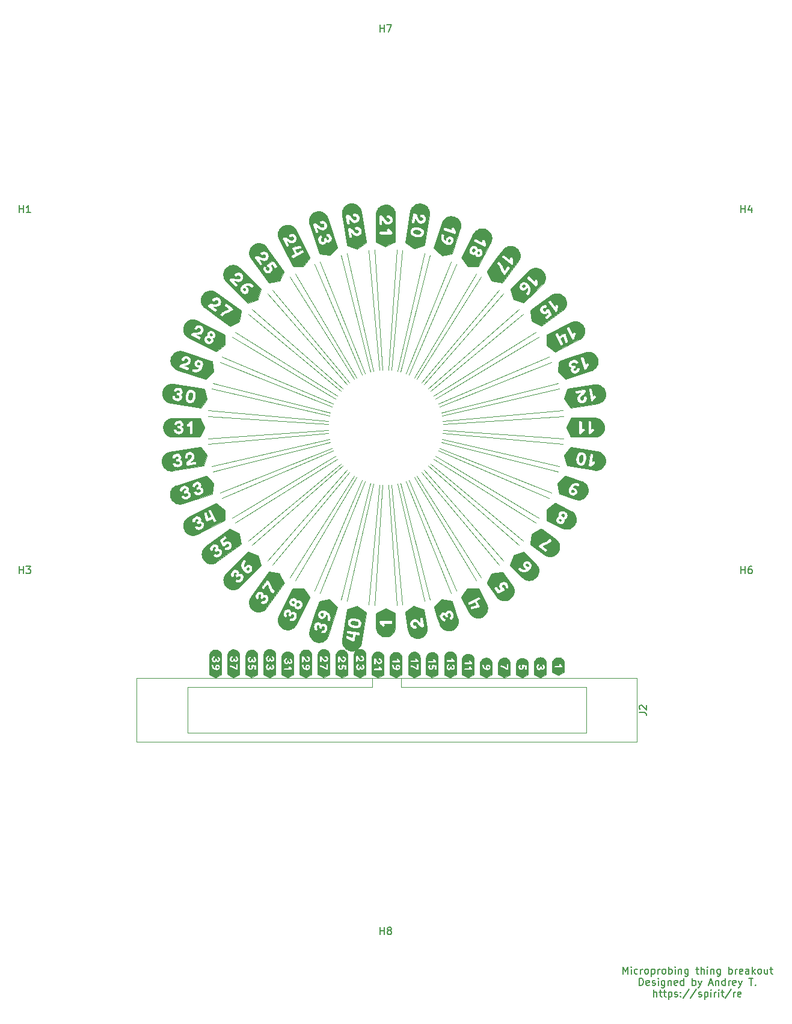
<source format=gbr>
%TF.GenerationSoftware,KiCad,Pcbnew,(5.99.0-8910-g624a231cc0)*%
%TF.CreationDate,2021-02-07T08:47:15+03:00*%
%TF.ProjectId,simpleprobecard,73696d70-6c65-4707-926f-626563617264,rev?*%
%TF.SameCoordinates,Original*%
%TF.FileFunction,Legend,Top*%
%TF.FilePolarity,Positive*%
%FSLAX46Y46*%
G04 Gerber Fmt 4.6, Leading zero omitted, Abs format (unit mm)*
G04 Created by KiCad (PCBNEW (5.99.0-8910-g624a231cc0)) date 2021-02-07 08:47:15*
%MOMM*%
%LPD*%
G01*
G04 APERTURE LIST*
%ADD10C,0.150000*%
%ADD11C,0.120000*%
%ADD12C,0.010000*%
G04 APERTURE END LIST*
D10*
X33438819Y-76896580D02*
X33438819Y-75896580D01*
X33772152Y-76610866D01*
X34105485Y-75896580D01*
X34105485Y-76896580D01*
X34581676Y-76896580D02*
X34581676Y-76229914D01*
X34581676Y-75896580D02*
X34534057Y-75944200D01*
X34581676Y-75991819D01*
X34629295Y-75944200D01*
X34581676Y-75896580D01*
X34581676Y-75991819D01*
X35486438Y-76848961D02*
X35391200Y-76896580D01*
X35200723Y-76896580D01*
X35105485Y-76848961D01*
X35057866Y-76801342D01*
X35010247Y-76706104D01*
X35010247Y-76420390D01*
X35057866Y-76325152D01*
X35105485Y-76277533D01*
X35200723Y-76229914D01*
X35391200Y-76229914D01*
X35486438Y-76277533D01*
X35915009Y-76896580D02*
X35915009Y-76229914D01*
X35915009Y-76420390D02*
X35962628Y-76325152D01*
X36010247Y-76277533D01*
X36105485Y-76229914D01*
X36200723Y-76229914D01*
X36676914Y-76896580D02*
X36581676Y-76848961D01*
X36534057Y-76801342D01*
X36486438Y-76706104D01*
X36486438Y-76420390D01*
X36534057Y-76325152D01*
X36581676Y-76277533D01*
X36676914Y-76229914D01*
X36819771Y-76229914D01*
X36915009Y-76277533D01*
X36962628Y-76325152D01*
X37010247Y-76420390D01*
X37010247Y-76706104D01*
X36962628Y-76801342D01*
X36915009Y-76848961D01*
X36819771Y-76896580D01*
X36676914Y-76896580D01*
X37438819Y-76229914D02*
X37438819Y-77229914D01*
X37438819Y-76277533D02*
X37534057Y-76229914D01*
X37724533Y-76229914D01*
X37819771Y-76277533D01*
X37867390Y-76325152D01*
X37915009Y-76420390D01*
X37915009Y-76706104D01*
X37867390Y-76801342D01*
X37819771Y-76848961D01*
X37724533Y-76896580D01*
X37534057Y-76896580D01*
X37438819Y-76848961D01*
X38343580Y-76896580D02*
X38343580Y-76229914D01*
X38343580Y-76420390D02*
X38391199Y-76325152D01*
X38438819Y-76277533D01*
X38534057Y-76229914D01*
X38629295Y-76229914D01*
X39105485Y-76896580D02*
X39010247Y-76848961D01*
X38962628Y-76801342D01*
X38915009Y-76706104D01*
X38915009Y-76420390D01*
X38962628Y-76325152D01*
X39010247Y-76277533D01*
X39105485Y-76229914D01*
X39248342Y-76229914D01*
X39343580Y-76277533D01*
X39391200Y-76325152D01*
X39438819Y-76420390D01*
X39438819Y-76706104D01*
X39391200Y-76801342D01*
X39343580Y-76848961D01*
X39248342Y-76896580D01*
X39105485Y-76896580D01*
X39867390Y-76896580D02*
X39867390Y-75896580D01*
X39867390Y-76277533D02*
X39962628Y-76229914D01*
X40153104Y-76229914D01*
X40248342Y-76277533D01*
X40295961Y-76325152D01*
X40343580Y-76420390D01*
X40343580Y-76706104D01*
X40295961Y-76801342D01*
X40248342Y-76848961D01*
X40153104Y-76896580D01*
X39962628Y-76896580D01*
X39867390Y-76848961D01*
X40772152Y-76896580D02*
X40772152Y-76229914D01*
X40772152Y-75896580D02*
X40724533Y-75944200D01*
X40772152Y-75991819D01*
X40819771Y-75944200D01*
X40772152Y-75896580D01*
X40772152Y-75991819D01*
X41248342Y-76229914D02*
X41248342Y-76896580D01*
X41248342Y-76325152D02*
X41295961Y-76277533D01*
X41391199Y-76229914D01*
X41534057Y-76229914D01*
X41629295Y-76277533D01*
X41676914Y-76372771D01*
X41676914Y-76896580D01*
X42581676Y-76229914D02*
X42581676Y-77039438D01*
X42534057Y-77134676D01*
X42486438Y-77182295D01*
X42391199Y-77229914D01*
X42248342Y-77229914D01*
X42153104Y-77182295D01*
X42581676Y-76848961D02*
X42486438Y-76896580D01*
X42295961Y-76896580D01*
X42200723Y-76848961D01*
X42153104Y-76801342D01*
X42105485Y-76706104D01*
X42105485Y-76420390D01*
X42153104Y-76325152D01*
X42200723Y-76277533D01*
X42295961Y-76229914D01*
X42486438Y-76229914D01*
X42581676Y-76277533D01*
X43676914Y-76229914D02*
X44057866Y-76229914D01*
X43819771Y-75896580D02*
X43819771Y-76753723D01*
X43867390Y-76848961D01*
X43962628Y-76896580D01*
X44057866Y-76896580D01*
X44391199Y-76896580D02*
X44391199Y-75896580D01*
X44819771Y-76896580D02*
X44819771Y-76372771D01*
X44772152Y-76277533D01*
X44676914Y-76229914D01*
X44534057Y-76229914D01*
X44438819Y-76277533D01*
X44391199Y-76325152D01*
X45295961Y-76896580D02*
X45295961Y-76229914D01*
X45295961Y-75896580D02*
X45248342Y-75944200D01*
X45295961Y-75991819D01*
X45343580Y-75944200D01*
X45295961Y-75896580D01*
X45295961Y-75991819D01*
X45772152Y-76229914D02*
X45772152Y-76896580D01*
X45772152Y-76325152D02*
X45819771Y-76277533D01*
X45915009Y-76229914D01*
X46057866Y-76229914D01*
X46153104Y-76277533D01*
X46200723Y-76372771D01*
X46200723Y-76896580D01*
X47105485Y-76229914D02*
X47105485Y-77039438D01*
X47057866Y-77134676D01*
X47010247Y-77182295D01*
X46915009Y-77229914D01*
X46772152Y-77229914D01*
X46676914Y-77182295D01*
X47105485Y-76848961D02*
X47010247Y-76896580D01*
X46819771Y-76896580D01*
X46724533Y-76848961D01*
X46676914Y-76801342D01*
X46629295Y-76706104D01*
X46629295Y-76420390D01*
X46676914Y-76325152D01*
X46724533Y-76277533D01*
X46819771Y-76229914D01*
X47010247Y-76229914D01*
X47105485Y-76277533D01*
X48343580Y-76896580D02*
X48343580Y-75896580D01*
X48343580Y-76277533D02*
X48438819Y-76229914D01*
X48629295Y-76229914D01*
X48724533Y-76277533D01*
X48772152Y-76325152D01*
X48819771Y-76420390D01*
X48819771Y-76706104D01*
X48772152Y-76801342D01*
X48724533Y-76848961D01*
X48629295Y-76896580D01*
X48438819Y-76896580D01*
X48343580Y-76848961D01*
X49248342Y-76896580D02*
X49248342Y-76229914D01*
X49248342Y-76420390D02*
X49295961Y-76325152D01*
X49343580Y-76277533D01*
X49438819Y-76229914D01*
X49534057Y-76229914D01*
X50248342Y-76848961D02*
X50153104Y-76896580D01*
X49962628Y-76896580D01*
X49867390Y-76848961D01*
X49819771Y-76753723D01*
X49819771Y-76372771D01*
X49867390Y-76277533D01*
X49962628Y-76229914D01*
X50153104Y-76229914D01*
X50248342Y-76277533D01*
X50295961Y-76372771D01*
X50295961Y-76468009D01*
X49819771Y-76563247D01*
X51153104Y-76896580D02*
X51153104Y-76372771D01*
X51105485Y-76277533D01*
X51010247Y-76229914D01*
X50819771Y-76229914D01*
X50724533Y-76277533D01*
X51153104Y-76848961D02*
X51057866Y-76896580D01*
X50819771Y-76896580D01*
X50724533Y-76848961D01*
X50676914Y-76753723D01*
X50676914Y-76658485D01*
X50724533Y-76563247D01*
X50819771Y-76515628D01*
X51057866Y-76515628D01*
X51153104Y-76468009D01*
X51629295Y-76896580D02*
X51629295Y-75896580D01*
X51724533Y-76515628D02*
X52010247Y-76896580D01*
X52010247Y-76229914D02*
X51629295Y-76610866D01*
X52581676Y-76896580D02*
X52486438Y-76848961D01*
X52438819Y-76801342D01*
X52391199Y-76706104D01*
X52391199Y-76420390D01*
X52438819Y-76325152D01*
X52486438Y-76277533D01*
X52581676Y-76229914D01*
X52724533Y-76229914D01*
X52819771Y-76277533D01*
X52867390Y-76325152D01*
X52915009Y-76420390D01*
X52915009Y-76706104D01*
X52867390Y-76801342D01*
X52819771Y-76848961D01*
X52724533Y-76896580D01*
X52581676Y-76896580D01*
X53772152Y-76229914D02*
X53772152Y-76896580D01*
X53343580Y-76229914D02*
X53343580Y-76753723D01*
X53391199Y-76848961D01*
X53486438Y-76896580D01*
X53629295Y-76896580D01*
X53724533Y-76848961D01*
X53772152Y-76801342D01*
X54105485Y-76229914D02*
X54486438Y-76229914D01*
X54248342Y-75896580D02*
X54248342Y-76753723D01*
X54295961Y-76848961D01*
X54391199Y-76896580D01*
X54486438Y-76896580D01*
X35724533Y-78506580D02*
X35724533Y-77506580D01*
X35962628Y-77506580D01*
X36105485Y-77554200D01*
X36200723Y-77649438D01*
X36248342Y-77744676D01*
X36295961Y-77935152D01*
X36295961Y-78078009D01*
X36248342Y-78268485D01*
X36200723Y-78363723D01*
X36105485Y-78458961D01*
X35962628Y-78506580D01*
X35724533Y-78506580D01*
X37105485Y-78458961D02*
X37010247Y-78506580D01*
X36819771Y-78506580D01*
X36724533Y-78458961D01*
X36676914Y-78363723D01*
X36676914Y-77982771D01*
X36724533Y-77887533D01*
X36819771Y-77839914D01*
X37010247Y-77839914D01*
X37105485Y-77887533D01*
X37153104Y-77982771D01*
X37153104Y-78078009D01*
X36676914Y-78173247D01*
X37534057Y-78458961D02*
X37629295Y-78506580D01*
X37819771Y-78506580D01*
X37915009Y-78458961D01*
X37962628Y-78363723D01*
X37962628Y-78316104D01*
X37915009Y-78220866D01*
X37819771Y-78173247D01*
X37676914Y-78173247D01*
X37581676Y-78125628D01*
X37534057Y-78030390D01*
X37534057Y-77982771D01*
X37581676Y-77887533D01*
X37676914Y-77839914D01*
X37819771Y-77839914D01*
X37915009Y-77887533D01*
X38391200Y-78506580D02*
X38391200Y-77839914D01*
X38391200Y-77506580D02*
X38343580Y-77554200D01*
X38391200Y-77601819D01*
X38438819Y-77554200D01*
X38391200Y-77506580D01*
X38391200Y-77601819D01*
X39295961Y-77839914D02*
X39295961Y-78649438D01*
X39248342Y-78744676D01*
X39200723Y-78792295D01*
X39105485Y-78839914D01*
X38962628Y-78839914D01*
X38867390Y-78792295D01*
X39295961Y-78458961D02*
X39200723Y-78506580D01*
X39010247Y-78506580D01*
X38915009Y-78458961D01*
X38867390Y-78411342D01*
X38819771Y-78316104D01*
X38819771Y-78030390D01*
X38867390Y-77935152D01*
X38915009Y-77887533D01*
X39010247Y-77839914D01*
X39200723Y-77839914D01*
X39295961Y-77887533D01*
X39772152Y-77839914D02*
X39772152Y-78506580D01*
X39772152Y-77935152D02*
X39819771Y-77887533D01*
X39915009Y-77839914D01*
X40057866Y-77839914D01*
X40153104Y-77887533D01*
X40200723Y-77982771D01*
X40200723Y-78506580D01*
X41057866Y-78458961D02*
X40962628Y-78506580D01*
X40772152Y-78506580D01*
X40676914Y-78458961D01*
X40629295Y-78363723D01*
X40629295Y-77982771D01*
X40676914Y-77887533D01*
X40772152Y-77839914D01*
X40962628Y-77839914D01*
X41057866Y-77887533D01*
X41105485Y-77982771D01*
X41105485Y-78078009D01*
X40629295Y-78173247D01*
X41962628Y-78506580D02*
X41962628Y-77506580D01*
X41962628Y-78458961D02*
X41867390Y-78506580D01*
X41676914Y-78506580D01*
X41581676Y-78458961D01*
X41534057Y-78411342D01*
X41486438Y-78316104D01*
X41486438Y-78030390D01*
X41534057Y-77935152D01*
X41581676Y-77887533D01*
X41676914Y-77839914D01*
X41867390Y-77839914D01*
X41962628Y-77887533D01*
X43200723Y-78506580D02*
X43200723Y-77506580D01*
X43200723Y-77887533D02*
X43295961Y-77839914D01*
X43486438Y-77839914D01*
X43581676Y-77887533D01*
X43629295Y-77935152D01*
X43676914Y-78030390D01*
X43676914Y-78316104D01*
X43629295Y-78411342D01*
X43581676Y-78458961D01*
X43486438Y-78506580D01*
X43295961Y-78506580D01*
X43200723Y-78458961D01*
X44010247Y-77839914D02*
X44248342Y-78506580D01*
X44486438Y-77839914D02*
X44248342Y-78506580D01*
X44153104Y-78744676D01*
X44105485Y-78792295D01*
X44010247Y-78839914D01*
X45581676Y-78220866D02*
X46057866Y-78220866D01*
X45486438Y-78506580D02*
X45819771Y-77506580D01*
X46153104Y-78506580D01*
X46486438Y-77839914D02*
X46486438Y-78506580D01*
X46486438Y-77935152D02*
X46534057Y-77887533D01*
X46629295Y-77839914D01*
X46772152Y-77839914D01*
X46867390Y-77887533D01*
X46915009Y-77982771D01*
X46915009Y-78506580D01*
X47819771Y-78506580D02*
X47819771Y-77506580D01*
X47819771Y-78458961D02*
X47724533Y-78506580D01*
X47534057Y-78506580D01*
X47438819Y-78458961D01*
X47391200Y-78411342D01*
X47343580Y-78316104D01*
X47343580Y-78030390D01*
X47391200Y-77935152D01*
X47438819Y-77887533D01*
X47534057Y-77839914D01*
X47724533Y-77839914D01*
X47819771Y-77887533D01*
X48295961Y-78506580D02*
X48295961Y-77839914D01*
X48295961Y-78030390D02*
X48343580Y-77935152D01*
X48391200Y-77887533D01*
X48486438Y-77839914D01*
X48581676Y-77839914D01*
X49295961Y-78458961D02*
X49200723Y-78506580D01*
X49010247Y-78506580D01*
X48915009Y-78458961D01*
X48867390Y-78363723D01*
X48867390Y-77982771D01*
X48915009Y-77887533D01*
X49010247Y-77839914D01*
X49200723Y-77839914D01*
X49295961Y-77887533D01*
X49343580Y-77982771D01*
X49343580Y-78078009D01*
X48867390Y-78173247D01*
X49676914Y-77839914D02*
X49915009Y-78506580D01*
X50153104Y-77839914D02*
X49915009Y-78506580D01*
X49819771Y-78744676D01*
X49772152Y-78792295D01*
X49676914Y-78839914D01*
X51153104Y-77506580D02*
X51724533Y-77506580D01*
X51438819Y-78506580D02*
X51438819Y-77506580D01*
X52057866Y-78411342D02*
X52105485Y-78458961D01*
X52057866Y-78506580D01*
X52010247Y-78458961D01*
X52057866Y-78411342D01*
X52057866Y-78506580D01*
X37772152Y-80116580D02*
X37772152Y-79116580D01*
X38200723Y-80116580D02*
X38200723Y-79592771D01*
X38153104Y-79497533D01*
X38057866Y-79449914D01*
X37915009Y-79449914D01*
X37819771Y-79497533D01*
X37772152Y-79545152D01*
X38534057Y-79449914D02*
X38915009Y-79449914D01*
X38676914Y-79116580D02*
X38676914Y-79973723D01*
X38724533Y-80068961D01*
X38819771Y-80116580D01*
X38915009Y-80116580D01*
X39105485Y-79449914D02*
X39486438Y-79449914D01*
X39248342Y-79116580D02*
X39248342Y-79973723D01*
X39295961Y-80068961D01*
X39391200Y-80116580D01*
X39486438Y-80116580D01*
X39819771Y-79449914D02*
X39819771Y-80449914D01*
X39819771Y-79497533D02*
X39915009Y-79449914D01*
X40105485Y-79449914D01*
X40200723Y-79497533D01*
X40248342Y-79545152D01*
X40295961Y-79640390D01*
X40295961Y-79926104D01*
X40248342Y-80021342D01*
X40200723Y-80068961D01*
X40105485Y-80116580D01*
X39915009Y-80116580D01*
X39819771Y-80068961D01*
X40676914Y-80068961D02*
X40772152Y-80116580D01*
X40962628Y-80116580D01*
X41057866Y-80068961D01*
X41105485Y-79973723D01*
X41105485Y-79926104D01*
X41057866Y-79830866D01*
X40962628Y-79783247D01*
X40819771Y-79783247D01*
X40724533Y-79735628D01*
X40676914Y-79640390D01*
X40676914Y-79592771D01*
X40724533Y-79497533D01*
X40819771Y-79449914D01*
X40962628Y-79449914D01*
X41057866Y-79497533D01*
X41534057Y-80021342D02*
X41581676Y-80068961D01*
X41534057Y-80116580D01*
X41486438Y-80068961D01*
X41534057Y-80021342D01*
X41534057Y-80116580D01*
X41534057Y-79497533D02*
X41581676Y-79545152D01*
X41534057Y-79592771D01*
X41486438Y-79545152D01*
X41534057Y-79497533D01*
X41534057Y-79592771D01*
X42724533Y-79068961D02*
X41867390Y-80354676D01*
X43772152Y-79068961D02*
X42915009Y-80354676D01*
X44057866Y-80068961D02*
X44153104Y-80116580D01*
X44343580Y-80116580D01*
X44438819Y-80068961D01*
X44486438Y-79973723D01*
X44486438Y-79926104D01*
X44438819Y-79830866D01*
X44343580Y-79783247D01*
X44200723Y-79783247D01*
X44105485Y-79735628D01*
X44057866Y-79640390D01*
X44057866Y-79592771D01*
X44105485Y-79497533D01*
X44200723Y-79449914D01*
X44343580Y-79449914D01*
X44438819Y-79497533D01*
X44915009Y-79449914D02*
X44915009Y-80449914D01*
X44915009Y-79497533D02*
X45010247Y-79449914D01*
X45200723Y-79449914D01*
X45295961Y-79497533D01*
X45343580Y-79545152D01*
X45391200Y-79640390D01*
X45391200Y-79926104D01*
X45343580Y-80021342D01*
X45295961Y-80068961D01*
X45200723Y-80116580D01*
X45010247Y-80116580D01*
X44915009Y-80068961D01*
X45819771Y-80116580D02*
X45819771Y-79449914D01*
X45819771Y-79116580D02*
X45772152Y-79164200D01*
X45819771Y-79211819D01*
X45867390Y-79164200D01*
X45819771Y-79116580D01*
X45819771Y-79211819D01*
X46295961Y-80116580D02*
X46295961Y-79449914D01*
X46295961Y-79640390D02*
X46343580Y-79545152D01*
X46391200Y-79497533D01*
X46486438Y-79449914D01*
X46581676Y-79449914D01*
X46915009Y-80116580D02*
X46915009Y-79449914D01*
X46915009Y-79116580D02*
X46867390Y-79164200D01*
X46915009Y-79211819D01*
X46962628Y-79164200D01*
X46915009Y-79116580D01*
X46915009Y-79211819D01*
X47248342Y-79449914D02*
X47629295Y-79449914D01*
X47391200Y-79116580D02*
X47391200Y-79973723D01*
X47438819Y-80068961D01*
X47534057Y-80116580D01*
X47629295Y-80116580D01*
X48676914Y-79068961D02*
X47819771Y-80354676D01*
X49010247Y-80116580D02*
X49010247Y-79449914D01*
X49010247Y-79640390D02*
X49057866Y-79545152D01*
X49105485Y-79497533D01*
X49200723Y-79449914D01*
X49295961Y-79449914D01*
X50010247Y-80068961D02*
X49915009Y-80116580D01*
X49724533Y-80116580D01*
X49629295Y-80068961D01*
X49581676Y-79973723D01*
X49581676Y-79592771D01*
X49629295Y-79497533D01*
X49724533Y-79449914D01*
X49915009Y-79449914D01*
X50010247Y-79497533D01*
X50057866Y-79592771D01*
X50057866Y-79688009D01*
X49581676Y-79783247D01*
%TO.C,*%
%TO.C,H7*%
X-761904Y55647619D02*
X-761904Y56647619D01*
X-761904Y56171428D02*
X-190476Y56171428D01*
X-190476Y55647619D02*
X-190476Y56647619D01*
X190476Y56647619D02*
X857142Y56647619D01*
X428571Y55647619D01*
%TO.C,*%
%TO.C,H3*%
X-51561904Y-20552380D02*
X-51561904Y-19552380D01*
X-51561904Y-20028571D02*
X-50990476Y-20028571D01*
X-50990476Y-20552380D02*
X-50990476Y-19552380D01*
X-50609523Y-19552380D02*
X-49990476Y-19552380D01*
X-50323809Y-19933333D01*
X-50180952Y-19933333D01*
X-50085714Y-19980952D01*
X-50038095Y-20028571D01*
X-49990476Y-20123809D01*
X-49990476Y-20361904D01*
X-50038095Y-20457142D01*
X-50085714Y-20504761D01*
X-50180952Y-20552380D01*
X-50466666Y-20552380D01*
X-50561904Y-20504761D01*
X-50609523Y-20457142D01*
%TO.C,*%
%TO.C,H4*%
X50038095Y30247619D02*
X50038095Y31247619D01*
X50038095Y30771428D02*
X50609523Y30771428D01*
X50609523Y30247619D02*
X50609523Y31247619D01*
X51514285Y30914285D02*
X51514285Y30247619D01*
X51276190Y31295238D02*
X51038095Y30580952D01*
X51657142Y30580952D01*
%TO.C,*%
%TO.C,H1*%
X-51561904Y30247619D02*
X-51561904Y31247619D01*
X-51561904Y30771428D02*
X-50990476Y30771428D01*
X-50990476Y30247619D02*
X-50990476Y31247619D01*
X-49990476Y30247619D02*
X-50561904Y30247619D01*
X-50276190Y30247619D02*
X-50276190Y31247619D01*
X-50371428Y31104761D01*
X-50466666Y31009523D01*
X-50561904Y30961904D01*
%TO.C,*%
%TO.C,J2*%
X35722380Y-40103333D02*
X36436666Y-40103333D01*
X36579523Y-40150952D01*
X36674761Y-40246190D01*
X36722380Y-40389047D01*
X36722380Y-40484285D01*
X35817619Y-39674761D02*
X35770000Y-39627142D01*
X35722380Y-39531904D01*
X35722380Y-39293809D01*
X35770000Y-39198571D01*
X35817619Y-39150952D01*
X35912857Y-39103333D01*
X36008095Y-39103333D01*
X36150952Y-39150952D01*
X36722380Y-39722380D01*
X36722380Y-39103333D01*
%TO.C,*%
%TO.C,H6*%
X50038095Y-20552380D02*
X50038095Y-19552380D01*
X50038095Y-20028571D02*
X50609523Y-20028571D01*
X50609523Y-20552380D02*
X50609523Y-19552380D01*
X51514285Y-19552380D02*
X51323809Y-19552380D01*
X51228571Y-19600000D01*
X51180952Y-19647619D01*
X51085714Y-19790476D01*
X51038095Y-19980952D01*
X51038095Y-20361904D01*
X51085714Y-20457142D01*
X51133333Y-20504761D01*
X51228571Y-20552380D01*
X51419047Y-20552380D01*
X51514285Y-20504761D01*
X51561904Y-20457142D01*
X51609523Y-20361904D01*
X51609523Y-20123809D01*
X51561904Y-20028571D01*
X51514285Y-19980952D01*
X51419047Y-19933333D01*
X51228571Y-19933333D01*
X51133333Y-19980952D01*
X51085714Y-20028571D01*
X51038095Y-20123809D01*
%TO.C,*%
%TO.C,H8*%
X-761904Y-71352380D02*
X-761904Y-70352380D01*
X-761904Y-70828571D02*
X-190476Y-70828571D01*
X-190476Y-71352380D02*
X-190476Y-70352380D01*
X428571Y-70780952D02*
X333333Y-70733333D01*
X285714Y-70685714D01*
X238095Y-70590476D01*
X238095Y-70542857D01*
X285714Y-70447619D01*
X333333Y-70400000D01*
X428571Y-70352380D01*
X619047Y-70352380D01*
X714285Y-70400000D01*
X761904Y-70447619D01*
X809523Y-70542857D01*
X809523Y-70590476D01*
X761904Y-70685714D01*
X714285Y-70733333D01*
X619047Y-70780952D01*
X428571Y-70780952D01*
X333333Y-70828571D01*
X285714Y-70876190D01*
X238095Y-70971428D01*
X238095Y-71161904D01*
X285714Y-71257142D01*
X333333Y-71304761D01*
X428571Y-71352380D01*
X619047Y-71352380D01*
X714285Y-71304761D01*
X761904Y-71257142D01*
X809523Y-71161904D01*
X809523Y-70971428D01*
X761904Y-70876190D01*
X714285Y-70828571D01*
X619047Y-70780952D01*
%TO.C,*%
D11*
%TO.C,J1*%
X1680384Y7924696D02*
X5456349Y24477801D01*
X2100504Y7823834D02*
X6251047Y24287011D01*
X7924696Y-1680384D02*
X24477801Y-5456349D01*
X-7398919Y3298560D02*
X-23010119Y9973412D01*
X8056101Y-850726D02*
X24965877Y-2374761D01*
X3298560Y-7398919D02*
X9973412Y-23010119D01*
X-6017479Y5423509D02*
X-18801970Y16595796D01*
X-4415396Y-6791817D02*
X-13450199Y-21166640D01*
X850726Y-8056101D02*
X2374761Y-24965877D01*
X2899391Y-7564260D02*
X9218343Y-23322878D01*
X-5094970Y6298078D02*
X-15974332Y19332751D01*
X-2899391Y7564260D02*
X-9218343Y23322878D01*
X4415396Y-6791817D02*
X13450199Y-21166640D01*
X4047006Y7017567D02*
X12753353Y21593668D01*
X6298078Y5094970D02*
X19332751Y15974332D01*
X-7823834Y-2100504D02*
X-24287011Y-6251047D01*
X-420000Y-8090000D02*
X-1560000Y-25030000D01*
X-5094970Y-6298078D02*
X-15974332Y-19332751D01*
X-420000Y8090000D02*
X-1560000Y25030000D01*
X-8056101Y850726D02*
X-24965877Y2374761D01*
X7823834Y-2100504D02*
X24287011Y-6251047D01*
X5094970Y6298078D02*
X15974332Y19332751D01*
X-6017479Y-5423509D02*
X-18801970Y-16595796D01*
X7924696Y1680384D02*
X24477801Y5456349D01*
X7017567Y-4047006D02*
X21593668Y-12753353D01*
X-7924696Y-1680384D02*
X-24477801Y-5456349D01*
X-2899391Y-7564260D02*
X-9218343Y-23322878D01*
X-6791817Y-4415396D02*
X-21166640Y-13450199D01*
X6017479Y5423509D02*
X18801970Y16595796D01*
X8090000Y420000D02*
X25030000Y1560000D01*
X-3298560Y7398919D02*
X-9973412Y23010119D01*
X-7017567Y4047006D02*
X-21593668Y12753353D01*
X-850726Y-8056101D02*
X-2374761Y-24965877D01*
X7564260Y2899391D02*
X23322878Y9218343D01*
X-7017567Y-4047006D02*
X-21593668Y-12753353D01*
X7017567Y4047006D02*
X21593668Y12753353D01*
X2100504Y-7823834D02*
X6251047Y-24287011D01*
X-8090000Y420000D02*
X-25030000Y1560000D01*
X5423509Y6017479D02*
X16595796Y18801970D01*
X-7564260Y-2899391D02*
X-23322878Y-9218343D01*
X420000Y-8090000D02*
X1560000Y-25030000D01*
X-5423509Y-6017479D02*
X-16595796Y-18801970D01*
X-5423509Y6017479D02*
X-16595796Y18801970D01*
X-7398919Y-3298560D02*
X-23010119Y-9973412D01*
X-2100504Y-7823834D02*
X-6251047Y-24287011D01*
X7398919Y3298560D02*
X23010119Y9973412D01*
X-8056101Y-850726D02*
X-24965877Y-2374761D01*
X5094970Y-6298078D02*
X15974332Y-19332751D01*
X-4047006Y-7017567D02*
X-12753353Y-21593668D01*
X-6791817Y4415396D02*
X-21166640Y13450199D01*
X7823834Y2100504D02*
X24287011Y6251047D01*
X-3298560Y-7398919D02*
X-9973412Y-23010119D01*
X850726Y8056101D02*
X2374761Y24965877D01*
X7398919Y-3298560D02*
X23010119Y-9973412D01*
X6791817Y4415396D02*
X21166640Y13450199D01*
X-1680384Y7924696D02*
X-5456349Y24477801D01*
X1680384Y-7924696D02*
X5456349Y-24477801D01*
X8090000Y-420000D02*
X25030000Y-1560000D01*
X7564260Y-2899391D02*
X23322878Y-9218343D01*
X-6298078Y5094970D02*
X-19332751Y15974332D01*
X6298078Y-5094970D02*
X19332751Y-15974332D01*
X420000Y8090000D02*
X1560000Y25030000D01*
X-4415396Y6791817D02*
X-13450199Y21166640D01*
X-8090000Y-420000D02*
X-25030000Y-1560000D01*
X2899391Y7564260D02*
X9218343Y23322878D01*
X-7564260Y2899391D02*
X-23322878Y9218343D01*
X3298560Y7398919D02*
X9973412Y23010119D01*
X4415396Y6791817D02*
X13450199Y21166640D01*
X-6298078Y-5094970D02*
X-19332751Y-15974332D01*
X-1680384Y-7924696D02*
X-5456349Y-24477801D01*
X-850726Y8056101D02*
X-2374761Y24965877D01*
X-7823834Y2100504D02*
X-24287011Y6251047D01*
X-2100504Y7823834D02*
X-6251047Y24287011D01*
X8056101Y850726D02*
X24965877Y2374761D01*
X-7924696Y1680384D02*
X-24477801Y5456349D01*
X5423509Y-6017479D02*
X16595796Y-18801970D01*
X-4047006Y7017567D02*
X-12753353Y21593668D01*
X6791817Y-4415396D02*
X21166640Y-13450199D01*
X6017479Y-5423509D02*
X18801970Y-16595796D01*
X4047006Y-7017567D02*
X12753353Y-21593668D01*
D12*
%TO.C,*%
X-3448822Y30404818D02*
X-3470723Y30543095D01*
X-3470723Y30543095D02*
X-3520690Y30666801D01*
X-3520690Y30666801D02*
X-3570657Y30790508D01*
X-3570657Y30790508D02*
X-3640378Y30911085D01*
X-3640378Y30911085D02*
X-3718412Y31020222D01*
X-3718412Y31020222D02*
X-3806322Y31127794D01*
X-3806322Y31127794D02*
X-3910857Y31212484D01*
X-3910857Y31212484D02*
X-4015393Y31297174D01*
X-4015393Y31297174D02*
X-4138118Y31368858D01*
X-4138118Y31368858D02*
X-4259278Y31430665D01*
X-4259278Y31430665D02*
X-4387187Y31471154D01*
X-4387187Y31471154D02*
X-4513531Y31501766D01*
X-4513531Y31501766D02*
X-4648188Y31520938D01*
X-4648188Y31520938D02*
X-4781280Y31530232D01*
X-4781280Y31530232D02*
X-4922685Y31528085D01*
X-4922685Y31528085D02*
X-5051085Y31507748D01*
X-5051085Y31507748D02*
X-5186233Y31466094D01*
X-5186233Y31466094D02*
X-5311503Y31426003D01*
X-5311503Y31426003D02*
X-5433646Y31366159D01*
X-5433646Y31366159D02*
X-5552659Y31286562D01*
X-5552659Y31286562D02*
X-5661795Y31208528D01*
X-5661795Y31208528D02*
X-5757926Y31112305D01*
X-5757926Y31112305D02*
X-5844181Y31017647D01*
X-5844181Y31017647D02*
X-5927306Y30903234D01*
X-5927306Y30903234D02*
X-5989113Y30782074D01*
X-5989113Y30782074D02*
X-6041044Y30662478D01*
X-6041044Y30662478D02*
X-6091410Y30533005D01*
X-6091410Y30533005D02*
X-6120458Y30396784D01*
X-6120458Y30396784D02*
X-6129752Y30263691D01*
X-6129752Y30263691D02*
X-6129169Y30132163D01*
X-6129169Y30132163D02*
X-6117145Y29992322D01*
X-6117145Y29992322D02*
X-5668391Y29779908D01*
X-5668391Y29779908D02*
X-5627902Y29907816D01*
X-5627902Y29907816D02*
X-5518766Y29985850D01*
X-5518766Y29985850D02*
X-5390366Y30006186D01*
X-5390366Y30006186D02*
X-5262457Y29965697D01*
X-5262457Y29965697D02*
X-5141297Y29903890D01*
X-5141297Y29903890D02*
X-5036761Y29819200D01*
X-5036761Y29819200D02*
X-4948851Y29711628D01*
X-4948851Y29711628D02*
X-4773031Y29496483D01*
X-4773031Y29496483D02*
X-4676808Y29400352D01*
X-4676808Y29400352D02*
X-4572272Y29315663D01*
X-4572272Y29315663D02*
X-4449547Y29243979D01*
X-4449547Y29243979D02*
X-4326332Y29233120D01*
X-4326332Y29233120D02*
X-4204190Y29292964D01*
X-4204190Y29292964D02*
X-4140818Y29404248D01*
X-4140818Y29404248D02*
X-4142965Y29545653D01*
X-4142965Y29545653D02*
X-4220999Y29654789D01*
X-4220999Y29654789D02*
X-4348907Y29695278D01*
X-4348907Y29695278D02*
X-4490312Y29693131D01*
X-4490312Y29693131D02*
X-4605215Y29715431D01*
X-4605215Y29715431D02*
X-4663495Y29827696D01*
X-4663495Y29827696D02*
X-4681776Y30007045D01*
X-4681776Y30007045D02*
X-4636594Y30105323D01*
X-4636594Y30105323D02*
X-4531077Y30142284D01*
X-4531077Y30142284D02*
X-4382924Y30165749D01*
X-4382924Y30165749D02*
X-4249831Y30156455D01*
X-4249831Y30156455D02*
X-4121923Y30115966D01*
X-4121923Y30115966D02*
X-4000762Y30054159D01*
X-4000762Y30054159D02*
X-3887914Y29980910D01*
X-3887914Y29980910D02*
X-3801568Y29883215D01*
X-3801568Y29883215D02*
X-3731847Y29762637D01*
X-3731847Y29762637D02*
X-3690193Y29627489D01*
X-3690193Y29627489D02*
X-3678169Y29487649D01*
X-3678169Y29487649D02*
X-3676022Y29346244D01*
X-3676022Y29346244D02*
X-3716511Y29218335D01*
X-3716511Y29218335D02*
X-3770006Y29108616D01*
X-3770006Y29108616D02*
X-3853131Y28994204D01*
X-3853131Y28994204D02*
X-3960703Y28906293D01*
X-3960703Y28906293D02*
X-4071404Y28838137D01*
X-4071404Y28838137D02*
X-4195111Y28788170D01*
X-4195111Y28788170D02*
X-4333387Y28766269D01*
X-4333387Y28766269D02*
X-4466480Y28775563D01*
X-4466480Y28775563D02*
X-4602701Y28804611D01*
X-4602701Y28804611D02*
X-4722297Y28856541D01*
X-4722297Y28856541D02*
X-4838274Y28949543D01*
X-4838274Y28949543D02*
X-4954250Y29042546D01*
X-4954250Y29042546D02*
X-5030719Y29141805D01*
X-5030719Y29141805D02*
X-5097311Y29242629D01*
X-5097311Y29242629D02*
X-5119120Y29188552D01*
X-5119120Y29188552D02*
X-5075319Y28911999D01*
X-5075319Y28911999D02*
X-5044032Y28714462D01*
X-5044032Y28714462D02*
X-5086085Y28596430D01*
X-5086085Y28596430D02*
X-5199915Y28548027D01*
X-5199915Y28548027D02*
X-5175284Y28136817D01*
X-5175284Y28136817D02*
X-5043756Y28137400D01*
X-5043756Y28137400D02*
X-4914283Y28087034D01*
X-4914283Y28087034D02*
X-4799871Y28003909D01*
X-4799871Y28003909D02*
X-4703648Y27907778D01*
X-4703648Y27907778D02*
X-4529392Y27702510D01*
X-4529392Y27702510D02*
X-4441481Y27594938D01*
X-4441481Y27594938D02*
X-4345259Y27498807D01*
X-4345259Y27498807D02*
X-4232411Y27425559D01*
X-4232411Y27425559D02*
X-4102938Y27375192D01*
X-4102938Y27375192D02*
X-3972974Y27385652D01*
X-3972974Y27385652D02*
X-3875278Y27471998D01*
X-3875278Y27471998D02*
X-3844666Y27598342D01*
X-3844666Y27598342D02*
X-3876444Y27735054D01*
X-3876444Y27735054D02*
X-3982544Y27829621D01*
X-3982544Y27829621D02*
X-4115636Y27838915D01*
X-4115636Y27838915D02*
X-4245600Y27828456D01*
X-4245600Y27828456D02*
X-4337130Y27894956D01*
X-4337130Y27894956D02*
X-4390226Y28038416D01*
X-4390226Y28038416D02*
X-4385624Y28201139D01*
X-4385624Y28201139D02*
X-4304554Y28264603D01*
X-4304554Y28264603D02*
X-4167842Y28296381D01*
X-4167842Y28296381D02*
X-4037878Y28306840D01*
X-4037878Y28306840D02*
X-3901657Y28277792D01*
X-3901657Y28277792D02*
X-3773748Y28237303D01*
X-3773748Y28237303D02*
X-3651024Y28165619D01*
X-3651024Y28165619D02*
X-3556365Y28079365D01*
X-3556365Y28079365D02*
X-3478332Y27970228D01*
X-3478332Y27970228D02*
X-3418488Y27848086D01*
X-3418488Y27848086D02*
X-3386710Y27711374D01*
X-3386710Y27711374D02*
X-3373122Y27561657D01*
X-3373122Y27561657D02*
X-3393857Y27436877D01*
X-3393857Y27436877D02*
X-3434346Y27308968D01*
X-3434346Y27308968D02*
X-3507595Y27196120D01*
X-3507595Y27196120D02*
X-3603726Y27099897D01*
X-3603726Y27099897D02*
X-3711298Y27011987D01*
X-3711298Y27011987D02*
X-3833440Y26952143D01*
X-3833440Y26952143D02*
X-3960275Y26921929D01*
X-3960275Y26921929D02*
X-4100116Y26909905D01*
X-4100116Y26909905D02*
X-4233208Y26919200D01*
X-4233208Y26919200D02*
X-4362681Y26969566D01*
X-4362681Y26969566D02*
X-4473965Y27032937D01*
X-4473965Y27032937D02*
X-4599819Y27124375D01*
X-4599819Y27124375D02*
X-4697606Y27230383D01*
X-4697606Y27230383D02*
X-4772510Y27319766D01*
X-4772510Y27319766D02*
X-4835974Y27400836D01*
X-4835974Y27400836D02*
X-4771836Y26995884D01*
X-4771836Y26995884D02*
X-4764014Y26946499D01*
X-4764014Y26946499D02*
X-4761867Y26805094D01*
X-4761867Y26805094D02*
X-4838244Y26712000D01*
X-4838244Y26712000D02*
X-4974956Y26680222D01*
X-4974956Y26680222D02*
X-5106484Y26679640D01*
X-5106484Y26679640D02*
X-5191266Y26767458D01*
X-5191266Y26767458D02*
X-5223044Y26904170D01*
X-5223044Y26904170D02*
X-5371657Y27842474D01*
X-5371657Y27842474D02*
X-5372239Y27974002D01*
X-5372239Y27974002D02*
X-5289114Y28088415D01*
X-5289114Y28088415D02*
X-5175284Y28136817D01*
X-5175284Y28136817D02*
X-5199915Y28548027D01*
X-5199915Y28548027D02*
X-5349633Y28534439D01*
X-5349633Y28534439D02*
X-5457787Y28578057D01*
X-5457787Y28578057D02*
X-5507755Y28701763D01*
X-5507755Y28701763D02*
X-5656367Y29640067D01*
X-5656367Y29640067D02*
X-5668391Y29779908D01*
X-5668391Y29779908D02*
X-6117145Y29992322D01*
X-6117145Y29992322D02*
X-5438220Y25705755D01*
X-5438220Y25705755D02*
X-5417883Y25577355D01*
X-5417883Y25577355D02*
X-3989570Y25125226D01*
X-3989570Y25125226D02*
X-3878869Y25193383D01*
X-3878869Y25193383D02*
X-2777626Y25975282D01*
X-2777626Y25975282D02*
X-2766768Y26098497D01*
X-2766768Y26098497D02*
X-3445694Y30385065D01*
X-3445694Y30385065D02*
X-3448822Y30404818D01*
X-3448822Y30404818D02*
X-3448822Y30404818D01*
G36*
X-6129752Y30263691D02*
G01*
X-6120458Y30396784D01*
X-6091410Y30533005D01*
X-6041044Y30662478D01*
X-5989113Y30782074D01*
X-5927306Y30903234D01*
X-5844181Y31017647D01*
X-5757926Y31112305D01*
X-5661795Y31208528D01*
X-5552659Y31286562D01*
X-5433646Y31366159D01*
X-5311503Y31426003D01*
X-5186233Y31466094D01*
X-5051085Y31507748D01*
X-4922685Y31528085D01*
X-4781280Y31530232D01*
X-4648188Y31520938D01*
X-4513531Y31501766D01*
X-4387187Y31471154D01*
X-4259278Y31430665D01*
X-4138118Y31368858D01*
X-4015393Y31297174D01*
X-3910857Y31212484D01*
X-3806322Y31127794D01*
X-3718412Y31020222D01*
X-3640378Y30911085D01*
X-3570657Y30790508D01*
X-3520690Y30666801D01*
X-3470723Y30543095D01*
X-3448822Y30404818D01*
X-3445694Y30385065D01*
X-2766768Y26098497D01*
X-2777626Y25975282D01*
X-3878869Y25193383D01*
X-3989570Y25125226D01*
X-5417883Y25577355D01*
X-5438220Y25705755D01*
X-5797475Y27974002D01*
X-5372239Y27974002D01*
X-5371657Y27842474D01*
X-5223044Y26904170D01*
X-5191266Y26767458D01*
X-5106484Y26679640D01*
X-4974956Y26680222D01*
X-4838244Y26712000D01*
X-4761867Y26805094D01*
X-4764014Y26946499D01*
X-4771836Y26995884D01*
X-4835974Y27400836D01*
X-4772510Y27319766D01*
X-4697606Y27230383D01*
X-4599819Y27124375D01*
X-4473965Y27032937D01*
X-4362681Y26969566D01*
X-4233208Y26919200D01*
X-4100116Y26909905D01*
X-3960275Y26921929D01*
X-3833440Y26952143D01*
X-3711298Y27011987D01*
X-3603726Y27099897D01*
X-3507595Y27196120D01*
X-3434346Y27308968D01*
X-3393857Y27436877D01*
X-3373122Y27561657D01*
X-3386710Y27711374D01*
X-3418488Y27848086D01*
X-3478332Y27970228D01*
X-3556365Y28079365D01*
X-3651024Y28165619D01*
X-3773748Y28237303D01*
X-3901657Y28277792D01*
X-4037878Y28306840D01*
X-4167842Y28296381D01*
X-4304554Y28264603D01*
X-4385624Y28201139D01*
X-4390226Y28038416D01*
X-4337130Y27894956D01*
X-4245600Y27828456D01*
X-4115636Y27838915D01*
X-3982544Y27829621D01*
X-3876444Y27735054D01*
X-3844666Y27598342D01*
X-3875278Y27471998D01*
X-3972974Y27385652D01*
X-4102938Y27375192D01*
X-4232411Y27425559D01*
X-4345259Y27498807D01*
X-4441481Y27594938D01*
X-4529392Y27702510D01*
X-4703648Y27907778D01*
X-4799871Y28003909D01*
X-4914283Y28087034D01*
X-5043756Y28137400D01*
X-5175284Y28136817D01*
X-5289114Y28088415D01*
X-5372239Y27974002D01*
X-5797475Y27974002D01*
X-6083502Y29779908D01*
X-5668391Y29779908D01*
X-5656367Y29640067D01*
X-5507755Y28701763D01*
X-5457787Y28578057D01*
X-5349633Y28534439D01*
X-5199915Y28548027D01*
X-5086085Y28596430D01*
X-5044032Y28714462D01*
X-5075319Y28911999D01*
X-5119120Y29188552D01*
X-5097311Y29242629D01*
X-5030719Y29141805D01*
X-4954250Y29042546D01*
X-4838274Y28949543D01*
X-4722297Y28856541D01*
X-4602701Y28804611D01*
X-4466480Y28775563D01*
X-4333387Y28766269D01*
X-4195111Y28788170D01*
X-4071404Y28838137D01*
X-3960703Y28906293D01*
X-3853131Y28994204D01*
X-3770006Y29108616D01*
X-3716511Y29218335D01*
X-3676022Y29346244D01*
X-3678169Y29487649D01*
X-3690193Y29627489D01*
X-3731847Y29762637D01*
X-3801568Y29883215D01*
X-3887914Y29980910D01*
X-4000762Y30054159D01*
X-4121923Y30115966D01*
X-4249831Y30156455D01*
X-4382924Y30165749D01*
X-4531077Y30142284D01*
X-4636594Y30105323D01*
X-4681776Y30007045D01*
X-4663495Y29827696D01*
X-4605215Y29715431D01*
X-4490312Y29693131D01*
X-4348907Y29695278D01*
X-4220999Y29654789D01*
X-4142965Y29545653D01*
X-4140818Y29404248D01*
X-4204190Y29292964D01*
X-4326332Y29233120D01*
X-4449547Y29243979D01*
X-4572272Y29315663D01*
X-4676808Y29400352D01*
X-4773031Y29496483D01*
X-4948851Y29711628D01*
X-5036761Y29819200D01*
X-5141297Y29903890D01*
X-5262457Y29965697D01*
X-5390366Y30006186D01*
X-5518766Y29985850D01*
X-5627902Y29907816D01*
X-5668391Y29779908D01*
X-6083502Y29779908D01*
X-6117145Y29992322D01*
X-6129169Y30132163D01*
X-6129752Y30263691D01*
G37*
X-6129752Y30263691D02*
X-6120458Y30396784D01*
X-6091410Y30533005D01*
X-6041044Y30662478D01*
X-5989113Y30782074D01*
X-5927306Y30903234D01*
X-5844181Y31017647D01*
X-5757926Y31112305D01*
X-5661795Y31208528D01*
X-5552659Y31286562D01*
X-5433646Y31366159D01*
X-5311503Y31426003D01*
X-5186233Y31466094D01*
X-5051085Y31507748D01*
X-4922685Y31528085D01*
X-4781280Y31530232D01*
X-4648188Y31520938D01*
X-4513531Y31501766D01*
X-4387187Y31471154D01*
X-4259278Y31430665D01*
X-4138118Y31368858D01*
X-4015393Y31297174D01*
X-3910857Y31212484D01*
X-3806322Y31127794D01*
X-3718412Y31020222D01*
X-3640378Y30911085D01*
X-3570657Y30790508D01*
X-3520690Y30666801D01*
X-3470723Y30543095D01*
X-3448822Y30404818D01*
X-3445694Y30385065D01*
X-2766768Y26098497D01*
X-2777626Y25975282D01*
X-3878869Y25193383D01*
X-3989570Y25125226D01*
X-5417883Y25577355D01*
X-5438220Y25705755D01*
X-5797475Y27974002D01*
X-5372239Y27974002D01*
X-5371657Y27842474D01*
X-5223044Y26904170D01*
X-5191266Y26767458D01*
X-5106484Y26679640D01*
X-4974956Y26680222D01*
X-4838244Y26712000D01*
X-4761867Y26805094D01*
X-4764014Y26946499D01*
X-4771836Y26995884D01*
X-4835974Y27400836D01*
X-4772510Y27319766D01*
X-4697606Y27230383D01*
X-4599819Y27124375D01*
X-4473965Y27032937D01*
X-4362681Y26969566D01*
X-4233208Y26919200D01*
X-4100116Y26909905D01*
X-3960275Y26921929D01*
X-3833440Y26952143D01*
X-3711298Y27011987D01*
X-3603726Y27099897D01*
X-3507595Y27196120D01*
X-3434346Y27308968D01*
X-3393857Y27436877D01*
X-3373122Y27561657D01*
X-3386710Y27711374D01*
X-3418488Y27848086D01*
X-3478332Y27970228D01*
X-3556365Y28079365D01*
X-3651024Y28165619D01*
X-3773748Y28237303D01*
X-3901657Y28277792D01*
X-4037878Y28306840D01*
X-4167842Y28296381D01*
X-4304554Y28264603D01*
X-4385624Y28201139D01*
X-4390226Y28038416D01*
X-4337130Y27894956D01*
X-4245600Y27828456D01*
X-4115636Y27838915D01*
X-3982544Y27829621D01*
X-3876444Y27735054D01*
X-3844666Y27598342D01*
X-3875278Y27471998D01*
X-3972974Y27385652D01*
X-4102938Y27375192D01*
X-4232411Y27425559D01*
X-4345259Y27498807D01*
X-4441481Y27594938D01*
X-4529392Y27702510D01*
X-4703648Y27907778D01*
X-4799871Y28003909D01*
X-4914283Y28087034D01*
X-5043756Y28137400D01*
X-5175284Y28136817D01*
X-5289114Y28088415D01*
X-5372239Y27974002D01*
X-5797475Y27974002D01*
X-6083502Y29779908D01*
X-5668391Y29779908D01*
X-5656367Y29640067D01*
X-5507755Y28701763D01*
X-5457787Y28578057D01*
X-5349633Y28534439D01*
X-5199915Y28548027D01*
X-5086085Y28596430D01*
X-5044032Y28714462D01*
X-5075319Y28911999D01*
X-5119120Y29188552D01*
X-5097311Y29242629D01*
X-5030719Y29141805D01*
X-4954250Y29042546D01*
X-4838274Y28949543D01*
X-4722297Y28856541D01*
X-4602701Y28804611D01*
X-4466480Y28775563D01*
X-4333387Y28766269D01*
X-4195111Y28788170D01*
X-4071404Y28838137D01*
X-3960703Y28906293D01*
X-3853131Y28994204D01*
X-3770006Y29108616D01*
X-3716511Y29218335D01*
X-3676022Y29346244D01*
X-3678169Y29487649D01*
X-3690193Y29627489D01*
X-3731847Y29762637D01*
X-3801568Y29883215D01*
X-3887914Y29980910D01*
X-4000762Y30054159D01*
X-4121923Y30115966D01*
X-4249831Y30156455D01*
X-4382924Y30165749D01*
X-4531077Y30142284D01*
X-4636594Y30105323D01*
X-4681776Y30007045D01*
X-4663495Y29827696D01*
X-4605215Y29715431D01*
X-4490312Y29693131D01*
X-4348907Y29695278D01*
X-4220999Y29654789D01*
X-4142965Y29545653D01*
X-4140818Y29404248D01*
X-4204190Y29292964D01*
X-4326332Y29233120D01*
X-4449547Y29243979D01*
X-4572272Y29315663D01*
X-4676808Y29400352D01*
X-4773031Y29496483D01*
X-4948851Y29711628D01*
X-5036761Y29819200D01*
X-5141297Y29903890D01*
X-5262457Y29965697D01*
X-5390366Y30006186D01*
X-5518766Y29985850D01*
X-5627902Y29907816D01*
X-5668391Y29779908D01*
X-6083502Y29779908D01*
X-6117145Y29992322D01*
X-6129169Y30132163D01*
X-6129752Y30263691D01*
X-19025501Y-23889598D02*
X-19093823Y-24000648D01*
X-19093823Y-24000648D02*
X-19151842Y-24131544D01*
X-19151842Y-24131544D02*
X-19195894Y-24260228D01*
X-19195894Y-24260228D02*
X-19217887Y-24392577D01*
X-19217887Y-24392577D02*
X-19231790Y-24530804D01*
X-19231790Y-24530804D02*
X-19239815Y-24660941D01*
X-19239815Y-24660941D02*
X-19225782Y-24794743D01*
X-19225782Y-24794743D02*
X-19197781Y-24926333D01*
X-19197781Y-24926333D02*
X-19161690Y-25063801D01*
X-19161690Y-25063801D02*
X-19113843Y-25185089D01*
X-19113843Y-25185089D02*
X-19052028Y-25304164D01*
X-19052028Y-25304164D02*
X-18970367Y-25412937D01*
X-18970367Y-25412937D02*
X-18888706Y-25521710D01*
X-18888706Y-25521710D02*
X-18787200Y-25620180D01*
X-18787200Y-25620180D02*
X-18687905Y-25704682D01*
X-18687905Y-25704682D02*
X-18568765Y-25778882D01*
X-18568765Y-25778882D02*
X-18451837Y-25839114D01*
X-18451837Y-25839114D02*
X-18329031Y-25891255D01*
X-18329031Y-25891255D02*
X-18194470Y-25927217D01*
X-18194470Y-25927217D02*
X-18067999Y-25957300D01*
X-18067999Y-25957300D02*
X-17929772Y-25971203D01*
X-17929772Y-25971203D02*
X-17787879Y-25963048D01*
X-17787879Y-25963048D02*
X-17662167Y-25943137D01*
X-17662167Y-25943137D02*
X-17530577Y-25915136D01*
X-17530577Y-25915136D02*
X-17401199Y-25873167D01*
X-17401199Y-25873167D02*
X-17279911Y-25825320D01*
X-17279911Y-25825320D02*
X-17154958Y-25755415D01*
X-17154958Y-25755415D02*
X-17046186Y-25673754D01*
X-17046186Y-25673754D02*
X-16945503Y-25586215D01*
X-16945503Y-25586215D02*
X-16852911Y-25492799D01*
X-16852911Y-25492799D02*
X-16770621Y-25379537D01*
X-16770621Y-25379537D02*
X-14307800Y-21989755D01*
X-14307800Y-21989755D02*
X-14261537Y-21875040D01*
X-14261537Y-21875040D02*
X-14887776Y-20678409D01*
X-14887776Y-20678409D02*
X-14955469Y-20567424D01*
X-14955469Y-20567424D02*
X-16425278Y-20327711D01*
X-16425278Y-20327711D02*
X-16509780Y-20427006D01*
X-16509780Y-20427006D02*
X-18972600Y-23816787D01*
X-18972600Y-23816787D02*
X-18381519Y-23751806D01*
X-18381519Y-23751806D02*
X-18359525Y-23619456D01*
X-18359525Y-23619456D02*
X-18315474Y-23490773D01*
X-18315474Y-23490773D02*
X-18241274Y-23371633D01*
X-18241274Y-23371633D02*
X-18082572Y-23153198D01*
X-18082572Y-23153198D02*
X-17997311Y-23103898D01*
X-17997311Y-23103898D02*
X-17863508Y-23089865D01*
X-17863508Y-23089865D02*
X-17723828Y-23067742D01*
X-17723828Y-23067742D02*
X-17579723Y-23073555D01*
X-17579723Y-23073555D02*
X-17459130Y-23111728D01*
X-17459130Y-23111728D02*
X-17251258Y-22706525D01*
X-17251258Y-22706525D02*
X-17368186Y-22646294D01*
X-17368186Y-22646294D02*
X-17469692Y-22547823D01*
X-17469692Y-22547823D02*
X-17467545Y-22425777D01*
X-17467545Y-22425777D02*
X-17393345Y-22306637D01*
X-17393345Y-22306637D02*
X-16911361Y-21643243D01*
X-16911361Y-21643243D02*
X-16864338Y-21578521D01*
X-16864338Y-21578521D02*
X-16757778Y-21482892D01*
X-16757778Y-21482892D02*
X-16651912Y-21473284D01*
X-16651912Y-21473284D02*
X-16526894Y-21539394D01*
X-16526894Y-21539394D02*
X-16441567Y-21626108D01*
X-16441567Y-21626108D02*
X-16357694Y-21748849D01*
X-16357694Y-21748849D02*
X-16295879Y-21867924D01*
X-16295879Y-21867924D02*
X-16239942Y-21995090D01*
X-16239942Y-21995090D02*
X-16136158Y-22243543D01*
X-16136158Y-22243543D02*
X-16013982Y-22517719D01*
X-16013982Y-22517719D02*
X-15941864Y-22656641D01*
X-15941864Y-22656641D02*
X-15874171Y-22767626D01*
X-15874171Y-22767626D02*
X-15794723Y-22862430D01*
X-15794723Y-22862430D02*
X-15719699Y-22929299D01*
X-15719699Y-22929299D02*
X-15638038Y-23038072D01*
X-15638038Y-23038072D02*
X-15662244Y-23156453D01*
X-15662244Y-23156453D02*
X-15742321Y-23283683D01*
X-15742321Y-23283683D02*
X-15851094Y-23365344D01*
X-15851094Y-23365344D02*
X-15957720Y-23324958D01*
X-15957720Y-23324958D02*
X-16070982Y-23242668D01*
X-16070982Y-23242668D02*
X-16164398Y-23150076D01*
X-16164398Y-23150076D02*
X-16260027Y-23043515D01*
X-16260027Y-23043515D02*
X-16335810Y-22926653D01*
X-16335810Y-22926653D02*
X-16397625Y-22807577D01*
X-16397625Y-22807577D02*
X-16459440Y-22688502D01*
X-16459440Y-22688502D02*
X-16507287Y-22567214D01*
X-16507287Y-22567214D02*
X-16557346Y-22431959D01*
X-16557346Y-22431959D02*
X-16649374Y-22167326D01*
X-16649374Y-22167326D02*
X-16715549Y-22156329D01*
X-16715549Y-22156329D02*
X-17032953Y-22593198D01*
X-17032953Y-22593198D02*
X-17131423Y-22694705D01*
X-17131423Y-22694705D02*
X-17243168Y-22712403D01*
X-17243168Y-22712403D02*
X-17459130Y-23111728D01*
X-17459130Y-23111728D02*
X-17348080Y-23180050D01*
X-17348080Y-23180050D02*
X-17246573Y-23278520D01*
X-17246573Y-23278520D02*
X-17206816Y-23393930D01*
X-17206816Y-23393930D02*
X-17206751Y-23529945D01*
X-17206751Y-23529945D02*
X-17067071Y-23507821D01*
X-17067071Y-23507821D02*
X-16933269Y-23493788D01*
X-16933269Y-23493788D02*
X-16806798Y-23523872D01*
X-16806798Y-23523872D02*
X-16693535Y-23606162D01*
X-16693535Y-23606162D02*
X-16600119Y-23698754D01*
X-16600119Y-23698754D02*
X-16538304Y-23817829D01*
X-16538304Y-23817829D02*
X-16496335Y-23947207D01*
X-16496335Y-23947207D02*
X-16490392Y-24075132D01*
X-16490392Y-24075132D02*
X-16498417Y-24205269D01*
X-16498417Y-24205269D02*
X-16542468Y-24333952D01*
X-16542468Y-24333952D02*
X-16602700Y-24450880D01*
X-16602700Y-24450880D02*
X-16682778Y-24578111D01*
X-16682778Y-24578111D02*
X-16781248Y-24679617D01*
X-16781248Y-24679617D02*
X-16890021Y-24761278D01*
X-16890021Y-24761278D02*
X-17003218Y-24815003D01*
X-17003218Y-24815003D02*
X-17126718Y-24848882D01*
X-17126718Y-24848882D02*
X-17260520Y-24862915D01*
X-17260520Y-24862915D02*
X-17400960Y-24835044D01*
X-17400960Y-24835044D02*
X-17531856Y-24777024D01*
X-17531856Y-24777024D02*
X-17601002Y-24702065D01*
X-17601002Y-24702065D02*
X-17590764Y-24585896D01*
X-17590764Y-24585896D02*
X-17507021Y-24436608D01*
X-17507021Y-24436608D02*
X-17410004Y-24371127D01*
X-17410004Y-24371127D02*
X-17263687Y-24390908D01*
X-17263687Y-24390908D02*
X-17143852Y-24379088D01*
X-17143852Y-24379088D02*
X-17029202Y-24289337D01*
X-17029202Y-24289337D02*
X-16955002Y-24170196D01*
X-16955002Y-24170196D02*
X-16946977Y-24040060D01*
X-16946977Y-24040060D02*
X-17012457Y-23943043D01*
X-17012457Y-23943043D02*
X-17150684Y-23929139D01*
X-17150684Y-23929139D02*
X-17253579Y-24002710D01*
X-17253579Y-24002710D02*
X-17343959Y-24110095D01*
X-17343959Y-24110095D02*
X-17443189Y-24161607D01*
X-17443189Y-24161607D02*
X-17579963Y-24111678D01*
X-17579963Y-24111678D02*
X-17705740Y-23995574D01*
X-17705740Y-23995574D02*
X-17729316Y-23891920D01*
X-17729316Y-23891920D02*
X-17660994Y-23780870D01*
X-17660994Y-23780870D02*
X-17591219Y-23633794D01*
X-17591219Y-23633794D02*
X-17634641Y-23540442D01*
X-17634641Y-23540442D02*
X-17756688Y-23538295D01*
X-17756688Y-23538295D02*
X-17865461Y-23619956D01*
X-17865461Y-23619956D02*
X-17917602Y-23742761D01*
X-17917602Y-23742761D02*
X-17903569Y-23876564D01*
X-17903569Y-23876564D02*
X-17853510Y-24011819D01*
X-17853510Y-24011819D02*
X-17915954Y-24114779D01*
X-17915954Y-24114779D02*
X-18040907Y-24184684D01*
X-18040907Y-24184684D02*
X-18174710Y-24198717D01*
X-18174710Y-24198717D02*
X-18261489Y-24148029D01*
X-18261489Y-24148029D02*
X-18339484Y-24017198D01*
X-18339484Y-24017198D02*
X-18375576Y-23879730D01*
X-18375576Y-23879730D02*
X-18381519Y-23751806D01*
X-18381519Y-23751806D02*
X-18972600Y-23816787D01*
X-18972600Y-23816787D02*
X-19025501Y-23889598D01*
X-19025501Y-23889598D02*
X-19025501Y-23889598D01*
G36*
X-16425278Y-20327711D02*
G01*
X-14955469Y-20567424D01*
X-14887776Y-20678409D01*
X-14261537Y-21875040D01*
X-14307800Y-21989755D01*
X-16770621Y-25379537D01*
X-16852911Y-25492799D01*
X-16945503Y-25586215D01*
X-17046186Y-25673754D01*
X-17154958Y-25755415D01*
X-17279911Y-25825320D01*
X-17401199Y-25873167D01*
X-17530577Y-25915136D01*
X-17662167Y-25943137D01*
X-17787879Y-25963048D01*
X-17929772Y-25971203D01*
X-18067999Y-25957300D01*
X-18194470Y-25927217D01*
X-18329031Y-25891255D01*
X-18451837Y-25839114D01*
X-18568765Y-25778882D01*
X-18687905Y-25704682D01*
X-18787200Y-25620180D01*
X-18888706Y-25521710D01*
X-19052028Y-25304164D01*
X-19113843Y-25185089D01*
X-19161690Y-25063801D01*
X-19197781Y-24926333D01*
X-19225782Y-24794743D01*
X-19239815Y-24660941D01*
X-19231790Y-24530804D01*
X-19217887Y-24392577D01*
X-19195894Y-24260228D01*
X-19151842Y-24131544D01*
X-19093823Y-24000648D01*
X-19025501Y-23889598D01*
X-18972600Y-23816787D01*
X-18925389Y-23751806D01*
X-18381519Y-23751806D01*
X-18375576Y-23879730D01*
X-18339484Y-24017198D01*
X-18261489Y-24148029D01*
X-18174710Y-24198717D01*
X-18040907Y-24184684D01*
X-17915954Y-24114779D01*
X-17853510Y-24011819D01*
X-17903569Y-23876564D01*
X-17917602Y-23742761D01*
X-17865461Y-23619956D01*
X-17756688Y-23538295D01*
X-17634641Y-23540442D01*
X-17591219Y-23633794D01*
X-17660994Y-23780870D01*
X-17729316Y-23891920D01*
X-17705740Y-23995574D01*
X-17579963Y-24111678D01*
X-17443189Y-24161607D01*
X-17343959Y-24110095D01*
X-17253579Y-24002710D01*
X-17150684Y-23929139D01*
X-17012457Y-23943043D01*
X-16946977Y-24040060D01*
X-16955002Y-24170196D01*
X-17029202Y-24289337D01*
X-17143852Y-24379088D01*
X-17263687Y-24390908D01*
X-17410004Y-24371127D01*
X-17507021Y-24436608D01*
X-17590764Y-24585896D01*
X-17601002Y-24702065D01*
X-17531856Y-24777024D01*
X-17400960Y-24835044D01*
X-17260520Y-24862915D01*
X-17126718Y-24848882D01*
X-17003218Y-24815003D01*
X-16890021Y-24761278D01*
X-16781248Y-24679617D01*
X-16682778Y-24578111D01*
X-16602700Y-24450880D01*
X-16542468Y-24333952D01*
X-16498417Y-24205269D01*
X-16490392Y-24075132D01*
X-16496335Y-23947207D01*
X-16538304Y-23817829D01*
X-16600119Y-23698754D01*
X-16693535Y-23606162D01*
X-16806798Y-23523872D01*
X-16933269Y-23493788D01*
X-17067071Y-23507821D01*
X-17206751Y-23529945D01*
X-17206816Y-23393930D01*
X-17246573Y-23278520D01*
X-17348080Y-23180050D01*
X-17459130Y-23111728D01*
X-17243168Y-22712403D01*
X-17131423Y-22694705D01*
X-17032953Y-22593198D01*
X-16715549Y-22156329D01*
X-16649374Y-22167326D01*
X-16557346Y-22431959D01*
X-16507287Y-22567214D01*
X-16459440Y-22688502D01*
X-16397625Y-22807577D01*
X-16335810Y-22926653D01*
X-16260027Y-23043515D01*
X-16164398Y-23150076D01*
X-16070982Y-23242668D01*
X-15957720Y-23324958D01*
X-15851094Y-23365344D01*
X-15742321Y-23283683D01*
X-15662244Y-23156453D01*
X-15638038Y-23038072D01*
X-15719699Y-22929299D01*
X-15794723Y-22862430D01*
X-15874171Y-22767626D01*
X-15941864Y-22656641D01*
X-16013982Y-22517719D01*
X-16136158Y-22243543D01*
X-16239942Y-21995090D01*
X-16295879Y-21867924D01*
X-16357694Y-21748849D01*
X-16441567Y-21626108D01*
X-16526894Y-21539394D01*
X-16651912Y-21473284D01*
X-16757778Y-21482892D01*
X-16864338Y-21578521D01*
X-16911361Y-21643243D01*
X-17393345Y-22306637D01*
X-17467545Y-22425777D01*
X-17469692Y-22547823D01*
X-17368186Y-22646294D01*
X-17251258Y-22706525D01*
X-17459130Y-23111728D01*
X-17579723Y-23073555D01*
X-17723828Y-23067742D01*
X-17863508Y-23089865D01*
X-17997311Y-23103898D01*
X-18082572Y-23153198D01*
X-18241274Y-23371633D01*
X-18315474Y-23490773D01*
X-18359525Y-23619456D01*
X-18381519Y-23751806D01*
X-18925389Y-23751806D01*
X-16509780Y-20427006D01*
X-16425278Y-20327711D01*
G37*
X-16425278Y-20327711D02*
X-14955469Y-20567424D01*
X-14887776Y-20678409D01*
X-14261537Y-21875040D01*
X-14307800Y-21989755D01*
X-16770621Y-25379537D01*
X-16852911Y-25492799D01*
X-16945503Y-25586215D01*
X-17046186Y-25673754D01*
X-17154958Y-25755415D01*
X-17279911Y-25825320D01*
X-17401199Y-25873167D01*
X-17530577Y-25915136D01*
X-17662167Y-25943137D01*
X-17787879Y-25963048D01*
X-17929772Y-25971203D01*
X-18067999Y-25957300D01*
X-18194470Y-25927217D01*
X-18329031Y-25891255D01*
X-18451837Y-25839114D01*
X-18568765Y-25778882D01*
X-18687905Y-25704682D01*
X-18787200Y-25620180D01*
X-18888706Y-25521710D01*
X-19052028Y-25304164D01*
X-19113843Y-25185089D01*
X-19161690Y-25063801D01*
X-19197781Y-24926333D01*
X-19225782Y-24794743D01*
X-19239815Y-24660941D01*
X-19231790Y-24530804D01*
X-19217887Y-24392577D01*
X-19195894Y-24260228D01*
X-19151842Y-24131544D01*
X-19093823Y-24000648D01*
X-19025501Y-23889598D01*
X-18972600Y-23816787D01*
X-18925389Y-23751806D01*
X-18381519Y-23751806D01*
X-18375576Y-23879730D01*
X-18339484Y-24017198D01*
X-18261489Y-24148029D01*
X-18174710Y-24198717D01*
X-18040907Y-24184684D01*
X-17915954Y-24114779D01*
X-17853510Y-24011819D01*
X-17903569Y-23876564D01*
X-17917602Y-23742761D01*
X-17865461Y-23619956D01*
X-17756688Y-23538295D01*
X-17634641Y-23540442D01*
X-17591219Y-23633794D01*
X-17660994Y-23780870D01*
X-17729316Y-23891920D01*
X-17705740Y-23995574D01*
X-17579963Y-24111678D01*
X-17443189Y-24161607D01*
X-17343959Y-24110095D01*
X-17253579Y-24002710D01*
X-17150684Y-23929139D01*
X-17012457Y-23943043D01*
X-16946977Y-24040060D01*
X-16955002Y-24170196D01*
X-17029202Y-24289337D01*
X-17143852Y-24379088D01*
X-17263687Y-24390908D01*
X-17410004Y-24371127D01*
X-17507021Y-24436608D01*
X-17590764Y-24585896D01*
X-17601002Y-24702065D01*
X-17531856Y-24777024D01*
X-17400960Y-24835044D01*
X-17260520Y-24862915D01*
X-17126718Y-24848882D01*
X-17003218Y-24815003D01*
X-16890021Y-24761278D01*
X-16781248Y-24679617D01*
X-16682778Y-24578111D01*
X-16602700Y-24450880D01*
X-16542468Y-24333952D01*
X-16498417Y-24205269D01*
X-16490392Y-24075132D01*
X-16496335Y-23947207D01*
X-16538304Y-23817829D01*
X-16600119Y-23698754D01*
X-16693535Y-23606162D01*
X-16806798Y-23523872D01*
X-16933269Y-23493788D01*
X-17067071Y-23507821D01*
X-17206751Y-23529945D01*
X-17206816Y-23393930D01*
X-17246573Y-23278520D01*
X-17348080Y-23180050D01*
X-17459130Y-23111728D01*
X-17243168Y-22712403D01*
X-17131423Y-22694705D01*
X-17032953Y-22593198D01*
X-16715549Y-22156329D01*
X-16649374Y-22167326D01*
X-16557346Y-22431959D01*
X-16507287Y-22567214D01*
X-16459440Y-22688502D01*
X-16397625Y-22807577D01*
X-16335810Y-22926653D01*
X-16260027Y-23043515D01*
X-16164398Y-23150076D01*
X-16070982Y-23242668D01*
X-15957720Y-23324958D01*
X-15851094Y-23365344D01*
X-15742321Y-23283683D01*
X-15662244Y-23156453D01*
X-15638038Y-23038072D01*
X-15719699Y-22929299D01*
X-15794723Y-22862430D01*
X-15874171Y-22767626D01*
X-15941864Y-22656641D01*
X-16013982Y-22517719D01*
X-16136158Y-22243543D01*
X-16239942Y-21995090D01*
X-16295879Y-21867924D01*
X-16357694Y-21748849D01*
X-16441567Y-21626108D01*
X-16526894Y-21539394D01*
X-16651912Y-21473284D01*
X-16757778Y-21482892D01*
X-16864338Y-21578521D01*
X-16911361Y-21643243D01*
X-17393345Y-22306637D01*
X-17467545Y-22425777D01*
X-17469692Y-22547823D01*
X-17368186Y-22646294D01*
X-17251258Y-22706525D01*
X-17459130Y-23111728D01*
X-17579723Y-23073555D01*
X-17723828Y-23067742D01*
X-17863508Y-23089865D01*
X-17997311Y-23103898D01*
X-18082572Y-23153198D01*
X-18241274Y-23371633D01*
X-18315474Y-23490773D01*
X-18359525Y-23619456D01*
X-18381519Y-23751806D01*
X-18925389Y-23751806D01*
X-16509780Y-20427006D01*
X-16425278Y-20327711D01*
X9132775Y26263231D02*
X9134905Y26399229D01*
X9134905Y26399229D02*
X9058340Y26487194D01*
X9058340Y26487194D02*
X8925432Y26498835D01*
X8925432Y26498835D02*
X8827957Y26425360D01*
X8827957Y26425360D02*
X8791115Y26279612D01*
X8791115Y26279612D02*
X8833207Y26150274D01*
X8833207Y26150274D02*
X8956845Y26110102D01*
X8956845Y26110102D02*
X9067161Y26158375D01*
X9067161Y26158375D02*
X9132775Y26263231D01*
X9132775Y26263231D02*
X9132775Y26263231D01*
G36*
X9058340Y26487194D02*
G01*
X9134905Y26399229D01*
X9132775Y26263231D01*
X9067161Y26158375D01*
X8956845Y26110102D01*
X8833207Y26150274D01*
X8791115Y26279612D01*
X8827957Y26425360D01*
X8925432Y26498835D01*
X9058340Y26487194D01*
G37*
X9058340Y26487194D02*
X9134905Y26399229D01*
X9132775Y26263231D01*
X9067161Y26158375D01*
X8956845Y26110102D01*
X8833207Y26150274D01*
X8791115Y26279612D01*
X8827957Y26425360D01*
X8925432Y26498835D01*
X9058340Y26487194D01*
X10523534Y28019416D02*
X10557286Y28155655D01*
X10557286Y28155655D02*
X10568927Y28288562D01*
X10568927Y28288562D02*
X10571057Y28424560D01*
X10571057Y28424560D02*
X10551075Y28557228D01*
X10551075Y28557228D02*
X10531094Y28689896D01*
X10531094Y28689896D02*
X10489001Y28819234D01*
X10489001Y28819234D02*
X10437398Y28951661D01*
X10437398Y28951661D02*
X10370104Y29068158D01*
X10370104Y29068158D02*
X10299720Y29175144D01*
X10299720Y29175144D02*
X10210314Y29288311D01*
X10210314Y29288311D02*
X10114729Y29382456D01*
X10114729Y29382456D02*
X10003452Y29460671D01*
X10003452Y29460671D02*
X9892175Y29538885D01*
X9892175Y29538885D02*
X9774718Y29598079D01*
X9774718Y29598079D02*
X9644661Y29650852D01*
X9644661Y29650852D02*
X9517933Y29681513D01*
X9517933Y29681513D02*
X9378605Y29705754D01*
X9378605Y29705754D02*
X9245697Y29717395D01*
X9245697Y29717395D02*
X9109699Y29719525D01*
X9109699Y29719525D02*
X8977031Y29699544D01*
X8977031Y29699544D02*
X8850784Y29666962D01*
X8850784Y29666962D02*
X8721446Y29624869D01*
X8721446Y29624869D02*
X8598529Y29570175D01*
X8598529Y29570175D02*
X8478942Y29493371D01*
X8478942Y29493371D02*
X8371956Y29422986D01*
X8371956Y29422986D02*
X8268300Y29330491D01*
X8268300Y29330491D02*
X8171064Y29225395D01*
X8171064Y29225395D02*
X8095940Y29123628D01*
X8095940Y29123628D02*
X8024146Y28999751D01*
X8024146Y28999751D02*
X7964952Y28882294D01*
X7964952Y28882294D02*
X7924780Y28758657D01*
X7924780Y28758657D02*
X8204668Y28131470D01*
X8204668Y28131470D02*
X8321644Y28135520D01*
X8321644Y28135520D02*
X8457883Y28101769D01*
X8457883Y28101769D02*
X9228238Y27851465D01*
X9228238Y27851465D02*
X9218008Y27949421D01*
X9218008Y27949421D02*
X9217047Y28075908D01*
X9217047Y28075908D02*
X9298592Y28165073D01*
X9298592Y28165073D02*
X9453131Y28220007D01*
X9453131Y28220007D02*
X9563928Y28205036D01*
X9563928Y28205036D02*
X9643822Y28094960D01*
X9643822Y28094960D02*
X9872107Y27600201D01*
X9872107Y27600201D02*
X9898028Y27518176D01*
X9898028Y27518176D02*
X9908499Y27388598D01*
X9908499Y27388598D02*
X9858816Y27268051D01*
X9858816Y27268051D02*
X9751830Y27197667D01*
X9751830Y27197667D02*
X8192097Y27704455D01*
X8192097Y27704455D02*
X8138875Y27217046D01*
X8138875Y27217046D02*
X8240641Y27141922D01*
X8240641Y27141922D02*
X8266803Y27028275D01*
X8266803Y27028275D02*
X8220450Y26885617D01*
X8220450Y26885617D02*
X8199299Y26755799D01*
X8199299Y26755799D02*
X8206680Y26616711D01*
X8206680Y26616711D02*
X8258283Y26484283D01*
X8258283Y26484283D02*
X8338178Y26374207D01*
X8338178Y26374207D02*
X8407842Y26362086D01*
X8407842Y26362086D02*
X8419482Y26494994D01*
X8419482Y26494994D02*
X8472255Y26625052D01*
X8472255Y26625052D02*
X8547380Y26726818D01*
X8547380Y26726818D02*
X8641525Y26822403D01*
X8641525Y26822403D02*
X8761112Y26899208D01*
X8761112Y26899208D02*
X8890450Y26941301D01*
X8890450Y26941301D02*
X9023117Y26961282D01*
X9023117Y26961282D02*
X9149845Y26930620D01*
X9149845Y26930620D02*
X9279903Y26877848D01*
X9279903Y26877848D02*
X9378579Y26793213D01*
X9378579Y26793213D02*
X9461564Y26692647D01*
X9461564Y26692647D02*
X9528858Y26576150D01*
X9528858Y26576150D02*
X9558350Y26440392D01*
X9558350Y26440392D02*
X9568820Y26310814D01*
X9568820Y26310814D02*
X9544579Y26171486D01*
X9544579Y26171486D02*
X9488716Y26031918D01*
X9488716Y26031918D02*
X9416922Y25908040D01*
X9416922Y25908040D02*
X9335377Y25818875D01*
X9335377Y25818875D02*
X9228391Y25748491D01*
X9228391Y25748491D02*
X9105474Y25693797D01*
X9105474Y25693797D02*
X8982317Y25670726D01*
X8982317Y25670726D02*
X8855829Y25669766D01*
X8855829Y25669766D02*
X8713411Y25684496D01*
X8713411Y25684496D02*
X8567662Y25721338D01*
X8567662Y25721338D02*
X8428094Y25777201D01*
X8428094Y25777201D02*
X8310637Y25836395D01*
X8310637Y25836395D02*
X8189850Y25917699D01*
X8189850Y25917699D02*
X8088083Y25992824D01*
X8088083Y25992824D02*
X8002008Y26083879D01*
X8002008Y26083879D02*
X7922113Y26193955D01*
X7922113Y26193955D02*
X7851729Y26300942D01*
X7851729Y26300942D02*
X7797036Y26423859D01*
X7797036Y26423859D02*
X7764454Y26550106D01*
X7764454Y26550106D02*
X7744472Y26682774D01*
X7744472Y26682774D02*
X7746602Y26818772D01*
X7746602Y26818772D02*
X7767753Y26948590D01*
X7767753Y26948590D02*
X7804595Y27094338D01*
X7804595Y27094338D02*
X7876389Y27218216D01*
X7876389Y27218216D02*
X7974105Y27260068D01*
X7974105Y27260068D02*
X8129364Y27220136D01*
X8129364Y27220136D02*
X8192097Y27704455D01*
X8192097Y27704455D02*
X8087241Y27770069D01*
X8087241Y27770069D02*
X8067500Y27871115D01*
X8067500Y27871115D02*
X8123123Y28042305D01*
X8123123Y28042305D02*
X8204668Y28131470D01*
X8204668Y28131470D02*
X7921690Y28749146D01*
X7921690Y28749146D02*
X6790688Y25268279D01*
X6790688Y25268279D02*
X6851562Y25164383D01*
X6851562Y25164383D02*
X7813840Y24210328D01*
X7813840Y24210328D02*
X7934147Y24192267D01*
X7934147Y24192267D02*
X9282936Y24395411D01*
X9282936Y24395411D02*
X9367811Y24462465D01*
X9367811Y24462465D02*
X10498813Y27943332D01*
X10498813Y27943332D02*
X10523534Y28019416D01*
X10523534Y28019416D02*
X10523534Y28019416D01*
G36*
X9245697Y29717395D02*
G01*
X9378605Y29705754D01*
X9517933Y29681513D01*
X9644661Y29650852D01*
X9774718Y29598079D01*
X9892175Y29538885D01*
X10003452Y29460671D01*
X10114729Y29382456D01*
X10210314Y29288311D01*
X10299720Y29175144D01*
X10370104Y29068158D01*
X10437398Y28951661D01*
X10489001Y28819234D01*
X10531094Y28689896D01*
X10551075Y28557228D01*
X10571057Y28424560D01*
X10568927Y28288562D01*
X10557286Y28155655D01*
X10523534Y28019416D01*
X10498813Y27943332D01*
X9367811Y24462465D01*
X9282936Y24395411D01*
X7934147Y24192267D01*
X7813840Y24210328D01*
X6851562Y25164383D01*
X6790688Y25268279D01*
X7921690Y28749146D01*
X8204668Y28131470D01*
X8123123Y28042305D01*
X8067500Y27871115D01*
X8087241Y27770069D01*
X8192097Y27704455D01*
X8129364Y27220136D01*
X7974105Y27260068D01*
X7876389Y27218216D01*
X7804595Y27094338D01*
X7767753Y26948590D01*
X7746602Y26818772D01*
X7744472Y26682774D01*
X7764454Y26550106D01*
X7797036Y26423859D01*
X7851729Y26300942D01*
X7922113Y26193955D01*
X8002008Y26083879D01*
X8088083Y25992824D01*
X8189850Y25917699D01*
X8310637Y25836395D01*
X8428094Y25777201D01*
X8567662Y25721338D01*
X8713411Y25684496D01*
X8855829Y25669766D01*
X8982317Y25670726D01*
X9105474Y25693797D01*
X9228391Y25748491D01*
X9335377Y25818875D01*
X9416922Y25908040D01*
X9488716Y26031918D01*
X9544579Y26171486D01*
X9568820Y26310814D01*
X9558350Y26440392D01*
X9528858Y26576150D01*
X9461564Y26692647D01*
X9378579Y26793213D01*
X9279903Y26877848D01*
X9149845Y26930620D01*
X9023117Y26961282D01*
X8890450Y26941301D01*
X8761112Y26899208D01*
X8641525Y26822403D01*
X8547380Y26726818D01*
X8472255Y26625052D01*
X8419482Y26494994D01*
X8407842Y26362086D01*
X8338178Y26374207D01*
X8258283Y26484283D01*
X8206680Y26616711D01*
X8199299Y26755799D01*
X8220450Y26885617D01*
X8266803Y27028275D01*
X8240641Y27141922D01*
X8138875Y27217046D01*
X8192097Y27704455D01*
X9751830Y27197667D01*
X9858816Y27268051D01*
X9908499Y27388598D01*
X9898028Y27518176D01*
X9872107Y27600201D01*
X9643822Y28094960D01*
X9563928Y28205036D01*
X9453131Y28220007D01*
X9298592Y28165073D01*
X9217047Y28075908D01*
X9218008Y27949421D01*
X9228238Y27851465D01*
X8457883Y28101769D01*
X8321644Y28135520D01*
X8204668Y28131470D01*
X7924780Y28758657D01*
X7964952Y28882294D01*
X8024146Y28999751D01*
X8095940Y29123628D01*
X8171064Y29225395D01*
X8268300Y29330491D01*
X8371956Y29422986D01*
X8478942Y29493371D01*
X8598529Y29570175D01*
X8721446Y29624869D01*
X8850784Y29666962D01*
X8977031Y29699544D01*
X9109699Y29719525D01*
X9245697Y29717395D01*
G37*
X9245697Y29717395D02*
X9378605Y29705754D01*
X9517933Y29681513D01*
X9644661Y29650852D01*
X9774718Y29598079D01*
X9892175Y29538885D01*
X10003452Y29460671D01*
X10114729Y29382456D01*
X10210314Y29288311D01*
X10299720Y29175144D01*
X10370104Y29068158D01*
X10437398Y28951661D01*
X10489001Y28819234D01*
X10531094Y28689896D01*
X10551075Y28557228D01*
X10571057Y28424560D01*
X10568927Y28288562D01*
X10557286Y28155655D01*
X10523534Y28019416D01*
X10498813Y27943332D01*
X9367811Y24462465D01*
X9282936Y24395411D01*
X7934147Y24192267D01*
X7813840Y24210328D01*
X6851562Y25164383D01*
X6790688Y25268279D01*
X7921690Y28749146D01*
X8204668Y28131470D01*
X8123123Y28042305D01*
X8067500Y27871115D01*
X8087241Y27770069D01*
X8192097Y27704455D01*
X8129364Y27220136D01*
X7974105Y27260068D01*
X7876389Y27218216D01*
X7804595Y27094338D01*
X7767753Y26948590D01*
X7746602Y26818772D01*
X7744472Y26682774D01*
X7764454Y26550106D01*
X7797036Y26423859D01*
X7851729Y26300942D01*
X7922113Y26193955D01*
X8002008Y26083879D01*
X8088083Y25992824D01*
X8189850Y25917699D01*
X8310637Y25836395D01*
X8428094Y25777201D01*
X8567662Y25721338D01*
X8713411Y25684496D01*
X8855829Y25669766D01*
X8982317Y25670726D01*
X9105474Y25693797D01*
X9228391Y25748491D01*
X9335377Y25818875D01*
X9416922Y25908040D01*
X9488716Y26031918D01*
X9544579Y26171486D01*
X9568820Y26310814D01*
X9558350Y26440392D01*
X9528858Y26576150D01*
X9461564Y26692647D01*
X9378579Y26793213D01*
X9279903Y26877848D01*
X9149845Y26930620D01*
X9023117Y26961282D01*
X8890450Y26941301D01*
X8761112Y26899208D01*
X8641525Y26822403D01*
X8547380Y26726818D01*
X8472255Y26625052D01*
X8419482Y26494994D01*
X8407842Y26362086D01*
X8338178Y26374207D01*
X8258283Y26484283D01*
X8206680Y26616711D01*
X8199299Y26755799D01*
X8220450Y26885617D01*
X8266803Y27028275D01*
X8240641Y27141922D01*
X8138875Y27217046D01*
X8192097Y27704455D01*
X9751830Y27197667D01*
X9858816Y27268051D01*
X9908499Y27388598D01*
X9898028Y27518176D01*
X9872107Y27600201D01*
X9643822Y28094960D01*
X9563928Y28205036D01*
X9453131Y28220007D01*
X9298592Y28165073D01*
X9217047Y28075908D01*
X9218008Y27949421D01*
X9228238Y27851465D01*
X8457883Y28101769D01*
X8321644Y28135520D01*
X8204668Y28131470D01*
X7924780Y28758657D01*
X7964952Y28882294D01*
X8024146Y28999751D01*
X8095940Y29123628D01*
X8171064Y29225395D01*
X8268300Y29330491D01*
X8371956Y29422986D01*
X8478942Y29493371D01*
X8598529Y29570175D01*
X8721446Y29624869D01*
X8850784Y29666962D01*
X8977031Y29699544D01*
X9109699Y29719525D01*
X9245697Y29717395D01*
X-12184512Y-25014797D02*
X-12143314Y-24889886D01*
X-12143314Y-24889886D02*
X-12191555Y-24764297D01*
X-12191555Y-24764297D02*
X-12307386Y-24705278D01*
X-12307386Y-24705278D02*
X-12432806Y-24731160D01*
X-12432806Y-24731160D02*
X-12527465Y-24828831D01*
X-12527465Y-24828831D02*
X-12559753Y-24958281D01*
X-12559753Y-24958281D02*
X-12520422Y-25079331D01*
X-12520422Y-25079331D02*
X-12409131Y-25147260D01*
X-12409131Y-25147260D02*
X-12274801Y-25125918D01*
X-12274801Y-25125918D02*
X-12184512Y-25014797D01*
X-12184512Y-25014797D02*
X-12184512Y-25014797D01*
G36*
X-12191555Y-24764297D02*
G01*
X-12143314Y-24889886D01*
X-12184512Y-25014797D01*
X-12274801Y-25125918D01*
X-12409131Y-25147260D01*
X-12520422Y-25079331D01*
X-12559753Y-24958281D01*
X-12527465Y-24828831D01*
X-12432806Y-24731160D01*
X-12307386Y-24705278D01*
X-12191555Y-24764297D01*
G37*
X-12191555Y-24764297D02*
X-12143314Y-24889886D01*
X-12184512Y-25014797D01*
X-12274801Y-25125918D01*
X-12409131Y-25147260D01*
X-12520422Y-25079331D01*
X-12559753Y-24958281D01*
X-12527465Y-24828831D01*
X-12432806Y-24731160D01*
X-12307386Y-24705278D01*
X-12191555Y-24764297D01*
X-15067728Y-26598452D02*
X-15108927Y-26723363D01*
X-15108927Y-26723363D02*
X-15145756Y-26861724D01*
X-15145756Y-26861724D02*
X-15164594Y-26986804D01*
X-15164594Y-26986804D02*
X-15170153Y-27129874D01*
X-15170153Y-27129874D02*
X-15157721Y-27259664D01*
X-15157721Y-27259664D02*
X-15136379Y-27393994D01*
X-15136379Y-27393994D02*
X-15101588Y-27523954D01*
X-15101588Y-27523954D02*
X-15057886Y-27658454D01*
X-15057886Y-27658454D02*
X-15005105Y-27775133D01*
X-15005105Y-27775133D02*
X-14929963Y-27891983D01*
X-14929963Y-27891983D02*
X-14845742Y-27991012D01*
X-14845742Y-27991012D02*
X-14752611Y-28094581D01*
X-14752611Y-28094581D02*
X-14650400Y-28180330D01*
X-14650400Y-28180330D02*
X-14543649Y-28257169D01*
X-14543649Y-28257169D02*
X-14423448Y-28329638D01*
X-14423448Y-28329638D02*
X-14303077Y-28379746D01*
X-14303077Y-28379746D02*
X-14169256Y-28425485D01*
X-14169256Y-28425485D02*
X-14035266Y-28448863D01*
X-14035266Y-28448863D02*
X-13910185Y-28467702D01*
X-13910185Y-28467702D02*
X-13767115Y-28473260D01*
X-13767115Y-28473260D02*
X-13637325Y-28460829D01*
X-13637325Y-28460829D02*
X-13498455Y-28430577D01*
X-13498455Y-28430577D02*
X-13368495Y-28395786D01*
X-13368495Y-28395786D02*
X-13242906Y-28347544D01*
X-13242906Y-28347544D02*
X-13130596Y-28281313D01*
X-13130596Y-28281313D02*
X-13013747Y-28206171D01*
X-13013747Y-28206171D02*
X-12914718Y-28121950D01*
X-12914718Y-28121950D02*
X-12811149Y-28028819D01*
X-12811149Y-28028819D02*
X-12725400Y-27926608D01*
X-12725400Y-27926608D02*
X-12652931Y-27806407D01*
X-12652931Y-27806407D02*
X-12593912Y-27690576D01*
X-12593912Y-27690576D02*
X-10691692Y-23957258D01*
X-10691692Y-23957258D02*
X-10677393Y-23841088D01*
X-10677393Y-23841088D02*
X-11478577Y-22748246D01*
X-11478577Y-22748246D02*
X-11567338Y-22658127D01*
X-11567338Y-22658127D02*
X-13056551Y-22651294D01*
X-13056551Y-22651294D02*
X-13115569Y-22767124D01*
X-13115569Y-22767124D02*
X-15017790Y-26500442D01*
X-15017790Y-26500442D02*
X-14431549Y-26451225D01*
X-14431549Y-26451225D02*
X-14448521Y-26330345D01*
X-14448521Y-26330345D02*
X-14438422Y-26178365D01*
X-14438422Y-26178365D02*
X-14410674Y-26057824D01*
X-14410674Y-26057824D02*
X-14356025Y-25928543D01*
X-14356025Y-25928543D02*
X-14233448Y-25687972D01*
X-14233448Y-25687972D02*
X-14130218Y-25639560D01*
X-14130218Y-25639560D02*
X-14004628Y-25591319D01*
X-14004628Y-25591319D02*
X-13865759Y-25561067D01*
X-13865759Y-25561067D02*
X-13727058Y-25553176D01*
X-13727058Y-25553176D02*
X-13601978Y-25572014D01*
X-13601978Y-25572014D02*
X-13477237Y-25635573D01*
X-13477237Y-25635573D02*
X-13383936Y-25716782D01*
X-13383936Y-25716782D02*
X-13331155Y-25833461D01*
X-13331155Y-25833461D02*
X-13291653Y-25932151D01*
X-13291653Y-25932151D02*
X-13157154Y-25888450D01*
X-13157154Y-25888450D02*
X-13031734Y-25862568D01*
X-13031734Y-25862568D02*
X-12897743Y-25885947D01*
X-12897743Y-25885947D02*
X-12720517Y-25516094D01*
X-12720517Y-25516094D02*
X-12818189Y-25421435D01*
X-12818189Y-25421435D02*
X-12893330Y-25304586D01*
X-12893330Y-25304586D02*
X-12932661Y-25183536D01*
X-12932661Y-25183536D02*
X-13026641Y-25191767D01*
X-13026641Y-25191767D02*
X-13183162Y-25190579D01*
X-13183162Y-25190579D02*
X-13308072Y-25149380D01*
X-13308072Y-25149380D02*
X-13428273Y-25076911D01*
X-13428273Y-25076911D02*
X-13517035Y-24986792D01*
X-13517035Y-24986792D02*
X-13583266Y-24874483D01*
X-13583266Y-24874483D02*
X-13622428Y-24731073D01*
X-13622428Y-24731073D02*
X-13634859Y-24601283D01*
X-13634859Y-24601283D02*
X-13616021Y-24476203D01*
X-13616021Y-24476203D02*
X-13570282Y-24342382D01*
X-13570282Y-24342382D02*
X-13506723Y-24217641D01*
X-13506723Y-24217641D02*
X-13412064Y-24119970D01*
X-13412064Y-24119970D02*
X-13317575Y-24044659D01*
X-13317575Y-24044659D02*
X-13187445Y-23987507D01*
X-13187445Y-23987507D02*
X-13057486Y-23952715D01*
X-13057486Y-23952715D02*
X-12923325Y-23953734D01*
X-12923325Y-23953734D02*
X-12793875Y-23986023D01*
X-12793875Y-23986023D02*
X-12682584Y-24053951D01*
X-12682584Y-24053951D02*
X-12585082Y-24170970D01*
X-12585082Y-24170970D02*
X-12527761Y-24278740D01*
X-12527761Y-24278740D02*
X-12424871Y-24275049D01*
X-12424871Y-24275049D02*
X-12295081Y-24262617D01*
X-12295081Y-24262617D02*
X-12143101Y-24272716D01*
X-12143101Y-24272716D02*
X-12049460Y-24309204D01*
X-12049460Y-24309204D02*
X-11929259Y-24381673D01*
X-11929259Y-24381673D02*
X-11840498Y-24471792D01*
X-11840498Y-24471792D02*
X-11774267Y-24584102D01*
X-11774267Y-24584102D02*
X-11730565Y-24718601D01*
X-11730565Y-24718601D02*
X-11709223Y-24852931D01*
X-11709223Y-24852931D02*
X-11710242Y-24987092D01*
X-11710242Y-24987092D02*
X-11742530Y-25116542D01*
X-11742530Y-25116542D02*
X-11792639Y-25236913D01*
X-11792639Y-25236913D02*
X-11874018Y-25352574D01*
X-11874018Y-25352574D02*
X-11964137Y-25441335D01*
X-11964137Y-25441335D02*
X-12072076Y-25521017D01*
X-12072076Y-25521017D02*
X-12202206Y-25578168D01*
X-12202206Y-25578168D02*
X-12327626Y-25604050D01*
X-12327626Y-25604050D02*
X-12461786Y-25603031D01*
X-12461786Y-25603031D02*
X-12591237Y-25570743D01*
X-12591237Y-25570743D02*
X-12720517Y-25516094D01*
X-12720517Y-25516094D02*
X-12897743Y-25885947D01*
X-12897743Y-25885947D02*
X-12773002Y-25949505D01*
X-12773002Y-25949505D02*
X-12670791Y-26035254D01*
X-12670791Y-26035254D02*
X-12591110Y-26143193D01*
X-12591110Y-26143193D02*
X-12542868Y-26268783D01*
X-12542868Y-26268783D02*
X-12516987Y-26394203D01*
X-12516987Y-26394203D02*
X-12518005Y-26528363D01*
X-12518005Y-26528363D02*
X-12541384Y-26662354D01*
X-12541384Y-26662354D02*
X-12587122Y-26796174D01*
X-12587122Y-26796174D02*
X-12659591Y-26916375D01*
X-12659591Y-26916375D02*
X-12740970Y-27032036D01*
X-12740970Y-27032036D02*
X-12835629Y-27129708D01*
X-12835629Y-27129708D02*
X-12947938Y-27195939D01*
X-12947938Y-27195939D02*
X-13060078Y-27239810D01*
X-13060078Y-27239810D02*
X-13198948Y-27270062D01*
X-13198948Y-27270062D02*
X-13337478Y-27255594D01*
X-13337478Y-27255594D02*
X-13462389Y-27214395D01*
X-13462389Y-27214395D02*
X-13537870Y-27142266D01*
X-13537870Y-27142266D02*
X-13527941Y-27012645D01*
X-13527941Y-27012645D02*
X-13450763Y-26861174D01*
X-13450763Y-26861174D02*
X-13360814Y-26794773D01*
X-13360814Y-26794773D02*
X-13217743Y-26800332D01*
X-13217743Y-26800332D02*
X-13096694Y-26761000D01*
X-13096694Y-26761000D02*
X-13015315Y-26645339D01*
X-13015315Y-26645339D02*
X-12965036Y-26502608D01*
X-12965036Y-26502608D02*
X-12990918Y-26377188D01*
X-12990918Y-26377188D02*
X-13088759Y-26304889D01*
X-13088759Y-26304889D02*
X-13218719Y-26339681D01*
X-13218719Y-26339681D02*
X-13304468Y-26441892D01*
X-13304468Y-26441892D02*
X-13372396Y-26553183D01*
X-13372396Y-26553183D02*
X-13475626Y-26601594D01*
X-13475626Y-26601594D02*
X-13622897Y-26560226D01*
X-13622897Y-26560226D02*
X-13751838Y-26460857D01*
X-13751838Y-26460857D02*
X-13768979Y-26362337D01*
X-13768979Y-26362337D02*
X-13709791Y-26224146D01*
X-13709791Y-26224146D02*
X-13681872Y-26081246D01*
X-13681872Y-26081246D02*
X-13757353Y-26009117D01*
X-13757353Y-26009117D02*
X-13887313Y-26043908D01*
X-13887313Y-26043908D02*
X-13968692Y-26159569D01*
X-13968692Y-26159569D02*
X-13978620Y-26289190D01*
X-13978620Y-26289190D02*
X-13930379Y-26414779D01*
X-13930379Y-26414779D02*
X-13882137Y-26540369D01*
X-13882137Y-26540369D02*
X-13936616Y-26647290D01*
X-13936616Y-26647290D02*
X-14058005Y-26731341D01*
X-14058005Y-26731341D02*
X-14192335Y-26752683D01*
X-14192335Y-26752683D02*
X-14276896Y-26698374D01*
X-14276896Y-26698374D02*
X-14365488Y-26585894D01*
X-14365488Y-26585894D02*
X-14431549Y-26451225D01*
X-14431549Y-26451225D02*
X-15017790Y-26500442D01*
X-15017790Y-26500442D02*
X-15067728Y-26598452D01*
X-15067728Y-26598452D02*
X-15067728Y-26598452D01*
G36*
X-13056551Y-22651294D02*
G01*
X-11567338Y-22658127D01*
X-11478577Y-22748246D01*
X-10677393Y-23841088D01*
X-10691692Y-23957258D01*
X-12593912Y-27690576D01*
X-12652931Y-27806407D01*
X-12725400Y-27926608D01*
X-12811149Y-28028819D01*
X-12914718Y-28121950D01*
X-13013747Y-28206171D01*
X-13130596Y-28281313D01*
X-13242906Y-28347544D01*
X-13368495Y-28395786D01*
X-13498455Y-28430577D01*
X-13637325Y-28460829D01*
X-13767115Y-28473260D01*
X-13910185Y-28467702D01*
X-14035266Y-28448863D01*
X-14169256Y-28425485D01*
X-14303077Y-28379746D01*
X-14423448Y-28329638D01*
X-14543649Y-28257169D01*
X-14650400Y-28180330D01*
X-14752611Y-28094581D01*
X-14845742Y-27991012D01*
X-14929963Y-27891983D01*
X-15005105Y-27775133D01*
X-15057886Y-27658454D01*
X-15101588Y-27523954D01*
X-15136379Y-27393994D01*
X-15157721Y-27259664D01*
X-15170153Y-27129874D01*
X-15164594Y-26986804D01*
X-15145756Y-26861724D01*
X-15108927Y-26723363D01*
X-15067728Y-26598452D01*
X-15017790Y-26500442D01*
X-14931121Y-26330345D01*
X-14448521Y-26330345D01*
X-14431549Y-26451225D01*
X-14365488Y-26585894D01*
X-14276896Y-26698374D01*
X-14192335Y-26752683D01*
X-14058005Y-26731341D01*
X-13936616Y-26647290D01*
X-13882137Y-26540369D01*
X-13930379Y-26414779D01*
X-13978620Y-26289190D01*
X-13968692Y-26159569D01*
X-13887313Y-26043908D01*
X-13757353Y-26009117D01*
X-13681872Y-26081246D01*
X-13709791Y-26224146D01*
X-13768979Y-26362337D01*
X-13751838Y-26460857D01*
X-13622897Y-26560226D01*
X-13475626Y-26601594D01*
X-13372396Y-26553183D01*
X-13304468Y-26441892D01*
X-13218719Y-26339681D01*
X-13088759Y-26304889D01*
X-12990918Y-26377188D01*
X-12965036Y-26502608D01*
X-13015315Y-26645339D01*
X-13096694Y-26761000D01*
X-13217743Y-26800332D01*
X-13360814Y-26794773D01*
X-13450763Y-26861174D01*
X-13527941Y-27012645D01*
X-13537870Y-27142266D01*
X-13462389Y-27214395D01*
X-13337478Y-27255594D01*
X-13198948Y-27270062D01*
X-13060078Y-27239810D01*
X-12947938Y-27195939D01*
X-12835629Y-27129708D01*
X-12740970Y-27032036D01*
X-12659591Y-26916375D01*
X-12587122Y-26796174D01*
X-12541384Y-26662354D01*
X-12518005Y-26528363D01*
X-12516987Y-26394203D01*
X-12542868Y-26268783D01*
X-12591110Y-26143193D01*
X-12670791Y-26035254D01*
X-12773002Y-25949505D01*
X-12897743Y-25885947D01*
X-13031734Y-25862568D01*
X-13157154Y-25888450D01*
X-13291653Y-25932151D01*
X-13331155Y-25833461D01*
X-13383936Y-25716782D01*
X-13477237Y-25635573D01*
X-13601978Y-25572014D01*
X-13727058Y-25553176D01*
X-13865759Y-25561067D01*
X-14004628Y-25591319D01*
X-14130218Y-25639560D01*
X-14233448Y-25687972D01*
X-14356025Y-25928543D01*
X-14410674Y-26057824D01*
X-14438422Y-26178365D01*
X-14448521Y-26330345D01*
X-14931121Y-26330345D01*
X-14050120Y-24601283D01*
X-13634859Y-24601283D01*
X-13622428Y-24731073D01*
X-13583266Y-24874483D01*
X-13517035Y-24986792D01*
X-13428273Y-25076911D01*
X-13308072Y-25149380D01*
X-13183162Y-25190579D01*
X-13026641Y-25191767D01*
X-12932661Y-25183536D01*
X-12893330Y-25304586D01*
X-12818189Y-25421435D01*
X-12720517Y-25516094D01*
X-12591237Y-25570743D01*
X-12461786Y-25603031D01*
X-12327626Y-25604050D01*
X-12202206Y-25578168D01*
X-12072076Y-25521017D01*
X-11964137Y-25441335D01*
X-11874018Y-25352574D01*
X-11792639Y-25236913D01*
X-11742530Y-25116542D01*
X-11710242Y-24987092D01*
X-11709223Y-24852931D01*
X-11730565Y-24718601D01*
X-11774267Y-24584102D01*
X-11840498Y-24471792D01*
X-11929259Y-24381673D01*
X-12049460Y-24309204D01*
X-12143101Y-24272716D01*
X-12295081Y-24262617D01*
X-12424871Y-24275049D01*
X-12527761Y-24278740D01*
X-12585082Y-24170970D01*
X-12682584Y-24053951D01*
X-12793875Y-23986023D01*
X-12923325Y-23953734D01*
X-13057486Y-23952715D01*
X-13187445Y-23987507D01*
X-13317575Y-24044659D01*
X-13412064Y-24119970D01*
X-13506723Y-24217641D01*
X-13570282Y-24342382D01*
X-13616021Y-24476203D01*
X-13634859Y-24601283D01*
X-14050120Y-24601283D01*
X-13115569Y-22767124D01*
X-13056551Y-22651294D01*
G37*
X-13056551Y-22651294D02*
X-11567338Y-22658127D01*
X-11478577Y-22748246D01*
X-10677393Y-23841088D01*
X-10691692Y-23957258D01*
X-12593912Y-27690576D01*
X-12652931Y-27806407D01*
X-12725400Y-27926608D01*
X-12811149Y-28028819D01*
X-12914718Y-28121950D01*
X-13013747Y-28206171D01*
X-13130596Y-28281313D01*
X-13242906Y-28347544D01*
X-13368495Y-28395786D01*
X-13498455Y-28430577D01*
X-13637325Y-28460829D01*
X-13767115Y-28473260D01*
X-13910185Y-28467702D01*
X-14035266Y-28448863D01*
X-14169256Y-28425485D01*
X-14303077Y-28379746D01*
X-14423448Y-28329638D01*
X-14543649Y-28257169D01*
X-14650400Y-28180330D01*
X-14752611Y-28094581D01*
X-14845742Y-27991012D01*
X-14929963Y-27891983D01*
X-15005105Y-27775133D01*
X-15057886Y-27658454D01*
X-15101588Y-27523954D01*
X-15136379Y-27393994D01*
X-15157721Y-27259664D01*
X-15170153Y-27129874D01*
X-15164594Y-26986804D01*
X-15145756Y-26861724D01*
X-15108927Y-26723363D01*
X-15067728Y-26598452D01*
X-15017790Y-26500442D01*
X-14931121Y-26330345D01*
X-14448521Y-26330345D01*
X-14431549Y-26451225D01*
X-14365488Y-26585894D01*
X-14276896Y-26698374D01*
X-14192335Y-26752683D01*
X-14058005Y-26731341D01*
X-13936616Y-26647290D01*
X-13882137Y-26540369D01*
X-13930379Y-26414779D01*
X-13978620Y-26289190D01*
X-13968692Y-26159569D01*
X-13887313Y-26043908D01*
X-13757353Y-26009117D01*
X-13681872Y-26081246D01*
X-13709791Y-26224146D01*
X-13768979Y-26362337D01*
X-13751838Y-26460857D01*
X-13622897Y-26560226D01*
X-13475626Y-26601594D01*
X-13372396Y-26553183D01*
X-13304468Y-26441892D01*
X-13218719Y-26339681D01*
X-13088759Y-26304889D01*
X-12990918Y-26377188D01*
X-12965036Y-26502608D01*
X-13015315Y-26645339D01*
X-13096694Y-26761000D01*
X-13217743Y-26800332D01*
X-13360814Y-26794773D01*
X-13450763Y-26861174D01*
X-13527941Y-27012645D01*
X-13537870Y-27142266D01*
X-13462389Y-27214395D01*
X-13337478Y-27255594D01*
X-13198948Y-27270062D01*
X-13060078Y-27239810D01*
X-12947938Y-27195939D01*
X-12835629Y-27129708D01*
X-12740970Y-27032036D01*
X-12659591Y-26916375D01*
X-12587122Y-26796174D01*
X-12541384Y-26662354D01*
X-12518005Y-26528363D01*
X-12516987Y-26394203D01*
X-12542868Y-26268783D01*
X-12591110Y-26143193D01*
X-12670791Y-26035254D01*
X-12773002Y-25949505D01*
X-12897743Y-25885947D01*
X-13031734Y-25862568D01*
X-13157154Y-25888450D01*
X-13291653Y-25932151D01*
X-13331155Y-25833461D01*
X-13383936Y-25716782D01*
X-13477237Y-25635573D01*
X-13601978Y-25572014D01*
X-13727058Y-25553176D01*
X-13865759Y-25561067D01*
X-14004628Y-25591319D01*
X-14130218Y-25639560D01*
X-14233448Y-25687972D01*
X-14356025Y-25928543D01*
X-14410674Y-26057824D01*
X-14438422Y-26178365D01*
X-14448521Y-26330345D01*
X-14931121Y-26330345D01*
X-14050120Y-24601283D01*
X-13634859Y-24601283D01*
X-13622428Y-24731073D01*
X-13583266Y-24874483D01*
X-13517035Y-24986792D01*
X-13428273Y-25076911D01*
X-13308072Y-25149380D01*
X-13183162Y-25190579D01*
X-13026641Y-25191767D01*
X-12932661Y-25183536D01*
X-12893330Y-25304586D01*
X-12818189Y-25421435D01*
X-12720517Y-25516094D01*
X-12591237Y-25570743D01*
X-12461786Y-25603031D01*
X-12327626Y-25604050D01*
X-12202206Y-25578168D01*
X-12072076Y-25521017D01*
X-11964137Y-25441335D01*
X-11874018Y-25352574D01*
X-11792639Y-25236913D01*
X-11742530Y-25116542D01*
X-11710242Y-24987092D01*
X-11709223Y-24852931D01*
X-11730565Y-24718601D01*
X-11774267Y-24584102D01*
X-11840498Y-24471792D01*
X-11929259Y-24381673D01*
X-12049460Y-24309204D01*
X-12143101Y-24272716D01*
X-12295081Y-24262617D01*
X-12424871Y-24275049D01*
X-12527761Y-24278740D01*
X-12585082Y-24170970D01*
X-12682584Y-24053951D01*
X-12793875Y-23986023D01*
X-12923325Y-23953734D01*
X-13057486Y-23952715D01*
X-13187445Y-23987507D01*
X-13317575Y-24044659D01*
X-13412064Y-24119970D01*
X-13506723Y-24217641D01*
X-13570282Y-24342382D01*
X-13616021Y-24476203D01*
X-13634859Y-24601283D01*
X-14050120Y-24601283D01*
X-13115569Y-22767124D01*
X-13056551Y-22651294D01*
X-13020700Y-24409166D02*
X-13133010Y-24475397D01*
X-13133010Y-24475397D02*
X-13187658Y-24604678D01*
X-13187658Y-24604678D02*
X-13134877Y-24721358D01*
X-13134877Y-24721358D02*
X-13009797Y-24740196D01*
X-13009797Y-24740196D02*
X-12910767Y-24655975D01*
X-12910767Y-24655975D02*
X-12887389Y-24521984D01*
X-12887389Y-24521984D02*
X-12967070Y-24414045D01*
X-12967070Y-24414045D02*
X-13020700Y-24409166D01*
X-13020700Y-24409166D02*
X-13020700Y-24409166D01*
G36*
X-12967070Y-24414045D02*
G01*
X-12887389Y-24521984D01*
X-12910767Y-24655975D01*
X-13009797Y-24740196D01*
X-13134877Y-24721358D01*
X-13187658Y-24604678D01*
X-13133010Y-24475397D01*
X-13020700Y-24409166D01*
X-12967070Y-24414045D01*
G37*
X-12967070Y-24414045D02*
X-12887389Y-24521984D01*
X-12910767Y-24655975D01*
X-13009797Y-24740196D01*
X-13134877Y-24721358D01*
X-13187658Y-24604678D01*
X-13133010Y-24475397D01*
X-13020700Y-24409166D01*
X-12967070Y-24414045D01*
X29520000Y-1350000D02*
X29650000Y-1340000D01*
X29650000Y-1340000D02*
X29780000Y-1310000D01*
X29780000Y-1310000D02*
X29910000Y-1270000D01*
X29910000Y-1270000D02*
X30040000Y-1210000D01*
X30040000Y-1210000D02*
X30160000Y-1150000D01*
X30160000Y-1150000D02*
X30270000Y-1070000D01*
X30270000Y-1070000D02*
X30370000Y-980000D01*
X30370000Y-980000D02*
X30460000Y-880000D01*
X30460000Y-880000D02*
X30540000Y-780000D01*
X30540000Y-780000D02*
X30620000Y-660000D01*
X30620000Y-660000D02*
X30680000Y-540000D01*
X30680000Y-540000D02*
X30720000Y-410000D01*
X30720000Y-410000D02*
X30760000Y-280000D01*
X30760000Y-280000D02*
X30780000Y-150000D01*
X30780000Y-150000D02*
X30790000Y-10000D01*
X30790000Y-10000D02*
X30780000Y120000D01*
X30780000Y120000D02*
X30760000Y260000D01*
X30760000Y260000D02*
X30730000Y390000D01*
X30730000Y390000D02*
X30690000Y510000D01*
X30690000Y510000D02*
X30630000Y640000D01*
X30630000Y640000D02*
X30560000Y750000D01*
X30560000Y750000D02*
X30480000Y860000D01*
X30480000Y860000D02*
X30390000Y960000D01*
X30390000Y960000D02*
X30290000Y1050000D01*
X30290000Y1050000D02*
X30180000Y1130000D01*
X30180000Y1130000D02*
X30060000Y1200000D01*
X30060000Y1200000D02*
X29940000Y1260000D01*
X29940000Y1260000D02*
X29810000Y1300000D01*
X29810000Y1300000D02*
X29680000Y1330000D01*
X29680000Y1330000D02*
X29540000Y1350000D01*
X29540000Y1350000D02*
X29410000Y1350000D01*
X29410000Y1350000D02*
X28900000Y890000D01*
X28900000Y890000D02*
X28940000Y770000D01*
X28940000Y770000D02*
X28950000Y630000D01*
X28950000Y630000D02*
X28950000Y-180000D01*
X28950000Y-180000D02*
X29050000Y-130000D01*
X29050000Y-130000D02*
X29160000Y-100000D01*
X29160000Y-100000D02*
X29270000Y-150000D01*
X29270000Y-150000D02*
X29370000Y-280000D01*
X29370000Y-280000D02*
X29390000Y-380000D01*
X29390000Y-380000D02*
X29300000Y-500000D01*
X29300000Y-500000D02*
X28910000Y-870000D01*
X28910000Y-870000D02*
X28830000Y-920000D01*
X28830000Y-920000D02*
X28700000Y-960000D01*
X28700000Y-960000D02*
X28570000Y-940000D01*
X28570000Y-940000D02*
X28490000Y-860000D01*
X28490000Y-860000D02*
X28030000Y-460000D01*
X28030000Y-460000D02*
X27620000Y-840000D01*
X27620000Y-840000D02*
X27550000Y-890000D01*
X27550000Y-890000D02*
X27430000Y-960000D01*
X27430000Y-960000D02*
X27290000Y-950000D01*
X27290000Y-950000D02*
X27180000Y-900000D01*
X27180000Y-900000D02*
X27170000Y-770000D01*
X27170000Y-770000D02*
X27170000Y730000D01*
X27170000Y730000D02*
X27190000Y860000D01*
X27190000Y860000D02*
X27260000Y930000D01*
X27260000Y930000D02*
X27440000Y950000D01*
X27440000Y950000D02*
X27570000Y910000D01*
X27570000Y910000D02*
X27630000Y810000D01*
X27630000Y810000D02*
X27630000Y670000D01*
X27630000Y670000D02*
X27630000Y-140000D01*
X27630000Y-140000D02*
X27700000Y-150000D01*
X27700000Y-150000D02*
X27820000Y-100000D01*
X27820000Y-100000D02*
X27930000Y-120000D01*
X27930000Y-120000D02*
X28040000Y-240000D01*
X28040000Y-240000D02*
X28080000Y-350000D01*
X28080000Y-350000D02*
X28030000Y-460000D01*
X28030000Y-460000D02*
X28490000Y-860000D01*
X28490000Y-860000D02*
X28490000Y780000D01*
X28490000Y780000D02*
X28520000Y890000D01*
X28520000Y890000D02*
X28620000Y940000D01*
X28620000Y940000D02*
X28800000Y940000D01*
X28800000Y940000D02*
X28900000Y890000D01*
X28900000Y890000D02*
X29410000Y1350000D01*
X29410000Y1350000D02*
X26160000Y1350000D01*
X26160000Y1350000D02*
X26080000Y1260000D01*
X26080000Y1260000D02*
X25480000Y50000D01*
X25480000Y50000D02*
X25490000Y-70000D01*
X25490000Y-70000D02*
X26090000Y-1280000D01*
X26090000Y-1280000D02*
X26180000Y-1350000D01*
X26180000Y-1350000D02*
X29430000Y-1350000D01*
X29430000Y-1350000D02*
X29520000Y-1350000D01*
X29520000Y-1350000D02*
X29520000Y-1350000D01*
G36*
X29680000Y1330000D02*
G01*
X29810000Y1300000D01*
X29940000Y1260000D01*
X30060000Y1200000D01*
X30180000Y1130000D01*
X30290000Y1050000D01*
X30390000Y960000D01*
X30480000Y860000D01*
X30560000Y750000D01*
X30630000Y640000D01*
X30690000Y510000D01*
X30730000Y390000D01*
X30760000Y260000D01*
X30780000Y120000D01*
X30790000Y-10000D01*
X30780000Y-150000D01*
X30760000Y-280000D01*
X30680000Y-540000D01*
X30620000Y-660000D01*
X30540000Y-780000D01*
X30460000Y-880000D01*
X30370000Y-980000D01*
X30270000Y-1070000D01*
X30160000Y-1150000D01*
X30040000Y-1210000D01*
X29910000Y-1270000D01*
X29780000Y-1310000D01*
X29650000Y-1340000D01*
X29520000Y-1350000D01*
X26180000Y-1350000D01*
X26090000Y-1280000D01*
X25490000Y-70000D01*
X25480000Y50000D01*
X25817190Y730000D01*
X27170000Y730000D01*
X27170000Y-770000D01*
X27180000Y-900000D01*
X27290000Y-950000D01*
X27430000Y-960000D01*
X27550000Y-890000D01*
X27620000Y-840000D01*
X28030000Y-460000D01*
X28080000Y-350000D01*
X28040000Y-240000D01*
X27930000Y-120000D01*
X27820000Y-100000D01*
X27700000Y-150000D01*
X27630000Y-140000D01*
X27630000Y780000D01*
X28490000Y780000D01*
X28490000Y-860000D01*
X28570000Y-940000D01*
X28700000Y-960000D01*
X28830000Y-920000D01*
X28910000Y-870000D01*
X29300000Y-500000D01*
X29390000Y-380000D01*
X29370000Y-280000D01*
X29270000Y-150000D01*
X29160000Y-100000D01*
X29050000Y-130000D01*
X28950000Y-180000D01*
X28950000Y630000D01*
X28940000Y770000D01*
X28900000Y890000D01*
X28800000Y940000D01*
X28620000Y940000D01*
X28520000Y890000D01*
X28490000Y780000D01*
X27630000Y780000D01*
X27630000Y810000D01*
X27570000Y910000D01*
X27440000Y950000D01*
X27260000Y930000D01*
X27190000Y860000D01*
X27170000Y730000D01*
X25817190Y730000D01*
X26080000Y1260000D01*
X26160000Y1350000D01*
X29540000Y1350000D01*
X29680000Y1330000D01*
G37*
X29680000Y1330000D02*
X29810000Y1300000D01*
X29940000Y1260000D01*
X30060000Y1200000D01*
X30180000Y1130000D01*
X30290000Y1050000D01*
X30390000Y960000D01*
X30480000Y860000D01*
X30560000Y750000D01*
X30630000Y640000D01*
X30690000Y510000D01*
X30730000Y390000D01*
X30760000Y260000D01*
X30780000Y120000D01*
X30790000Y-10000D01*
X30780000Y-150000D01*
X30760000Y-280000D01*
X30680000Y-540000D01*
X30620000Y-660000D01*
X30540000Y-780000D01*
X30460000Y-880000D01*
X30370000Y-980000D01*
X30270000Y-1070000D01*
X30160000Y-1150000D01*
X30040000Y-1210000D01*
X29910000Y-1270000D01*
X29780000Y-1310000D01*
X29650000Y-1340000D01*
X29520000Y-1350000D01*
X26180000Y-1350000D01*
X26090000Y-1280000D01*
X25490000Y-70000D01*
X25480000Y50000D01*
X25817190Y730000D01*
X27170000Y730000D01*
X27170000Y-770000D01*
X27180000Y-900000D01*
X27290000Y-950000D01*
X27430000Y-960000D01*
X27550000Y-890000D01*
X27620000Y-840000D01*
X28030000Y-460000D01*
X28080000Y-350000D01*
X28040000Y-240000D01*
X27930000Y-120000D01*
X27820000Y-100000D01*
X27700000Y-150000D01*
X27630000Y-140000D01*
X27630000Y780000D01*
X28490000Y780000D01*
X28490000Y-860000D01*
X28570000Y-940000D01*
X28700000Y-960000D01*
X28830000Y-920000D01*
X28910000Y-870000D01*
X29300000Y-500000D01*
X29390000Y-380000D01*
X29370000Y-280000D01*
X29270000Y-150000D01*
X29160000Y-100000D01*
X29050000Y-130000D01*
X28950000Y-180000D01*
X28950000Y630000D01*
X28940000Y770000D01*
X28900000Y890000D01*
X28800000Y940000D01*
X28620000Y940000D01*
X28520000Y890000D01*
X28490000Y780000D01*
X27630000Y780000D01*
X27630000Y810000D01*
X27570000Y910000D01*
X27440000Y950000D01*
X27260000Y930000D01*
X27190000Y860000D01*
X27170000Y730000D01*
X25817190Y730000D01*
X26080000Y1260000D01*
X26160000Y1350000D01*
X29540000Y1350000D01*
X29680000Y1330000D01*
X7360000Y-32401900D02*
X7350000Y-32321900D01*
X7350000Y-32321900D02*
X7330000Y-32241900D01*
X7330000Y-32241900D02*
X7300000Y-32161900D01*
X7300000Y-32161900D02*
X7270000Y-32081900D01*
X7270000Y-32081900D02*
X7220000Y-32011900D01*
X7220000Y-32011900D02*
X7170000Y-31941900D01*
X7170000Y-31941900D02*
X7110000Y-31881900D01*
X7110000Y-31881900D02*
X7050000Y-31821900D01*
X7050000Y-31821900D02*
X6980000Y-31771900D01*
X6980000Y-31771900D02*
X6910000Y-31731900D01*
X6910000Y-31731900D02*
X6830000Y-31701900D01*
X6830000Y-31701900D02*
X6750000Y-31671900D01*
X6750000Y-31671900D02*
X6670000Y-31651900D01*
X6670000Y-31651900D02*
X6590000Y-31641900D01*
X6590000Y-31641900D02*
X6500000Y-31641900D01*
X6500000Y-31641900D02*
X6420000Y-31641900D01*
X6420000Y-31641900D02*
X6330000Y-31661900D01*
X6330000Y-31661900D02*
X6250000Y-31681900D01*
X6250000Y-31681900D02*
X6170000Y-31711900D01*
X6170000Y-31711900D02*
X6100000Y-31751900D01*
X6100000Y-31751900D02*
X6030000Y-31791900D01*
X6030000Y-31791900D02*
X5960000Y-31851900D01*
X5960000Y-31851900D02*
X5900000Y-31911900D01*
X5900000Y-31911900D02*
X5850000Y-31971900D01*
X5850000Y-31971900D02*
X5800000Y-32041900D01*
X5800000Y-32041900D02*
X5760000Y-32121900D01*
X5760000Y-32121900D02*
X5720000Y-32191900D01*
X5720000Y-32191900D02*
X5700000Y-32271900D01*
X5700000Y-32271900D02*
X5680000Y-32361900D01*
X5680000Y-32361900D02*
X5670000Y-32441900D01*
X5670000Y-32441900D02*
X5670000Y-34731900D01*
X5670000Y-34731900D02*
X5710000Y-34791900D01*
X5710000Y-34791900D02*
X6460000Y-35171900D01*
X6460000Y-35171900D02*
X6540000Y-35191900D01*
X6540000Y-35191900D02*
X7300000Y-34811900D01*
X7300000Y-34811900D02*
X7370000Y-34771900D01*
X7370000Y-34771900D02*
X7370000Y-32481900D01*
X7370000Y-32481900D02*
X7080000Y-32831900D01*
X7080000Y-32831900D02*
X7110000Y-32881900D01*
X7110000Y-32881900D02*
X7120000Y-32961900D01*
X7120000Y-32961900D02*
X7100000Y-33041900D01*
X7100000Y-33041900D02*
X7040000Y-33071900D01*
X7040000Y-33071900D02*
X6010000Y-33071900D01*
X6010000Y-33071900D02*
X6120000Y-33331900D01*
X6120000Y-33331900D02*
X6190000Y-33341900D01*
X6190000Y-33341900D02*
X6260000Y-33401900D01*
X6260000Y-33401900D02*
X6310000Y-33471900D01*
X6310000Y-33471900D02*
X6290000Y-33541900D01*
X6290000Y-33541900D02*
X6240000Y-33611900D01*
X6240000Y-33611900D02*
X6220000Y-33691900D01*
X6220000Y-33691900D02*
X6230000Y-33781900D01*
X6230000Y-33781900D02*
X6290000Y-33831900D01*
X6290000Y-33831900D02*
X6380000Y-33831900D01*
X6380000Y-33831900D02*
X6440000Y-33781900D01*
X6440000Y-33781900D02*
X6450000Y-33691900D01*
X6450000Y-33691900D02*
X6410000Y-33621900D01*
X6410000Y-33621900D02*
X6380000Y-33541900D01*
X6380000Y-33541900D02*
X6410000Y-33461900D01*
X6410000Y-33461900D02*
X6460000Y-33381900D01*
X6460000Y-33381900D02*
X6510000Y-33351900D01*
X6510000Y-33351900D02*
X6640000Y-33361900D01*
X6640000Y-33361900D02*
X7020000Y-33411900D01*
X7020000Y-33411900D02*
X7100000Y-33451900D01*
X7100000Y-33451900D02*
X7140000Y-33521900D01*
X7140000Y-33521900D02*
X7150000Y-33561900D01*
X7150000Y-33561900D02*
X7150000Y-33991900D01*
X7150000Y-33991900D02*
X7130000Y-34061900D01*
X7130000Y-34061900D02*
X7070000Y-34091900D01*
X7070000Y-34091900D02*
X6960000Y-34101900D01*
X6960000Y-34101900D02*
X6880000Y-34071900D01*
X6880000Y-34071900D02*
X6860000Y-34001900D01*
X6860000Y-34001900D02*
X6860000Y-33741900D01*
X6860000Y-33741900D02*
X6840000Y-33681900D01*
X6840000Y-33681900D02*
X6750000Y-33671900D01*
X6750000Y-33671900D02*
X6740000Y-33751900D01*
X6740000Y-33751900D02*
X6730000Y-33831900D01*
X6730000Y-33831900D02*
X6700000Y-33901900D01*
X6700000Y-33901900D02*
X6650000Y-33981900D01*
X6650000Y-33981900D02*
X6590000Y-34041900D01*
X6590000Y-34041900D02*
X6520000Y-34091900D01*
X6520000Y-34091900D02*
X6440000Y-34111900D01*
X6440000Y-34111900D02*
X6350000Y-34121900D01*
X6350000Y-34121900D02*
X6270000Y-34121900D01*
X6270000Y-34121900D02*
X6190000Y-34101900D01*
X6190000Y-34101900D02*
X6110000Y-34061900D01*
X6110000Y-34061900D02*
X6050000Y-34001900D01*
X6050000Y-34001900D02*
X5990000Y-33941900D01*
X5990000Y-33941900D02*
X5950000Y-33861900D01*
X5950000Y-33861900D02*
X5930000Y-33781900D01*
X5930000Y-33781900D02*
X5930000Y-33701900D01*
X5930000Y-33701900D02*
X5940000Y-33611900D01*
X5940000Y-33611900D02*
X5960000Y-33531900D01*
X5960000Y-33531900D02*
X6000000Y-33461900D01*
X6000000Y-33461900D02*
X6050000Y-33391900D01*
X6050000Y-33391900D02*
X6120000Y-33331900D01*
X6120000Y-33331900D02*
X6010000Y-33071900D01*
X6010000Y-33071900D02*
X5950000Y-33041900D01*
X5950000Y-33041900D02*
X5930000Y-32961900D01*
X5930000Y-32961900D02*
X5940000Y-32851900D01*
X5940000Y-32851900D02*
X5980000Y-32801900D01*
X5980000Y-32801900D02*
X6060000Y-32791900D01*
X6060000Y-32791900D02*
X6570000Y-32791900D01*
X6570000Y-32791900D02*
X6640000Y-32781900D01*
X6640000Y-32781900D02*
X6590000Y-32701900D01*
X6590000Y-32701900D02*
X6580000Y-32631900D01*
X6580000Y-32631900D02*
X6640000Y-32561900D01*
X6640000Y-32561900D02*
X6710000Y-32511900D01*
X6710000Y-32511900D02*
X6780000Y-32521900D01*
X6780000Y-32521900D02*
X6850000Y-32581900D01*
X6850000Y-32581900D02*
X7080000Y-32831900D01*
X7080000Y-32831900D02*
X7370000Y-32481900D01*
X7370000Y-32481900D02*
X7360000Y-32401900D01*
X7360000Y-32401900D02*
X7360000Y-32401900D01*
G36*
X6670000Y-31651900D02*
G01*
X6750000Y-31671900D01*
X6910000Y-31731900D01*
X6980000Y-31771900D01*
X7050000Y-31821900D01*
X7170000Y-31941900D01*
X7270000Y-32081900D01*
X7330000Y-32241900D01*
X7350000Y-32321900D01*
X7370000Y-32481900D01*
X7370000Y-34771900D01*
X7300000Y-34811900D01*
X6540000Y-35191900D01*
X6460000Y-35171900D01*
X5710000Y-34791900D01*
X5670000Y-34731900D01*
X5670000Y-33701900D01*
X5930000Y-33701900D01*
X5930000Y-33781900D01*
X5950000Y-33861900D01*
X5990000Y-33941900D01*
X6110000Y-34061900D01*
X6190000Y-34101900D01*
X6270000Y-34121900D01*
X6350000Y-34121900D01*
X6440000Y-34111900D01*
X6520000Y-34091900D01*
X6590000Y-34041900D01*
X6650000Y-33981900D01*
X6700000Y-33901900D01*
X6730000Y-33831900D01*
X6750000Y-33671900D01*
X6840000Y-33681900D01*
X6860000Y-33741900D01*
X6860000Y-34001900D01*
X6880000Y-34071900D01*
X6960000Y-34101900D01*
X7070000Y-34091900D01*
X7130000Y-34061900D01*
X7150000Y-33991900D01*
X7150000Y-33561900D01*
X7140000Y-33521900D01*
X7100000Y-33451900D01*
X7020000Y-33411900D01*
X6640000Y-33361900D01*
X6510000Y-33351900D01*
X6460000Y-33381900D01*
X6410000Y-33461900D01*
X6380000Y-33541900D01*
X6410000Y-33621900D01*
X6450000Y-33691900D01*
X6440000Y-33781900D01*
X6380000Y-33831900D01*
X6290000Y-33831900D01*
X6230000Y-33781900D01*
X6220000Y-33691900D01*
X6240000Y-33611900D01*
X6290000Y-33541900D01*
X6310000Y-33471900D01*
X6260000Y-33401900D01*
X6190000Y-33341900D01*
X6120000Y-33331900D01*
X6050000Y-33391900D01*
X6000000Y-33461900D01*
X5960000Y-33531900D01*
X5940000Y-33611900D01*
X5930000Y-33701900D01*
X5670000Y-33701900D01*
X5670000Y-32961900D01*
X5930000Y-32961900D01*
X5950000Y-33041900D01*
X6010000Y-33071900D01*
X7040000Y-33071900D01*
X7100000Y-33041900D01*
X7120000Y-32961900D01*
X7110000Y-32881900D01*
X7080000Y-32831900D01*
X6850000Y-32581900D01*
X6780000Y-32521900D01*
X6710000Y-32511900D01*
X6640000Y-32561900D01*
X6580000Y-32631900D01*
X6590000Y-32701900D01*
X6640000Y-32781900D01*
X6570000Y-32791900D01*
X6060000Y-32791900D01*
X5980000Y-32801900D01*
X5940000Y-32851900D01*
X5930000Y-32961900D01*
X5670000Y-32961900D01*
X5670000Y-32441900D01*
X5680000Y-32361900D01*
X5700000Y-32271900D01*
X5720000Y-32191900D01*
X5760000Y-32121900D01*
X5800000Y-32041900D01*
X5850000Y-31971900D01*
X5900000Y-31911900D01*
X5960000Y-31851900D01*
X6030000Y-31791900D01*
X6170000Y-31711900D01*
X6250000Y-31681900D01*
X6330000Y-31661900D01*
X6420000Y-31641900D01*
X6590000Y-31641900D01*
X6670000Y-31651900D01*
G37*
X6670000Y-31651900D02*
X6750000Y-31671900D01*
X6910000Y-31731900D01*
X6980000Y-31771900D01*
X7050000Y-31821900D01*
X7170000Y-31941900D01*
X7270000Y-32081900D01*
X7330000Y-32241900D01*
X7350000Y-32321900D01*
X7370000Y-32481900D01*
X7370000Y-34771900D01*
X7300000Y-34811900D01*
X6540000Y-35191900D01*
X6460000Y-35171900D01*
X5710000Y-34791900D01*
X5670000Y-34731900D01*
X5670000Y-33701900D01*
X5930000Y-33701900D01*
X5930000Y-33781900D01*
X5950000Y-33861900D01*
X5990000Y-33941900D01*
X6110000Y-34061900D01*
X6190000Y-34101900D01*
X6270000Y-34121900D01*
X6350000Y-34121900D01*
X6440000Y-34111900D01*
X6520000Y-34091900D01*
X6590000Y-34041900D01*
X6650000Y-33981900D01*
X6700000Y-33901900D01*
X6730000Y-33831900D01*
X6750000Y-33671900D01*
X6840000Y-33681900D01*
X6860000Y-33741900D01*
X6860000Y-34001900D01*
X6880000Y-34071900D01*
X6960000Y-34101900D01*
X7070000Y-34091900D01*
X7130000Y-34061900D01*
X7150000Y-33991900D01*
X7150000Y-33561900D01*
X7140000Y-33521900D01*
X7100000Y-33451900D01*
X7020000Y-33411900D01*
X6640000Y-33361900D01*
X6510000Y-33351900D01*
X6460000Y-33381900D01*
X6410000Y-33461900D01*
X6380000Y-33541900D01*
X6410000Y-33621900D01*
X6450000Y-33691900D01*
X6440000Y-33781900D01*
X6380000Y-33831900D01*
X6290000Y-33831900D01*
X6230000Y-33781900D01*
X6220000Y-33691900D01*
X6240000Y-33611900D01*
X6290000Y-33541900D01*
X6310000Y-33471900D01*
X6260000Y-33401900D01*
X6190000Y-33341900D01*
X6120000Y-33331900D01*
X6050000Y-33391900D01*
X6000000Y-33461900D01*
X5960000Y-33531900D01*
X5940000Y-33611900D01*
X5930000Y-33701900D01*
X5670000Y-33701900D01*
X5670000Y-32961900D01*
X5930000Y-32961900D01*
X5950000Y-33041900D01*
X6010000Y-33071900D01*
X7040000Y-33071900D01*
X7100000Y-33041900D01*
X7120000Y-32961900D01*
X7110000Y-32881900D01*
X7080000Y-32831900D01*
X6850000Y-32581900D01*
X6780000Y-32521900D01*
X6710000Y-32511900D01*
X6640000Y-32561900D01*
X6580000Y-32631900D01*
X6590000Y-32701900D01*
X6640000Y-32781900D01*
X6570000Y-32791900D01*
X6060000Y-32791900D01*
X5980000Y-32801900D01*
X5940000Y-32851900D01*
X5930000Y-32961900D01*
X5670000Y-32961900D01*
X5670000Y-32441900D01*
X5680000Y-32361900D01*
X5700000Y-32271900D01*
X5720000Y-32191900D01*
X5760000Y-32121900D01*
X5800000Y-32041900D01*
X5850000Y-31971900D01*
X5900000Y-31911900D01*
X5960000Y-31851900D01*
X6030000Y-31791900D01*
X6170000Y-31711900D01*
X6250000Y-31681900D01*
X6330000Y-31661900D01*
X6420000Y-31641900D01*
X6590000Y-31641900D01*
X6670000Y-31651900D01*
X-23110000Y-32061900D02*
X-23120000Y-31981900D01*
X-23120000Y-31981900D02*
X-23140000Y-31891900D01*
X-23140000Y-31891900D02*
X-23170000Y-31811900D01*
X-23170000Y-31811900D02*
X-23200000Y-31741900D01*
X-23200000Y-31741900D02*
X-23240000Y-31661900D01*
X-23240000Y-31661900D02*
X-23290000Y-31591900D01*
X-23290000Y-31591900D02*
X-23350000Y-31531900D01*
X-23350000Y-31531900D02*
X-23410000Y-31471900D01*
X-23410000Y-31471900D02*
X-23470000Y-31421900D01*
X-23470000Y-31421900D02*
X-23550000Y-31371900D01*
X-23550000Y-31371900D02*
X-23620000Y-31331900D01*
X-23620000Y-31331900D02*
X-23700000Y-31301900D01*
X-23700000Y-31301900D02*
X-23780000Y-31281900D01*
X-23780000Y-31281900D02*
X-23870000Y-31271900D01*
X-23870000Y-31271900D02*
X-23950000Y-31261900D01*
X-23950000Y-31261900D02*
X-24040000Y-31271900D01*
X-24040000Y-31271900D02*
X-24120000Y-31281900D01*
X-24120000Y-31281900D02*
X-24200000Y-31301900D01*
X-24200000Y-31301900D02*
X-24280000Y-31331900D01*
X-24280000Y-31331900D02*
X-24360000Y-31361900D01*
X-24360000Y-31361900D02*
X-24430000Y-31411900D01*
X-24430000Y-31411900D02*
X-24500000Y-31461900D01*
X-24500000Y-31461900D02*
X-24560000Y-31511900D01*
X-24560000Y-31511900D02*
X-24620000Y-31581900D01*
X-24620000Y-31581900D02*
X-24670000Y-31651900D01*
X-24670000Y-31651900D02*
X-24710000Y-31721900D01*
X-24710000Y-31721900D02*
X-24750000Y-31801900D01*
X-24750000Y-31801900D02*
X-24770000Y-31881900D01*
X-24770000Y-31881900D02*
X-24790000Y-31961900D01*
X-24790000Y-31961900D02*
X-24800000Y-32041900D01*
X-24800000Y-32041900D02*
X-24810000Y-32131900D01*
X-24810000Y-32131900D02*
X-24810000Y-34761900D01*
X-24810000Y-34761900D02*
X-24750000Y-34811900D01*
X-24750000Y-34811900D02*
X-23990000Y-35191900D01*
X-23990000Y-35191900D02*
X-23910000Y-35181900D01*
X-23910000Y-35181900D02*
X-23160000Y-34801900D01*
X-23160000Y-34801900D02*
X-23110000Y-34741900D01*
X-23110000Y-34741900D02*
X-23110000Y-32111900D01*
X-23110000Y-32111900D02*
X-23390000Y-32351900D01*
X-23390000Y-32351900D02*
X-23360000Y-32431900D01*
X-23360000Y-32431900D02*
X-23330000Y-32511900D01*
X-23330000Y-32511900D02*
X-23330000Y-32601900D01*
X-23330000Y-32601900D02*
X-23320000Y-32771900D01*
X-23320000Y-32771900D02*
X-23340000Y-32821900D01*
X-23340000Y-32821900D02*
X-23460000Y-32941900D01*
X-23460000Y-32941900D02*
X-23530000Y-32991900D01*
X-23530000Y-32991900D02*
X-23600000Y-33021900D01*
X-23600000Y-33021900D02*
X-23680000Y-33031900D01*
X-23680000Y-33031900D02*
X-23720000Y-33311900D01*
X-23720000Y-33311900D02*
X-23640000Y-33321900D01*
X-23640000Y-33321900D02*
X-23560000Y-33351900D01*
X-23560000Y-33351900D02*
X-23490000Y-33391900D01*
X-23490000Y-33391900D02*
X-23430000Y-33451900D01*
X-23430000Y-33451900D02*
X-23380000Y-33521900D01*
X-23380000Y-33521900D02*
X-23350000Y-33601900D01*
X-23350000Y-33601900D02*
X-23340000Y-33691900D01*
X-23340000Y-33691900D02*
X-23350000Y-33781900D01*
X-23350000Y-33781900D02*
X-23360000Y-33871900D01*
X-23360000Y-33871900D02*
X-23400000Y-33941900D01*
X-23400000Y-33941900D02*
X-23450000Y-34001900D01*
X-23450000Y-34001900D02*
X-23510000Y-34051900D01*
X-23510000Y-34051900D02*
X-23580000Y-34091900D01*
X-23580000Y-34091900D02*
X-23660000Y-34121900D01*
X-23660000Y-34121900D02*
X-23740000Y-34141900D01*
X-23740000Y-34141900D02*
X-23830000Y-34141900D01*
X-23830000Y-34141900D02*
X-23930000Y-34141900D01*
X-23930000Y-34141900D02*
X-24010000Y-34121900D01*
X-24010000Y-34121900D02*
X-24090000Y-34101900D01*
X-24090000Y-34101900D02*
X-24170000Y-34071900D01*
X-24170000Y-34071900D02*
X-24240000Y-34041900D01*
X-24240000Y-34041900D02*
X-24310000Y-33991900D01*
X-24310000Y-33991900D02*
X-24370000Y-33941900D01*
X-24370000Y-33941900D02*
X-24430000Y-33881900D01*
X-24430000Y-33881900D02*
X-24470000Y-33811900D01*
X-24470000Y-33811900D02*
X-24510000Y-33731900D01*
X-24510000Y-33731900D02*
X-24530000Y-33651900D01*
X-24530000Y-33651900D02*
X-24550000Y-33571900D01*
X-24550000Y-33571900D02*
X-24550000Y-33481900D01*
X-24550000Y-33481900D02*
X-24540000Y-33391900D01*
X-24540000Y-33391900D02*
X-24480000Y-33351900D01*
X-24480000Y-33351900D02*
X-24380000Y-33341900D01*
X-24380000Y-33341900D02*
X-24300000Y-33371900D01*
X-24300000Y-33371900D02*
X-24270000Y-33421900D01*
X-24270000Y-33421900D02*
X-24260000Y-33521900D01*
X-24260000Y-33521900D02*
X-24250000Y-33601900D01*
X-24250000Y-33601900D02*
X-24220000Y-33681900D01*
X-24220000Y-33681900D02*
X-24160000Y-33751900D01*
X-24160000Y-33751900D02*
X-24100000Y-33801900D01*
X-24100000Y-33801900D02*
X-24050000Y-33801900D01*
X-24050000Y-33801900D02*
X-24070000Y-33711900D01*
X-24070000Y-33711900D02*
X-24060000Y-33631900D01*
X-24060000Y-33631900D02*
X-24040000Y-33551900D01*
X-24040000Y-33551900D02*
X-24000000Y-33471900D01*
X-24000000Y-33471900D02*
X-23950000Y-33411900D01*
X-23950000Y-33411900D02*
X-23880000Y-33351900D01*
X-23880000Y-33351900D02*
X-23800000Y-33321900D01*
X-23800000Y-33321900D02*
X-23720000Y-33311900D01*
X-23720000Y-33311900D02*
X-23690000Y-33031900D01*
X-23690000Y-33031900D02*
X-23770000Y-33021900D01*
X-23770000Y-33021900D02*
X-23840000Y-32981900D01*
X-23840000Y-32981900D02*
X-23890000Y-32921900D01*
X-23890000Y-32921900D02*
X-23950000Y-32951900D01*
X-23950000Y-32951900D02*
X-24010000Y-33011900D01*
X-24010000Y-33011900D02*
X-24090000Y-33051900D01*
X-24090000Y-33051900D02*
X-24170000Y-33061900D01*
X-24170000Y-33061900D02*
X-24260000Y-33051900D01*
X-24260000Y-33051900D02*
X-24330000Y-33021900D01*
X-24330000Y-33021900D02*
X-24400000Y-32971900D01*
X-24400000Y-32971900D02*
X-24460000Y-32911900D01*
X-24460000Y-32911900D02*
X-24500000Y-32841900D01*
X-24500000Y-32841900D02*
X-24530000Y-32761900D01*
X-24530000Y-32761900D02*
X-24550000Y-32671900D01*
X-24550000Y-32671900D02*
X-24550000Y-32581900D01*
X-24550000Y-32581900D02*
X-24540000Y-32491900D01*
X-24540000Y-32491900D02*
X-24520000Y-32411900D01*
X-24520000Y-32411900D02*
X-24490000Y-32341900D01*
X-24490000Y-32341900D02*
X-24440000Y-32271900D01*
X-24440000Y-32271900D02*
X-24380000Y-32221900D01*
X-24380000Y-32221900D02*
X-24300000Y-32181900D01*
X-24300000Y-32181900D02*
X-24210000Y-32151900D01*
X-24210000Y-32151900D02*
X-24140000Y-32161900D01*
X-24140000Y-32161900D02*
X-24100000Y-32221900D01*
X-24100000Y-32221900D02*
X-24090000Y-32321900D01*
X-24090000Y-32321900D02*
X-24110000Y-32401900D01*
X-24110000Y-32401900D02*
X-24240000Y-32481900D01*
X-24240000Y-32481900D02*
X-24270000Y-32571900D01*
X-24270000Y-32571900D02*
X-24270000Y-32661900D01*
X-24270000Y-32661900D02*
X-24230000Y-32731900D01*
X-24230000Y-32731900D02*
X-24160000Y-32771900D01*
X-24160000Y-32771900D02*
X-24090000Y-32731900D01*
X-24090000Y-32731900D02*
X-24050000Y-32661900D01*
X-24050000Y-32661900D02*
X-24050000Y-32571900D01*
X-24050000Y-32571900D02*
X-24020000Y-32501900D01*
X-24020000Y-32501900D02*
X-23940000Y-32481900D01*
X-23940000Y-32481900D02*
X-23830000Y-32481900D01*
X-23830000Y-32481900D02*
X-23780000Y-32521900D01*
X-23780000Y-32521900D02*
X-23770000Y-32601900D01*
X-23770000Y-32601900D02*
X-23750000Y-32701900D01*
X-23750000Y-32701900D02*
X-23700000Y-32741900D01*
X-23700000Y-32741900D02*
X-23630000Y-32711900D01*
X-23630000Y-32711900D02*
X-23600000Y-32631900D01*
X-23600000Y-32631900D02*
X-23620000Y-32541900D01*
X-23620000Y-32541900D02*
X-23670000Y-32481900D01*
X-23670000Y-32481900D02*
X-23750000Y-32431900D01*
X-23750000Y-32431900D02*
X-23760000Y-32361900D01*
X-23760000Y-32361900D02*
X-23730000Y-32281900D01*
X-23730000Y-32281900D02*
X-23670000Y-32211900D01*
X-23670000Y-32211900D02*
X-23600000Y-32211900D01*
X-23600000Y-32211900D02*
X-23510000Y-32241900D01*
X-23510000Y-32241900D02*
X-23450000Y-32291900D01*
X-23450000Y-32291900D02*
X-23400000Y-32351900D01*
X-23400000Y-32351900D02*
X-23110000Y-32111900D01*
X-23110000Y-32111900D02*
X-23110000Y-32061900D01*
X-23110000Y-32061900D02*
X-23110000Y-32061900D01*
G36*
X-23870000Y-31271900D02*
G01*
X-23780000Y-31281900D01*
X-23700000Y-31301900D01*
X-23620000Y-31331900D01*
X-23550000Y-31371900D01*
X-23470000Y-31421900D01*
X-23410000Y-31471900D01*
X-23290000Y-31591900D01*
X-23240000Y-31661900D01*
X-23200000Y-31741900D01*
X-23170000Y-31811900D01*
X-23140000Y-31891900D01*
X-23120000Y-31981900D01*
X-23110000Y-32061900D01*
X-23110000Y-32111900D01*
X-23400000Y-32351900D01*
X-23450000Y-32291900D01*
X-23510000Y-32241900D01*
X-23600000Y-32211900D01*
X-23670000Y-32211900D01*
X-23730000Y-32281900D01*
X-23760000Y-32361900D01*
X-23750000Y-32431900D01*
X-23670000Y-32481900D01*
X-23620000Y-32541900D01*
X-23600000Y-32631900D01*
X-23630000Y-32711900D01*
X-23700000Y-32741900D01*
X-23750000Y-32701900D01*
X-23770000Y-32601900D01*
X-23780000Y-32521900D01*
X-23830000Y-32481900D01*
X-23940000Y-32481900D01*
X-24020000Y-32501900D01*
X-24050000Y-32571900D01*
X-24050000Y-32661900D01*
X-24090000Y-32731900D01*
X-24160000Y-32771900D01*
X-24230000Y-32731900D01*
X-24270000Y-32661900D01*
X-24270000Y-32571900D01*
X-24240000Y-32481900D01*
X-24110000Y-32401900D01*
X-24090000Y-32321900D01*
X-24100000Y-32221900D01*
X-24140000Y-32161900D01*
X-24210000Y-32151900D01*
X-24300000Y-32181900D01*
X-24380000Y-32221900D01*
X-24440000Y-32271900D01*
X-24490000Y-32341900D01*
X-24520000Y-32411900D01*
X-24540000Y-32491900D01*
X-24550000Y-32581900D01*
X-24550000Y-32671900D01*
X-24530000Y-32761900D01*
X-24500000Y-32841900D01*
X-24460000Y-32911900D01*
X-24400000Y-32971900D01*
X-24330000Y-33021900D01*
X-24260000Y-33051900D01*
X-24170000Y-33061900D01*
X-24090000Y-33051900D01*
X-24010000Y-33011900D01*
X-23950000Y-32951900D01*
X-23890000Y-32921900D01*
X-23840000Y-32981900D01*
X-23770000Y-33021900D01*
X-23690000Y-33031900D01*
X-23720000Y-33311900D01*
X-23800000Y-33321900D01*
X-23880000Y-33351900D01*
X-23950000Y-33411900D01*
X-24000000Y-33471900D01*
X-24040000Y-33551900D01*
X-24060000Y-33631900D01*
X-24070000Y-33711900D01*
X-24050000Y-33801900D01*
X-24100000Y-33801900D01*
X-24160000Y-33751900D01*
X-24220000Y-33681900D01*
X-24250000Y-33601900D01*
X-24260000Y-33521900D01*
X-24270000Y-33421900D01*
X-24300000Y-33371900D01*
X-24380000Y-33341900D01*
X-24480000Y-33351900D01*
X-24540000Y-33391900D01*
X-24550000Y-33481900D01*
X-24550000Y-33571900D01*
X-24510000Y-33731900D01*
X-24470000Y-33811900D01*
X-24430000Y-33881900D01*
X-24370000Y-33941900D01*
X-24310000Y-33991900D01*
X-24240000Y-34041900D01*
X-24170000Y-34071900D01*
X-24090000Y-34101900D01*
X-23930000Y-34141900D01*
X-23740000Y-34141900D01*
X-23660000Y-34121900D01*
X-23580000Y-34091900D01*
X-23510000Y-34051900D01*
X-23450000Y-34001900D01*
X-23400000Y-33941900D01*
X-23360000Y-33871900D01*
X-23340000Y-33691900D01*
X-23350000Y-33601900D01*
X-23380000Y-33521900D01*
X-23430000Y-33451900D01*
X-23490000Y-33391900D01*
X-23560000Y-33351900D01*
X-23640000Y-33321900D01*
X-23720000Y-33311900D01*
X-23680000Y-33031900D01*
X-23600000Y-33021900D01*
X-23530000Y-32991900D01*
X-23460000Y-32941900D01*
X-23340000Y-32821900D01*
X-23320000Y-32771900D01*
X-23330000Y-32601900D01*
X-23330000Y-32511900D01*
X-23390000Y-32351900D01*
X-23110000Y-32111900D01*
X-23110000Y-34741900D01*
X-23160000Y-34801900D01*
X-23910000Y-35181900D01*
X-23990000Y-35191900D01*
X-24750000Y-34811900D01*
X-24810000Y-34761900D01*
X-24810000Y-32131900D01*
X-24800000Y-32041900D01*
X-24790000Y-31961900D01*
X-24750000Y-31801900D01*
X-24710000Y-31721900D01*
X-24670000Y-31651900D01*
X-24620000Y-31581900D01*
X-24560000Y-31511900D01*
X-24500000Y-31461900D01*
X-24360000Y-31361900D01*
X-24200000Y-31301900D01*
X-24120000Y-31281900D01*
X-24040000Y-31271900D01*
X-23950000Y-31261900D01*
X-23870000Y-31271900D01*
G37*
X-23870000Y-31271900D02*
X-23780000Y-31281900D01*
X-23700000Y-31301900D01*
X-23620000Y-31331900D01*
X-23550000Y-31371900D01*
X-23470000Y-31421900D01*
X-23410000Y-31471900D01*
X-23290000Y-31591900D01*
X-23240000Y-31661900D01*
X-23200000Y-31741900D01*
X-23170000Y-31811900D01*
X-23140000Y-31891900D01*
X-23120000Y-31981900D01*
X-23110000Y-32061900D01*
X-23110000Y-32111900D01*
X-23400000Y-32351900D01*
X-23450000Y-32291900D01*
X-23510000Y-32241900D01*
X-23600000Y-32211900D01*
X-23670000Y-32211900D01*
X-23730000Y-32281900D01*
X-23760000Y-32361900D01*
X-23750000Y-32431900D01*
X-23670000Y-32481900D01*
X-23620000Y-32541900D01*
X-23600000Y-32631900D01*
X-23630000Y-32711900D01*
X-23700000Y-32741900D01*
X-23750000Y-32701900D01*
X-23770000Y-32601900D01*
X-23780000Y-32521900D01*
X-23830000Y-32481900D01*
X-23940000Y-32481900D01*
X-24020000Y-32501900D01*
X-24050000Y-32571900D01*
X-24050000Y-32661900D01*
X-24090000Y-32731900D01*
X-24160000Y-32771900D01*
X-24230000Y-32731900D01*
X-24270000Y-32661900D01*
X-24270000Y-32571900D01*
X-24240000Y-32481900D01*
X-24110000Y-32401900D01*
X-24090000Y-32321900D01*
X-24100000Y-32221900D01*
X-24140000Y-32161900D01*
X-24210000Y-32151900D01*
X-24300000Y-32181900D01*
X-24380000Y-32221900D01*
X-24440000Y-32271900D01*
X-24490000Y-32341900D01*
X-24520000Y-32411900D01*
X-24540000Y-32491900D01*
X-24550000Y-32581900D01*
X-24550000Y-32671900D01*
X-24530000Y-32761900D01*
X-24500000Y-32841900D01*
X-24460000Y-32911900D01*
X-24400000Y-32971900D01*
X-24330000Y-33021900D01*
X-24260000Y-33051900D01*
X-24170000Y-33061900D01*
X-24090000Y-33051900D01*
X-24010000Y-33011900D01*
X-23950000Y-32951900D01*
X-23890000Y-32921900D01*
X-23840000Y-32981900D01*
X-23770000Y-33021900D01*
X-23690000Y-33031900D01*
X-23720000Y-33311900D01*
X-23800000Y-33321900D01*
X-23880000Y-33351900D01*
X-23950000Y-33411900D01*
X-24000000Y-33471900D01*
X-24040000Y-33551900D01*
X-24060000Y-33631900D01*
X-24070000Y-33711900D01*
X-24050000Y-33801900D01*
X-24100000Y-33801900D01*
X-24160000Y-33751900D01*
X-24220000Y-33681900D01*
X-24250000Y-33601900D01*
X-24260000Y-33521900D01*
X-24270000Y-33421900D01*
X-24300000Y-33371900D01*
X-24380000Y-33341900D01*
X-24480000Y-33351900D01*
X-24540000Y-33391900D01*
X-24550000Y-33481900D01*
X-24550000Y-33571900D01*
X-24510000Y-33731900D01*
X-24470000Y-33811900D01*
X-24430000Y-33881900D01*
X-24370000Y-33941900D01*
X-24310000Y-33991900D01*
X-24240000Y-34041900D01*
X-24170000Y-34071900D01*
X-24090000Y-34101900D01*
X-23930000Y-34141900D01*
X-23740000Y-34141900D01*
X-23660000Y-34121900D01*
X-23580000Y-34091900D01*
X-23510000Y-34051900D01*
X-23450000Y-34001900D01*
X-23400000Y-33941900D01*
X-23360000Y-33871900D01*
X-23340000Y-33691900D01*
X-23350000Y-33601900D01*
X-23380000Y-33521900D01*
X-23430000Y-33451900D01*
X-23490000Y-33391900D01*
X-23560000Y-33351900D01*
X-23640000Y-33321900D01*
X-23720000Y-33311900D01*
X-23680000Y-33031900D01*
X-23600000Y-33021900D01*
X-23530000Y-32991900D01*
X-23460000Y-32941900D01*
X-23340000Y-32821900D01*
X-23320000Y-32771900D01*
X-23330000Y-32601900D01*
X-23330000Y-32511900D01*
X-23390000Y-32351900D01*
X-23110000Y-32111900D01*
X-23110000Y-34741900D01*
X-23160000Y-34801900D01*
X-23910000Y-35181900D01*
X-23990000Y-35191900D01*
X-24750000Y-34811900D01*
X-24810000Y-34761900D01*
X-24810000Y-32131900D01*
X-24800000Y-32041900D01*
X-24790000Y-31961900D01*
X-24750000Y-31801900D01*
X-24710000Y-31721900D01*
X-24670000Y-31651900D01*
X-24620000Y-31581900D01*
X-24560000Y-31511900D01*
X-24500000Y-31461900D01*
X-24360000Y-31361900D01*
X-24200000Y-31301900D01*
X-24120000Y-31281900D01*
X-24040000Y-31271900D01*
X-23950000Y-31261900D01*
X-23870000Y-31271900D01*
X-23600000Y-33721900D02*
X-23630000Y-33631900D01*
X-23630000Y-33631900D02*
X-23690000Y-33591900D01*
X-23690000Y-33591900D02*
X-23770000Y-33611900D01*
X-23770000Y-33611900D02*
X-23810000Y-33681900D01*
X-23810000Y-33681900D02*
X-23810000Y-33771900D01*
X-23810000Y-33771900D02*
X-23760000Y-33841900D01*
X-23760000Y-33841900D02*
X-23680000Y-33841900D01*
X-23680000Y-33841900D02*
X-23620000Y-33791900D01*
X-23620000Y-33791900D02*
X-23600000Y-33721900D01*
X-23600000Y-33721900D02*
X-23600000Y-33721900D01*
G36*
X-23630000Y-33631900D02*
G01*
X-23600000Y-33721900D01*
X-23620000Y-33791900D01*
X-23680000Y-33841900D01*
X-23760000Y-33841900D01*
X-23810000Y-33771900D01*
X-23810000Y-33681900D01*
X-23770000Y-33611900D01*
X-23690000Y-33591900D01*
X-23630000Y-33631900D01*
G37*
X-23630000Y-33631900D02*
X-23600000Y-33721900D01*
X-23620000Y-33791900D01*
X-23680000Y-33841900D01*
X-23760000Y-33841900D01*
X-23810000Y-33771900D01*
X-23810000Y-33681900D01*
X-23770000Y-33611900D01*
X-23690000Y-33591900D01*
X-23630000Y-33631900D01*
X-30002200Y6118710D02*
X-30133728Y6119293D01*
X-30133728Y6119293D02*
X-30276697Y6111563D01*
X-30276697Y6111563D02*
X-30401477Y6090827D01*
X-30401477Y6090827D02*
X-30539263Y6051902D01*
X-30539263Y6051902D02*
X-30657295Y6009849D01*
X-30657295Y6009849D02*
X-30778455Y5948042D01*
X-30778455Y5948042D02*
X-30891303Y5874793D01*
X-30891303Y5874793D02*
X-31005715Y5791668D01*
X-31005715Y5791668D02*
X-31101938Y5695537D01*
X-31101938Y5695537D02*
X-31189848Y5587965D01*
X-31189848Y5587965D02*
X-31267882Y5478828D01*
X-31267882Y5478828D02*
X-31326161Y5366563D01*
X-31326161Y5366563D02*
X-31377693Y5232980D01*
X-31377693Y5232980D02*
X-31417783Y5107709D01*
X-31417783Y5107709D02*
X-31447997Y4980874D01*
X-31447997Y4980874D02*
X-31460021Y4841033D01*
X-31460021Y4841033D02*
X-31460603Y4709505D01*
X-31460603Y4709505D02*
X-31451309Y4576412D01*
X-31451309Y4576412D02*
X-31422261Y4440191D01*
X-31422261Y4440191D02*
X-31381772Y4312282D01*
X-31381772Y4312282D02*
X-31331406Y4182809D01*
X-31331406Y4182809D02*
X-31268034Y4071526D01*
X-31268034Y4071526D02*
X-31194786Y3958678D01*
X-31194786Y3958678D02*
X-31110096Y3854142D01*
X-31110096Y3854142D02*
X-31013965Y3757920D01*
X-31013965Y3757920D02*
X-30906393Y3670009D01*
X-30906393Y3670009D02*
X-30795692Y3601853D01*
X-30795692Y3601853D02*
X-30675114Y3532132D01*
X-30675114Y3532132D02*
X-30541531Y3480600D01*
X-30541531Y3480600D02*
X-30414696Y3450387D01*
X-30414696Y3450387D02*
X-30286296Y3430050D01*
X-30286296Y3430050D02*
X-26009606Y2752689D01*
X-26009606Y2752689D02*
X-25924824Y2840508D01*
X-25924824Y2840508D02*
X-25133049Y3940186D01*
X-25133049Y3940186D02*
X-25134030Y4061837D01*
X-25134030Y4061837D02*
X-25537358Y5350800D01*
X-25537358Y5350800D02*
X-25626740Y5425705D01*
X-25626740Y5425705D02*
X-29893554Y6101502D01*
X-29893554Y6101502D02*
X-29667152Y5549286D01*
X-29667152Y5549286D02*
X-29555869Y5612658D01*
X-29555869Y5612658D02*
X-29418083Y5651583D01*
X-29418083Y5651583D02*
X-29294867Y5662441D01*
X-29294867Y5662441D02*
X-29155027Y5650417D01*
X-29155027Y5650417D02*
X-28888351Y5608180D01*
X-28888351Y5608180D02*
X-28808845Y5534840D01*
X-28808845Y5534840D02*
X-28725719Y5420427D01*
X-28725719Y5420427D02*
X-28652471Y5307579D01*
X-28652471Y5307579D02*
X-28602105Y5178106D01*
X-28602105Y5178106D02*
X-28581370Y5053326D01*
X-28581370Y5053326D02*
X-28593393Y4913486D01*
X-28593393Y4913486D02*
X-28643361Y4789779D01*
X-28643361Y4789779D02*
X-28738019Y4703525D01*
X-28738019Y4703525D02*
X-28829549Y4637025D01*
X-28829549Y4637025D02*
X-28744859Y4532489D01*
X-28744859Y4532489D02*
X-28673175Y4409765D01*
X-28673175Y4409765D02*
X-28652440Y4284985D01*
X-28652440Y4284985D02*
X-28220403Y4327928D01*
X-28220403Y4327928D02*
X-28208379Y4467769D01*
X-28208379Y4467769D02*
X-28184914Y4615922D01*
X-28184914Y4615922D02*
X-28153136Y4752634D01*
X-28153136Y4752634D02*
X-28104733Y4866463D01*
X-28104733Y4866463D02*
X-28044889Y4988606D01*
X-28044889Y4988606D02*
X-27973604Y5119060D01*
X-27973604Y5119060D02*
X-27898699Y5208443D01*
X-27898699Y5208443D02*
X-27804041Y5294697D01*
X-27804041Y5294697D02*
X-27674568Y5345063D01*
X-27674568Y5345063D02*
X-27558100Y5377240D01*
X-27558100Y5377240D02*
X-27415131Y5384970D01*
X-27415131Y5384970D02*
X-27276854Y5363069D01*
X-27276854Y5363069D02*
X-27143271Y5311537D01*
X-27143271Y5311537D02*
X-27032570Y5243381D01*
X-27032570Y5243381D02*
X-26936439Y5147158D01*
X-26936439Y5147158D02*
X-26861626Y5044187D01*
X-26861626Y5044187D02*
X-26809696Y4924591D01*
X-26809696Y4924591D02*
X-26770771Y4786805D01*
X-26770771Y4786805D02*
X-26761477Y4653713D01*
X-26761477Y4653713D02*
X-26752183Y4520620D01*
X-26752183Y4520620D02*
X-26762642Y4390656D01*
X-26762642Y4390656D02*
X-26776231Y4240939D01*
X-26776231Y4240939D02*
X-26809573Y4094350D01*
X-26809573Y4094350D02*
X-26851227Y3959202D01*
X-26851227Y3959202D02*
X-26911071Y3837060D01*
X-26911071Y3837060D02*
X-26969351Y3724795D01*
X-26969351Y3724795D02*
X-27045820Y3625535D01*
X-27045820Y3625535D02*
X-27130602Y3537717D01*
X-27130602Y3537717D02*
X-27243450Y3464468D01*
X-27243450Y3464468D02*
X-27371358Y3423979D01*
X-27371358Y3423979D02*
X-27496138Y3403244D01*
X-27496138Y3403244D02*
X-27645856Y3416832D01*
X-27645856Y3416832D02*
X-27782568Y3448610D01*
X-27782568Y3448610D02*
X-27894833Y3506889D01*
X-27894833Y3506889D02*
X-28013847Y3586487D01*
X-28013847Y3586487D02*
X-28098536Y3691022D01*
X-28098536Y3691022D02*
X-28152031Y3800742D01*
X-28152031Y3800742D02*
X-28202397Y3930215D01*
X-28202397Y3930215D02*
X-28223133Y4054995D01*
X-28223133Y4054995D02*
X-28232427Y4188087D01*
X-28232427Y4188087D02*
X-28221967Y4318051D01*
X-28221967Y4318051D02*
X-28652440Y4284985D01*
X-28652440Y4284985D02*
X-28674340Y4146708D01*
X-28674340Y4146708D02*
X-28724308Y4023002D01*
X-28724308Y4023002D02*
X-28802341Y3913865D01*
X-28802341Y3913865D02*
X-28906876Y3829176D01*
X-28906876Y3829176D02*
X-29019724Y3755927D01*
X-29019724Y3755927D02*
X-29147633Y3715438D01*
X-29147633Y3715438D02*
X-29272413Y3694702D01*
X-29272413Y3694702D02*
X-29413818Y3696850D01*
X-29413818Y3696850D02*
X-29561971Y3720315D01*
X-29561971Y3720315D02*
X-29695555Y3771846D01*
X-29695555Y3771846D02*
X-29807820Y3830126D01*
X-29807820Y3830126D02*
X-29916956Y3908159D01*
X-29916956Y3908159D02*
X-29993334Y4001253D01*
X-29993334Y4001253D02*
X-30065018Y4123978D01*
X-30065018Y4123978D02*
X-30094066Y4260199D01*
X-30094066Y4260199D02*
X-30103360Y4393292D01*
X-30103360Y4393292D02*
X-30058086Y4487368D01*
X-30058086Y4487368D02*
X-29930177Y4527857D01*
X-29930177Y4527857D02*
X-29762270Y4501263D01*
X-29762270Y4501263D02*
X-29669759Y4446112D01*
X-29669759Y4446112D02*
X-29632398Y4298450D01*
X-29632398Y4298450D02*
X-29556021Y4205356D01*
X-29556021Y4205356D02*
X-29422438Y4153824D01*
X-29422438Y4153824D02*
X-29271156Y4150113D01*
X-29271156Y4150113D02*
X-29161436Y4203607D01*
X-29161436Y4203607D02*
X-29113034Y4317437D01*
X-29113034Y4317437D02*
X-29184718Y4440162D01*
X-29184718Y4440162D02*
X-29308424Y4490129D01*
X-29308424Y4490129D02*
X-29435259Y4520342D01*
X-29435259Y4520342D02*
X-29513201Y4603560D01*
X-29513201Y4603560D02*
X-29519366Y4756406D01*
X-29519366Y4756406D02*
X-29476147Y4901430D01*
X-29476147Y4901430D02*
X-29386182Y4958054D01*
X-29386182Y4958054D02*
X-29236464Y4944466D01*
X-29236464Y4944466D02*
X-29091931Y4962072D01*
X-29091931Y4962072D02*
X-29038344Y5044707D01*
X-29038344Y5044707D02*
X-29111593Y5157555D01*
X-29111593Y5157555D02*
X-29235299Y5207522D01*
X-29235299Y5207522D02*
X-29369956Y5188351D01*
X-29369956Y5188351D02*
X-29474491Y5103661D01*
X-29474491Y5103661D02*
X-29579027Y5018971D01*
X-29579027Y5018971D02*
X-29699114Y5027867D01*
X-29699114Y5027867D02*
X-29816563Y5117341D01*
X-29816563Y5117341D02*
X-29879934Y5228625D01*
X-29879934Y5228625D02*
X-29864291Y5327394D01*
X-29864291Y5327394D02*
X-29783129Y5456284D01*
X-29783129Y5456284D02*
X-29677029Y5550851D01*
X-29677029Y5550851D02*
X-29903431Y6103066D01*
X-29903431Y6103066D02*
X-30002200Y6118710D01*
X-30002200Y6118710D02*
X-30002200Y6118710D01*
G36*
X-30002200Y6118710D02*
G01*
X-29903431Y6103066D01*
X-29677029Y5550851D01*
X-29783129Y5456284D01*
X-29864291Y5327394D01*
X-29879934Y5228625D01*
X-29816563Y5117341D01*
X-29699114Y5027867D01*
X-29579027Y5018971D01*
X-29474491Y5103661D01*
X-29369956Y5188351D01*
X-29235299Y5207522D01*
X-29111593Y5157555D01*
X-29038344Y5044707D01*
X-29091931Y4962072D01*
X-29236464Y4944466D01*
X-29386182Y4958054D01*
X-29476147Y4901430D01*
X-29519366Y4756406D01*
X-29513201Y4603560D01*
X-29435259Y4520342D01*
X-29308424Y4490129D01*
X-29184718Y4440162D01*
X-29113034Y4317437D01*
X-29161436Y4203607D01*
X-29271156Y4150113D01*
X-29422438Y4153824D01*
X-29556021Y4205356D01*
X-29632398Y4298450D01*
X-29669759Y4446112D01*
X-29762270Y4501263D01*
X-29930177Y4527857D01*
X-30058086Y4487368D01*
X-30103360Y4393292D01*
X-30094066Y4260199D01*
X-30065018Y4123978D01*
X-29993334Y4001253D01*
X-29916956Y3908159D01*
X-29807820Y3830126D01*
X-29695555Y3771846D01*
X-29561971Y3720315D01*
X-29413818Y3696850D01*
X-29272413Y3694702D01*
X-29147633Y3715438D01*
X-29019724Y3755927D01*
X-28906876Y3829176D01*
X-28802341Y3913865D01*
X-28724308Y4023002D01*
X-28674340Y4146708D01*
X-28652440Y4284985D01*
X-28221967Y4318051D01*
X-28232427Y4188087D01*
X-28223133Y4054995D01*
X-28202397Y3930215D01*
X-28152031Y3800742D01*
X-28098536Y3691022D01*
X-28013847Y3586487D01*
X-27894833Y3506889D01*
X-27782568Y3448610D01*
X-27645856Y3416832D01*
X-27496138Y3403244D01*
X-27371358Y3423979D01*
X-27243450Y3464468D01*
X-27130602Y3537717D01*
X-27045820Y3625535D01*
X-26969351Y3724795D01*
X-26911071Y3837060D01*
X-26851227Y3959202D01*
X-26809573Y4094350D01*
X-26776231Y4240939D01*
X-26762642Y4390656D01*
X-26752183Y4520620D01*
X-26761477Y4653713D01*
X-26770771Y4786805D01*
X-26809696Y4924591D01*
X-26861626Y5044187D01*
X-26936439Y5147158D01*
X-27032570Y5243381D01*
X-27143271Y5311537D01*
X-27276854Y5363069D01*
X-27415131Y5384970D01*
X-27558100Y5377240D01*
X-27674568Y5345063D01*
X-27804041Y5294697D01*
X-27898699Y5208443D01*
X-27973604Y5119060D01*
X-28044889Y4988606D01*
X-28104733Y4866463D01*
X-28153136Y4752634D01*
X-28184914Y4615922D01*
X-28208379Y4467769D01*
X-28220403Y4327928D01*
X-28652440Y4284985D01*
X-28673175Y4409765D01*
X-28744859Y4532489D01*
X-28829549Y4637025D01*
X-28738019Y4703525D01*
X-28643361Y4789779D01*
X-28593393Y4913486D01*
X-28581370Y5053326D01*
X-28602105Y5178106D01*
X-28652471Y5307579D01*
X-28725719Y5420427D01*
X-28808845Y5534840D01*
X-28888351Y5608180D01*
X-29155027Y5650417D01*
X-29294867Y5662441D01*
X-29418083Y5651583D01*
X-29555869Y5612658D01*
X-29667152Y5549286D01*
X-29893554Y6101502D01*
X-25626740Y5425705D01*
X-25537358Y5350800D01*
X-25134030Y4061837D01*
X-25133049Y3940186D01*
X-25924824Y2840508D01*
X-26009606Y2752689D01*
X-30286296Y3430050D01*
X-30414696Y3450387D01*
X-30541531Y3480600D01*
X-30675114Y3532132D01*
X-30795692Y3601853D01*
X-30906393Y3670009D01*
X-31013965Y3757920D01*
X-31110096Y3854142D01*
X-31194786Y3958678D01*
X-31268034Y4071526D01*
X-31331406Y4182809D01*
X-31381772Y4312282D01*
X-31422261Y4440191D01*
X-31451309Y4576412D01*
X-31460603Y4709505D01*
X-31460021Y4841033D01*
X-31447997Y4980874D01*
X-31417783Y5107709D01*
X-31377693Y5232980D01*
X-31326161Y5366563D01*
X-31267882Y5478828D01*
X-31189848Y5587965D01*
X-31101938Y5695537D01*
X-31005715Y5791668D01*
X-30891303Y5874793D01*
X-30778455Y5948042D01*
X-30657295Y6009849D01*
X-30539263Y6051902D01*
X-30401477Y6090827D01*
X-30276697Y6111563D01*
X-30133728Y6119293D01*
X-30002200Y6118710D01*
G37*
X-30002200Y6118710D02*
X-29903431Y6103066D01*
X-29677029Y5550851D01*
X-29783129Y5456284D01*
X-29864291Y5327394D01*
X-29879934Y5228625D01*
X-29816563Y5117341D01*
X-29699114Y5027867D01*
X-29579027Y5018971D01*
X-29474491Y5103661D01*
X-29369956Y5188351D01*
X-29235299Y5207522D01*
X-29111593Y5157555D01*
X-29038344Y5044707D01*
X-29091931Y4962072D01*
X-29236464Y4944466D01*
X-29386182Y4958054D01*
X-29476147Y4901430D01*
X-29519366Y4756406D01*
X-29513201Y4603560D01*
X-29435259Y4520342D01*
X-29308424Y4490129D01*
X-29184718Y4440162D01*
X-29113034Y4317437D01*
X-29161436Y4203607D01*
X-29271156Y4150113D01*
X-29422438Y4153824D01*
X-29556021Y4205356D01*
X-29632398Y4298450D01*
X-29669759Y4446112D01*
X-29762270Y4501263D01*
X-29930177Y4527857D01*
X-30058086Y4487368D01*
X-30103360Y4393292D01*
X-30094066Y4260199D01*
X-30065018Y4123978D01*
X-29993334Y4001253D01*
X-29916956Y3908159D01*
X-29807820Y3830126D01*
X-29695555Y3771846D01*
X-29561971Y3720315D01*
X-29413818Y3696850D01*
X-29272413Y3694702D01*
X-29147633Y3715438D01*
X-29019724Y3755927D01*
X-28906876Y3829176D01*
X-28802341Y3913865D01*
X-28724308Y4023002D01*
X-28674340Y4146708D01*
X-28652440Y4284985D01*
X-28221967Y4318051D01*
X-28232427Y4188087D01*
X-28223133Y4054995D01*
X-28202397Y3930215D01*
X-28152031Y3800742D01*
X-28098536Y3691022D01*
X-28013847Y3586487D01*
X-27894833Y3506889D01*
X-27782568Y3448610D01*
X-27645856Y3416832D01*
X-27496138Y3403244D01*
X-27371358Y3423979D01*
X-27243450Y3464468D01*
X-27130602Y3537717D01*
X-27045820Y3625535D01*
X-26969351Y3724795D01*
X-26911071Y3837060D01*
X-26851227Y3959202D01*
X-26809573Y4094350D01*
X-26776231Y4240939D01*
X-26762642Y4390656D01*
X-26752183Y4520620D01*
X-26761477Y4653713D01*
X-26770771Y4786805D01*
X-26809696Y4924591D01*
X-26861626Y5044187D01*
X-26936439Y5147158D01*
X-27032570Y5243381D01*
X-27143271Y5311537D01*
X-27276854Y5363069D01*
X-27415131Y5384970D01*
X-27558100Y5377240D01*
X-27674568Y5345063D01*
X-27804041Y5294697D01*
X-27898699Y5208443D01*
X-27973604Y5119060D01*
X-28044889Y4988606D01*
X-28104733Y4866463D01*
X-28153136Y4752634D01*
X-28184914Y4615922D01*
X-28208379Y4467769D01*
X-28220403Y4327928D01*
X-28652440Y4284985D01*
X-28673175Y4409765D01*
X-28744859Y4532489D01*
X-28829549Y4637025D01*
X-28738019Y4703525D01*
X-28643361Y4789779D01*
X-28593393Y4913486D01*
X-28581370Y5053326D01*
X-28602105Y5178106D01*
X-28652471Y5307579D01*
X-28725719Y5420427D01*
X-28808845Y5534840D01*
X-28888351Y5608180D01*
X-29155027Y5650417D01*
X-29294867Y5662441D01*
X-29418083Y5651583D01*
X-29555869Y5612658D01*
X-29667152Y5549286D01*
X-29893554Y6101502D01*
X-25626740Y5425705D01*
X-25537358Y5350800D01*
X-25134030Y4061837D01*
X-25133049Y3940186D01*
X-25924824Y2840508D01*
X-26009606Y2752689D01*
X-30286296Y3430050D01*
X-30414696Y3450387D01*
X-30541531Y3480600D01*
X-30675114Y3532132D01*
X-30795692Y3601853D01*
X-30906393Y3670009D01*
X-31013965Y3757920D01*
X-31110096Y3854142D01*
X-31194786Y3958678D01*
X-31268034Y4071526D01*
X-31331406Y4182809D01*
X-31381772Y4312282D01*
X-31422261Y4440191D01*
X-31451309Y4576412D01*
X-31460603Y4709505D01*
X-31460021Y4841033D01*
X-31447997Y4980874D01*
X-31417783Y5107709D01*
X-31377693Y5232980D01*
X-31326161Y5366563D01*
X-31267882Y5478828D01*
X-31189848Y5587965D01*
X-31101938Y5695537D01*
X-31005715Y5791668D01*
X-30891303Y5874793D01*
X-30778455Y5948042D01*
X-30657295Y6009849D01*
X-30539263Y6051902D01*
X-30401477Y6090827D01*
X-30276697Y6111563D01*
X-30133728Y6119293D01*
X-30002200Y6118710D01*
X-27573896Y3871168D02*
X-27470434Y3885156D01*
X-27470434Y3885156D02*
X-27380469Y3941779D01*
X-27380469Y3941779D02*
X-27313877Y4042603D01*
X-27313877Y4042603D02*
X-27259216Y4195940D01*
X-27259216Y4195940D02*
X-27219617Y4382037D01*
X-27219617Y4382037D02*
X-27209648Y4572826D01*
X-27209648Y4572826D02*
X-27217378Y4715796D01*
X-27217378Y4715796D02*
X-27260996Y4823950D01*
X-27260996Y4823950D02*
X-27340502Y4897291D01*
X-27340502Y4897291D02*
X-27437706Y4922811D01*
X-27437706Y4922811D02*
X-27532856Y4897383D01*
X-27532856Y4897383D02*
X-27614508Y4829318D01*
X-27614508Y4829318D02*
X-27672788Y4717053D01*
X-27672788Y4717053D02*
X-27729013Y4553839D01*
X-27729013Y4553839D02*
X-27761864Y4346424D01*
X-27761864Y4346424D02*
X-27770268Y4165512D01*
X-27770268Y4165512D02*
X-27751097Y4030855D01*
X-27751097Y4030855D02*
X-27694474Y3940889D01*
X-27694474Y3940889D02*
X-27621716Y3888867D01*
X-27621716Y3888867D02*
X-27573896Y3871168D01*
X-27573896Y3871168D02*
X-27573896Y3871168D01*
G36*
X-27340502Y4897291D02*
G01*
X-27260996Y4823950D01*
X-27217378Y4715796D01*
X-27209648Y4572826D01*
X-27219617Y4382037D01*
X-27259216Y4195940D01*
X-27313877Y4042603D01*
X-27380469Y3941779D01*
X-27470434Y3885156D01*
X-27573896Y3871168D01*
X-27621716Y3888867D01*
X-27694474Y3940889D01*
X-27751097Y4030855D01*
X-27770268Y4165512D01*
X-27761864Y4346424D01*
X-27729013Y4553839D01*
X-27672788Y4717053D01*
X-27614508Y4829318D01*
X-27532856Y4897383D01*
X-27437706Y4922811D01*
X-27340502Y4897291D01*
G37*
X-27340502Y4897291D02*
X-27260996Y4823950D01*
X-27217378Y4715796D01*
X-27209648Y4572826D01*
X-27219617Y4382037D01*
X-27259216Y4195940D01*
X-27313877Y4042603D01*
X-27380469Y3941779D01*
X-27470434Y3885156D01*
X-27573896Y3871168D01*
X-27621716Y3888867D01*
X-27694474Y3940889D01*
X-27751097Y4030855D01*
X-27770268Y4165512D01*
X-27761864Y4346424D01*
X-27729013Y4553839D01*
X-27672788Y4717053D01*
X-27614508Y4829318D01*
X-27532856Y4897383D01*
X-27437706Y4922811D01*
X-27340502Y4897291D01*
X11790179Y-26091134D02*
X11862648Y-26211335D01*
X11862648Y-26211335D02*
X11939487Y-26318086D01*
X11939487Y-26318086D02*
X12034146Y-26415758D01*
X12034146Y-26415758D02*
X12128805Y-26513429D01*
X12128805Y-26513429D02*
X12245654Y-26588570D01*
X12245654Y-26588570D02*
X12357964Y-26654802D01*
X12357964Y-26654802D02*
X12479183Y-26716493D01*
X12479183Y-26716493D02*
X12609143Y-26751285D01*
X12609143Y-26751285D02*
X12739103Y-26786076D01*
X12739103Y-26786076D02*
X12873433Y-26807418D01*
X12873433Y-26807418D02*
X13007593Y-26806399D01*
X13007593Y-26806399D02*
X13146123Y-26791931D01*
X13146123Y-26791931D02*
X13280114Y-26768552D01*
X13280114Y-26768552D02*
X13409564Y-26736264D01*
X13409564Y-26736264D02*
X13538845Y-26681615D01*
X13538845Y-26681615D02*
X13654676Y-26622596D01*
X13654676Y-26622596D02*
X13774877Y-26550128D01*
X13774877Y-26550128D02*
X13877088Y-26464379D01*
X13877088Y-26464379D02*
X13974759Y-26369720D01*
X13974759Y-26369720D02*
X14058981Y-26270690D01*
X14058981Y-26270690D02*
X14134122Y-26153841D01*
X14134122Y-26153841D02*
X14200354Y-26041532D01*
X14200354Y-26041532D02*
X14257505Y-25911402D01*
X14257505Y-25911402D02*
X14292297Y-25781442D01*
X14292297Y-25781442D02*
X14322548Y-25642573D01*
X14322548Y-25642573D02*
X14334980Y-25512782D01*
X14334980Y-25512782D02*
X14333961Y-25378622D01*
X14333961Y-25378622D02*
X14319493Y-25240092D01*
X14319493Y-25240092D02*
X14287204Y-25110641D01*
X14287204Y-25110641D02*
X14254916Y-24981191D01*
X14254916Y-24981191D02*
X14191357Y-24856450D01*
X14191357Y-24856450D02*
X13083620Y-22682394D01*
X13083620Y-22682394D02*
X12980391Y-22633983D01*
X12980391Y-22633983D02*
X11625339Y-22639797D01*
X11625339Y-22639797D02*
X11513878Y-22685366D01*
X11513878Y-22685366D02*
X10703784Y-23782748D01*
X10703784Y-23782748D02*
X10668823Y-23890348D01*
X10668823Y-23890348D02*
X11776560Y-26064404D01*
X11776560Y-26064404D02*
X11942626Y-25553305D01*
X11942626Y-25553305D02*
X11887977Y-25424024D01*
X11887977Y-25424024D02*
X11877879Y-25272044D01*
X11877879Y-25272044D02*
X11926290Y-25168814D01*
X11926290Y-25168814D02*
X12055741Y-25136526D01*
X12055741Y-25136526D02*
X12180651Y-25095327D01*
X12180651Y-25095327D02*
X12582453Y-25002832D01*
X12582453Y-25002832D02*
X12698454Y-24966173D01*
X12698454Y-24966173D02*
X12512317Y-24600860D01*
X12512317Y-24600860D02*
X12396487Y-24659879D01*
X12396487Y-24659879D02*
X11799512Y-24964053D01*
X11799512Y-24964053D02*
X11687712Y-24964901D01*
X11687712Y-24964901D02*
X11606503Y-24871600D01*
X11606503Y-24871600D02*
X11547315Y-24733409D01*
X11547315Y-24733409D02*
X11550836Y-24608159D01*
X11550836Y-24608159D02*
X11644137Y-24526950D01*
X11644137Y-24526950D02*
X12980647Y-23845964D01*
X12980647Y-23845964D02*
X13105557Y-23804766D01*
X13105557Y-23804766D02*
X13222237Y-23857547D01*
X13222237Y-23857547D02*
X13294706Y-23977748D01*
X13294706Y-23977748D02*
X13318084Y-24111739D01*
X13318084Y-24111739D02*
X13256223Y-24210598D01*
X13256223Y-24210598D02*
X13136022Y-24283067D01*
X13136022Y-24283067D02*
X12886540Y-24410184D01*
X12886540Y-24410184D02*
X13190714Y-25007159D01*
X13190714Y-25007159D02*
X13254442Y-25154260D01*
X13254442Y-25154260D02*
X13219481Y-25261859D01*
X13219481Y-25261859D02*
X13112730Y-25338698D01*
X13112730Y-25338698D02*
X12992359Y-25388807D01*
X12992359Y-25388807D02*
X12197666Y-25569258D01*
X12197666Y-25569258D02*
X12063675Y-25592637D01*
X12063675Y-25592637D02*
X11942626Y-25553305D01*
X11942626Y-25553305D02*
X11776560Y-26064404D01*
X11776560Y-26064404D02*
X11790179Y-26091134D01*
X11790179Y-26091134D02*
X11790179Y-26091134D01*
G36*
X10703784Y-23782748D02*
G01*
X11513878Y-22685366D01*
X11625339Y-22639797D01*
X12980391Y-22633983D01*
X13083620Y-22682394D01*
X14191357Y-24856450D01*
X14254916Y-24981191D01*
X14287204Y-25110641D01*
X14319493Y-25240092D01*
X14333961Y-25378622D01*
X14334980Y-25512782D01*
X14322548Y-25642573D01*
X14292297Y-25781442D01*
X14257505Y-25911402D01*
X14200354Y-26041532D01*
X14134122Y-26153841D01*
X14058981Y-26270690D01*
X13974759Y-26369720D01*
X13877088Y-26464379D01*
X13774877Y-26550128D01*
X13654676Y-26622596D01*
X13538845Y-26681615D01*
X13409564Y-26736264D01*
X13280114Y-26768552D01*
X13146123Y-26791931D01*
X13007593Y-26806399D01*
X12873433Y-26807418D01*
X12739103Y-26786076D01*
X12609143Y-26751285D01*
X12479183Y-26716493D01*
X12357964Y-26654802D01*
X12245654Y-26588570D01*
X12128805Y-26513429D01*
X12034146Y-26415758D01*
X11939487Y-26318086D01*
X11862648Y-26211335D01*
X11790179Y-26091134D01*
X11776560Y-26064404D01*
X11098384Y-24733409D01*
X11547315Y-24733409D01*
X11606503Y-24871600D01*
X11687712Y-24964901D01*
X11799512Y-24964053D01*
X12396487Y-24659879D01*
X12512317Y-24600860D01*
X12698454Y-24966173D01*
X12582453Y-25002832D01*
X12180651Y-25095327D01*
X12055741Y-25136526D01*
X11926290Y-25168814D01*
X11877879Y-25272044D01*
X11887977Y-25424024D01*
X11942626Y-25553305D01*
X12063675Y-25592637D01*
X12197666Y-25569258D01*
X12992359Y-25388807D01*
X13112730Y-25338698D01*
X13219481Y-25261859D01*
X13254442Y-25154260D01*
X13190714Y-25007159D01*
X12886540Y-24410184D01*
X13136022Y-24283067D01*
X13256223Y-24210598D01*
X13318084Y-24111739D01*
X13294706Y-23977748D01*
X13222237Y-23857547D01*
X13105557Y-23804766D01*
X12980647Y-23845964D01*
X11644137Y-24526950D01*
X11550836Y-24608159D01*
X11547315Y-24733409D01*
X11098384Y-24733409D01*
X10668823Y-23890348D01*
X10703784Y-23782748D01*
G37*
X10703784Y-23782748D02*
X11513878Y-22685366D01*
X11625339Y-22639797D01*
X12980391Y-22633983D01*
X13083620Y-22682394D01*
X14191357Y-24856450D01*
X14254916Y-24981191D01*
X14287204Y-25110641D01*
X14319493Y-25240092D01*
X14333961Y-25378622D01*
X14334980Y-25512782D01*
X14322548Y-25642573D01*
X14292297Y-25781442D01*
X14257505Y-25911402D01*
X14200354Y-26041532D01*
X14134122Y-26153841D01*
X14058981Y-26270690D01*
X13974759Y-26369720D01*
X13877088Y-26464379D01*
X13774877Y-26550128D01*
X13654676Y-26622596D01*
X13538845Y-26681615D01*
X13409564Y-26736264D01*
X13280114Y-26768552D01*
X13146123Y-26791931D01*
X13007593Y-26806399D01*
X12873433Y-26807418D01*
X12739103Y-26786076D01*
X12609143Y-26751285D01*
X12479183Y-26716493D01*
X12357964Y-26654802D01*
X12245654Y-26588570D01*
X12128805Y-26513429D01*
X12034146Y-26415758D01*
X11939487Y-26318086D01*
X11862648Y-26211335D01*
X11790179Y-26091134D01*
X11776560Y-26064404D01*
X11098384Y-24733409D01*
X11547315Y-24733409D01*
X11606503Y-24871600D01*
X11687712Y-24964901D01*
X11799512Y-24964053D01*
X12396487Y-24659879D01*
X12512317Y-24600860D01*
X12698454Y-24966173D01*
X12582453Y-25002832D01*
X12180651Y-25095327D01*
X12055741Y-25136526D01*
X11926290Y-25168814D01*
X11877879Y-25272044D01*
X11887977Y-25424024D01*
X11942626Y-25553305D01*
X12063675Y-25592637D01*
X12197666Y-25569258D01*
X12992359Y-25388807D01*
X13112730Y-25338698D01*
X13219481Y-25261859D01*
X13254442Y-25154260D01*
X13190714Y-25007159D01*
X12886540Y-24410184D01*
X13136022Y-24283067D01*
X13256223Y-24210598D01*
X13318084Y-24111739D01*
X13294706Y-23977748D01*
X13222237Y-23857547D01*
X13105557Y-23804766D01*
X12980647Y-23845964D01*
X11644137Y-24526950D01*
X11550836Y-24608159D01*
X11547315Y-24733409D01*
X11098384Y-24733409D01*
X10668823Y-23890348D01*
X10703784Y-23782748D01*
X18713975Y23460820D02*
X18788175Y23579960D01*
X18788175Y23579960D02*
X18840316Y23702766D01*
X18840316Y23702766D02*
X18876277Y23837327D01*
X18876277Y23837327D02*
X18906361Y23963799D01*
X18906361Y23963799D02*
X18920264Y24102026D01*
X18920264Y24102026D02*
X18920199Y24238040D01*
X18920199Y24238040D02*
X18906166Y24371843D01*
X18906166Y24371843D02*
X18886255Y24497555D01*
X18886255Y24497555D02*
X18850164Y24635023D01*
X18850164Y24635023D02*
X18794227Y24762188D01*
X18794227Y24762188D02*
X18732412Y24881263D01*
X18732412Y24881263D02*
X18650751Y24990036D01*
X18650751Y24990036D02*
X18569090Y25098809D01*
X18569090Y25098809D02*
X18475674Y25191401D01*
X18475674Y25191401D02*
X18376379Y25275904D01*
X18376379Y25275904D02*
X18257239Y25350103D01*
X18257239Y25350103D02*
X18140311Y25410335D01*
X18140311Y25410335D02*
X18017505Y25462477D01*
X18017505Y25462477D02*
X17882944Y25498438D01*
X17882944Y25498438D02*
X17750595Y25520431D01*
X17750595Y25520431D02*
X17612368Y25534334D01*
X17612368Y25534334D02*
X17476353Y25534269D01*
X17476353Y25534269D02*
X17342551Y25520236D01*
X17342551Y25520236D02*
X17210961Y25492235D01*
X17210961Y25492235D02*
X17081583Y25450266D01*
X17081583Y25450266D02*
X16962508Y25388451D01*
X16962508Y25388451D02*
X16843432Y25326636D01*
X16843432Y25326636D02*
X16734660Y25244975D01*
X16734660Y25244975D02*
X16633977Y25157437D01*
X16633977Y25157437D02*
X16535507Y25055930D01*
X16535507Y25055930D02*
X16459095Y24950758D01*
X16459095Y24950758D02*
X16545440Y24269990D01*
X16545440Y24269990D02*
X16666033Y24231817D01*
X16666033Y24231817D02*
X17434600Y23673421D01*
X17434600Y23673421D02*
X17448503Y23811648D01*
X17448503Y23811648D02*
X17496979Y23912395D01*
X17496979Y23912395D02*
X17610176Y23966120D01*
X17610176Y23966120D02*
X17760159Y23968397D01*
X17760159Y23968397D02*
X17855029Y23911831D01*
X17855029Y23911831D02*
X17891120Y23774363D01*
X17891120Y23774363D02*
X17961220Y23241366D01*
X17961220Y23241366D02*
X17962738Y23141378D01*
X17962738Y23141378D02*
X17910596Y23018572D01*
X17910596Y23018572D02*
X17818004Y22925155D01*
X17818004Y22925155D02*
X17698170Y22913335D01*
X17698170Y22913335D02*
X17374064Y22654384D01*
X17374064Y22654384D02*
X17467480Y22561792D01*
X17467480Y22561792D02*
X17473423Y22433867D01*
X17473423Y22433867D02*
X17399223Y22314727D01*
X17399223Y22314727D02*
X16923117Y21659423D01*
X16923117Y21659423D02*
X16870216Y21586612D01*
X16870216Y21586612D02*
X16763656Y21490983D01*
X16763656Y21490983D02*
X16657790Y21481375D01*
X16657790Y21481375D02*
X16532772Y21547484D01*
X16532772Y21547484D02*
X16447445Y21634199D01*
X16447445Y21634199D02*
X16363572Y21756940D01*
X16363572Y21756940D02*
X16301757Y21876015D01*
X16301757Y21876015D02*
X16245820Y22003180D01*
X16245820Y22003180D02*
X16142036Y22251633D01*
X16142036Y22251633D02*
X16019860Y22525810D01*
X16019860Y22525810D02*
X15953620Y22672821D01*
X15953620Y22672821D02*
X15885927Y22783806D01*
X15885927Y22783806D02*
X15806479Y22878611D01*
X15806479Y22878611D02*
X15725577Y22937390D01*
X15725577Y22937390D02*
X15643916Y23046162D01*
X15643916Y23046162D02*
X15668122Y23164544D01*
X15668122Y23164544D02*
X15748199Y23291774D01*
X15748199Y23291774D02*
X15856972Y23373435D01*
X15856972Y23373435D02*
X15961385Y23347017D01*
X15961385Y23347017D02*
X16076860Y23250759D01*
X16076860Y23250759D02*
X16170276Y23158166D01*
X16170276Y23158166D02*
X16265905Y23051606D01*
X16265905Y23051606D02*
X16341688Y22934743D01*
X16341688Y22934743D02*
X16409381Y22823758D01*
X16409381Y22823758D02*
X16465318Y22696593D01*
X16465318Y22696593D02*
X16513165Y22575305D01*
X16513165Y22575305D02*
X16563224Y22440049D01*
X16563224Y22440049D02*
X16655252Y22175416D01*
X16655252Y22175416D02*
X16721427Y22164420D01*
X16721427Y22164420D02*
X17038831Y22601289D01*
X17038831Y22601289D02*
X17137301Y22702795D01*
X17137301Y22702795D02*
X17249046Y22720494D01*
X17249046Y22720494D02*
X17374064Y22654384D01*
X17374064Y22654384D02*
X17698170Y22913335D01*
X17698170Y22913335D02*
X16371382Y23877303D01*
X16371382Y23877303D02*
X16305901Y23974320D01*
X16305901Y23974320D02*
X16338197Y24086823D01*
X16338197Y24086823D02*
X16443998Y24232446D01*
X16443998Y24232446D02*
X16545440Y24269990D01*
X16545440Y24269990D02*
X16459095Y24950758D01*
X16459095Y24950758D02*
X14307801Y21989756D01*
X14307801Y21989756D02*
X14267415Y21883130D01*
X14267415Y21883130D02*
X14893654Y20686500D01*
X14893654Y20686500D02*
X14961347Y20575515D01*
X14961347Y20575515D02*
X16439246Y20329924D01*
X16439246Y20329924D02*
X16515658Y20435096D01*
X16515658Y20435096D02*
X18661074Y23388008D01*
X18661074Y23388008D02*
X18713975Y23460820D01*
X18713975Y23460820D02*
X18713975Y23460820D01*
G36*
X16633977Y25157437D02*
G01*
X16734660Y25244975D01*
X16843432Y25326636D01*
X16962508Y25388451D01*
X17081583Y25450266D01*
X17210961Y25492235D01*
X17342551Y25520236D01*
X17476353Y25534269D01*
X17612368Y25534334D01*
X17750595Y25520431D01*
X17882944Y25498438D01*
X18017505Y25462477D01*
X18140311Y25410335D01*
X18257239Y25350103D01*
X18376379Y25275904D01*
X18475674Y25191401D01*
X18569090Y25098809D01*
X18732412Y24881263D01*
X18794227Y24762188D01*
X18850164Y24635023D01*
X18886255Y24497555D01*
X18906166Y24371843D01*
X18920199Y24238040D01*
X18920264Y24102026D01*
X18906361Y23963799D01*
X18876277Y23837327D01*
X18840316Y23702766D01*
X18788175Y23579960D01*
X18713975Y23460820D01*
X18661074Y23388008D01*
X16515658Y20435096D01*
X16439246Y20329924D01*
X14961347Y20575515D01*
X14893654Y20686500D01*
X14267415Y21883130D01*
X14307801Y21989756D01*
X15075325Y23046162D01*
X15643916Y23046162D01*
X15725577Y22937390D01*
X15806479Y22878611D01*
X15885927Y22783806D01*
X15953620Y22672821D01*
X16019860Y22525810D01*
X16142036Y22251633D01*
X16245820Y22003180D01*
X16301757Y21876015D01*
X16363572Y21756940D01*
X16447445Y21634199D01*
X16532772Y21547484D01*
X16657790Y21481375D01*
X16763656Y21490983D01*
X16870216Y21586612D01*
X16923117Y21659423D01*
X17399223Y22314727D01*
X17473423Y22433867D01*
X17467480Y22561792D01*
X17374064Y22654384D01*
X17249046Y22720494D01*
X17137301Y22702795D01*
X17038831Y22601289D01*
X16721427Y22164420D01*
X16655252Y22175416D01*
X16563224Y22440049D01*
X16513165Y22575305D01*
X16465318Y22696593D01*
X16409381Y22823758D01*
X16341688Y22934743D01*
X16265905Y23051606D01*
X16170276Y23158166D01*
X16076860Y23250759D01*
X15961385Y23347017D01*
X15856972Y23373435D01*
X15748199Y23291774D01*
X15668122Y23164544D01*
X15643916Y23046162D01*
X15075325Y23046162D01*
X15749671Y23974320D01*
X16305901Y23974320D01*
X16371382Y23877303D01*
X17698170Y22913335D01*
X17818004Y22925155D01*
X17910596Y23018572D01*
X17962738Y23141378D01*
X17961220Y23241366D01*
X17891120Y23774363D01*
X17855029Y23911831D01*
X17760159Y23968397D01*
X17610176Y23966120D01*
X17496979Y23912395D01*
X17448503Y23811648D01*
X17434600Y23673421D01*
X16666033Y24231817D01*
X16545440Y24269990D01*
X16443998Y24232446D01*
X16338197Y24086823D01*
X16305901Y23974320D01*
X15749671Y23974320D01*
X16459095Y24950758D01*
X16535507Y25055930D01*
X16633977Y25157437D01*
G37*
X16633977Y25157437D02*
X16734660Y25244975D01*
X16843432Y25326636D01*
X16962508Y25388451D01*
X17081583Y25450266D01*
X17210961Y25492235D01*
X17342551Y25520236D01*
X17476353Y25534269D01*
X17612368Y25534334D01*
X17750595Y25520431D01*
X17882944Y25498438D01*
X18017505Y25462477D01*
X18140311Y25410335D01*
X18257239Y25350103D01*
X18376379Y25275904D01*
X18475674Y25191401D01*
X18569090Y25098809D01*
X18732412Y24881263D01*
X18794227Y24762188D01*
X18850164Y24635023D01*
X18886255Y24497555D01*
X18906166Y24371843D01*
X18920199Y24238040D01*
X18920264Y24102026D01*
X18906361Y23963799D01*
X18876277Y23837327D01*
X18840316Y23702766D01*
X18788175Y23579960D01*
X18713975Y23460820D01*
X18661074Y23388008D01*
X16515658Y20435096D01*
X16439246Y20329924D01*
X14961347Y20575515D01*
X14893654Y20686500D01*
X14267415Y21883130D01*
X14307801Y21989756D01*
X15075325Y23046162D01*
X15643916Y23046162D01*
X15725577Y22937390D01*
X15806479Y22878611D01*
X15885927Y22783806D01*
X15953620Y22672821D01*
X16019860Y22525810D01*
X16142036Y22251633D01*
X16245820Y22003180D01*
X16301757Y21876015D01*
X16363572Y21756940D01*
X16447445Y21634199D01*
X16532772Y21547484D01*
X16657790Y21481375D01*
X16763656Y21490983D01*
X16870216Y21586612D01*
X16923117Y21659423D01*
X17399223Y22314727D01*
X17473423Y22433867D01*
X17467480Y22561792D01*
X17374064Y22654384D01*
X17249046Y22720494D01*
X17137301Y22702795D01*
X17038831Y22601289D01*
X16721427Y22164420D01*
X16655252Y22175416D01*
X16563224Y22440049D01*
X16513165Y22575305D01*
X16465318Y22696593D01*
X16409381Y22823758D01*
X16341688Y22934743D01*
X16265905Y23051606D01*
X16170276Y23158166D01*
X16076860Y23250759D01*
X15961385Y23347017D01*
X15856972Y23373435D01*
X15748199Y23291774D01*
X15668122Y23164544D01*
X15643916Y23046162D01*
X15075325Y23046162D01*
X15749671Y23974320D01*
X16305901Y23974320D01*
X16371382Y23877303D01*
X17698170Y22913335D01*
X17818004Y22925155D01*
X17910596Y23018572D01*
X17962738Y23141378D01*
X17961220Y23241366D01*
X17891120Y23774363D01*
X17855029Y23911831D01*
X17760159Y23968397D01*
X17610176Y23966120D01*
X17496979Y23912395D01*
X17448503Y23811648D01*
X17434600Y23673421D01*
X16666033Y24231817D01*
X16545440Y24269990D01*
X16443998Y24232446D01*
X16338197Y24086823D01*
X16305901Y23974320D01*
X15749671Y23974320D01*
X16459095Y24950758D01*
X16535507Y25055930D01*
X16633977Y25157437D01*
X-24413536Y13034151D02*
X-24479767Y13146460D01*
X-24479767Y13146460D02*
X-24609048Y13201109D01*
X-24609048Y13201109D02*
X-24730267Y13139417D01*
X-24730267Y13139417D02*
X-24735656Y13018707D01*
X-24735656Y13018707D02*
X-24651435Y12919678D01*
X-24651435Y12919678D02*
X-24517444Y12896299D01*
X-24517444Y12896299D02*
X-24418415Y12980520D01*
X-24418415Y12980520D02*
X-24413536Y13034151D01*
X-24413536Y13034151D02*
X-24413536Y13034151D01*
G36*
X-24479767Y13146460D02*
G01*
X-24413536Y13034151D01*
X-24418415Y12980520D01*
X-24517444Y12896299D01*
X-24651435Y12919678D01*
X-24735656Y13018707D01*
X-24730267Y13139417D01*
X-24609048Y13201109D01*
X-24479767Y13146460D01*
G37*
X-24479767Y13146460D02*
X-24413536Y13034151D01*
X-24418415Y12980520D01*
X-24517444Y12896299D01*
X-24651435Y12919678D01*
X-24735656Y13018707D01*
X-24730267Y13139417D01*
X-24609048Y13201109D01*
X-24479767Y13146460D01*
X-26540452Y15049399D02*
X-26656283Y15108418D01*
X-26656283Y15108418D02*
X-26794643Y15145246D01*
X-26794643Y15145246D02*
X-26924094Y15177535D01*
X-26924094Y15177535D02*
X-27053714Y15187464D01*
X-27053714Y15187464D02*
X-27196785Y15193022D01*
X-27196785Y15193022D02*
X-27326575Y15180590D01*
X-27326575Y15180590D02*
X-27460905Y15159249D01*
X-27460905Y15159249D02*
X-27595404Y15115547D01*
X-27595404Y15115547D02*
X-27712084Y15062766D01*
X-27712084Y15062766D02*
X-27833303Y15001074D01*
X-27833303Y15001074D02*
X-27950153Y14925933D01*
X-27950153Y14925933D02*
X-28049182Y14841712D01*
X-28049182Y14841712D02*
X-28143841Y14744040D01*
X-28143841Y14744040D02*
X-28229590Y14641829D01*
X-28229590Y14641829D02*
X-28310969Y14526168D01*
X-28310969Y14526168D02*
X-28369987Y14410337D01*
X-28369987Y14410337D02*
X-28424636Y14281057D01*
X-28424636Y14281057D02*
X-28456925Y14151606D01*
X-28456925Y14151606D02*
X-28480303Y14017616D01*
X-28480303Y14017616D02*
X-28490232Y13887995D01*
X-28490232Y13887995D02*
X-28491250Y13753835D01*
X-28491250Y13753835D02*
X-28474448Y13610595D01*
X-28474448Y13610595D02*
X-28448567Y13485175D01*
X-28448567Y13485175D02*
X-28404865Y13350675D01*
X-28404865Y13350675D02*
X-28352084Y13233996D01*
X-28352084Y13233996D02*
X-28290392Y13112776D01*
X-28290392Y13112776D02*
X-28210711Y13004837D01*
X-28210711Y13004837D02*
X-28117580Y12901268D01*
X-28117580Y12901268D02*
X-28019908Y12806609D01*
X-28019908Y12806609D02*
X-27913157Y12729770D01*
X-27913157Y12729770D02*
X-27792956Y12657301D01*
X-27792956Y12657301D02*
X-27357339Y12895497D01*
X-27357339Y12895497D02*
X-27423570Y13007806D01*
X-27423570Y13007806D02*
X-27422551Y13141966D01*
X-27422551Y13141966D02*
X-27354623Y13253257D01*
X-27354623Y13253257D02*
X-27246683Y13332939D01*
X-27246683Y13332939D02*
X-27116554Y13390090D01*
X-27116554Y13390090D02*
X-26986594Y13424882D01*
X-26986594Y13424882D02*
X-26847894Y13432773D01*
X-26847894Y13432773D02*
X-26583944Y13444186D01*
X-26583944Y13444186D02*
X-26449614Y13465528D01*
X-26449614Y13465528D02*
X-26319654Y13500319D01*
X-26319654Y13500319D02*
X-26184984Y13566381D01*
X-26184984Y13566381D02*
X-26103775Y13659682D01*
X-26103775Y13659682D02*
X-26089307Y13798213D01*
X-26089307Y13798213D02*
X-26146628Y13905982D01*
X-26146628Y13905982D02*
X-26262289Y13987361D01*
X-26262289Y13987361D02*
X-26400989Y13979469D01*
X-26400989Y13979469D02*
X-26500019Y13895248D01*
X-26500019Y13895248D02*
X-26576858Y13788497D01*
X-26576858Y13788497D02*
X-26671347Y13713186D01*
X-26671347Y13713186D02*
X-26796427Y13732024D01*
X-26796427Y13732024D02*
X-26943358Y13818113D01*
X-26943358Y13818113D02*
X-27005220Y13916972D01*
X-27005220Y13916972D02*
X-26968561Y14032973D01*
X-26968561Y14032973D02*
X-26896092Y14153174D01*
X-26896092Y14153174D02*
X-26810343Y14255385D01*
X-26810343Y14255385D02*
X-26702404Y14335066D01*
X-26702404Y14335066D02*
X-26581184Y14396758D01*
X-26581184Y14396758D02*
X-26455595Y14444999D01*
X-26455595Y14444999D02*
X-26325805Y14457431D01*
X-26325805Y14457431D02*
X-26187274Y14442962D01*
X-26187274Y14442962D02*
X-26062364Y14401764D01*
X-26062364Y14401764D02*
X-25933253Y14324755D01*
X-25933253Y14324755D02*
X-25817592Y14243376D01*
X-25817592Y14243376D02*
X-25733370Y14144347D01*
X-25733370Y14144347D02*
X-25680589Y14027668D01*
X-25680589Y14027668D02*
X-25645797Y13897708D01*
X-25645797Y13897708D02*
X-25628996Y13754468D01*
X-25628996Y13754468D02*
X-25638924Y13624847D01*
X-25638924Y13624847D02*
X-25680123Y13499937D01*
X-25680123Y13499937D02*
X-25734772Y13370656D01*
X-25734772Y13370656D02*
X-25820520Y13268445D01*
X-25820520Y13268445D02*
X-25924090Y13175313D01*
X-25924090Y13175313D02*
X-26036399Y13109082D01*
X-26036399Y13109082D02*
X-26170899Y13065380D01*
X-26170899Y13065380D02*
X-26318679Y13039669D01*
X-26318679Y13039669D02*
X-26448469Y13027237D01*
X-26448469Y13027237D02*
X-26569179Y13032626D01*
X-26569179Y13032626D02*
X-26538248Y12983196D01*
X-26538248Y12983196D02*
X-26297677Y12860619D01*
X-26297677Y12860619D02*
X-26097285Y12747291D01*
X-26097285Y12747291D02*
X-26044334Y12652971D01*
X-26044334Y12652971D02*
X-25607401Y12475236D01*
X-25607401Y12475236D02*
X-25575113Y12604687D01*
X-25575113Y12604687D02*
X-25511554Y12729428D01*
X-25511554Y12729428D02*
X-25425805Y12831639D01*
X-25425805Y12831639D02*
X-25295506Y12911150D01*
X-25295506Y12911150D02*
X-25183366Y12955022D01*
X-25183366Y12955022D02*
X-25191597Y13049002D01*
X-25191597Y13049002D02*
X-25194949Y13196612D01*
X-25194949Y13196612D02*
X-25153750Y13321522D01*
X-25153750Y13321522D02*
X-25081281Y13441723D01*
X-25081281Y13441723D02*
X-24982252Y13525945D01*
X-24982252Y13525945D02*
X-24869943Y13592176D01*
X-24869943Y13592176D02*
X-24735443Y13635878D01*
X-24735443Y13635878D02*
X-24596743Y13643769D01*
X-24596743Y13643769D02*
X-24471663Y13624931D01*
X-24471663Y13624931D02*
X-24337842Y13579192D01*
X-24337842Y13579192D02*
X-24222011Y13520173D01*
X-24222011Y13520173D02*
X-24124340Y13425514D01*
X-24124340Y13425514D02*
X-24044658Y13317575D01*
X-24044658Y13317575D02*
X-23982967Y13196356D01*
X-23982967Y13196356D02*
X-23957085Y13070936D01*
X-23957085Y13070936D02*
X-23958104Y12936776D01*
X-23958104Y12936776D02*
X-23994932Y12798415D01*
X-23994932Y12798415D02*
X-24062861Y12687124D01*
X-24062861Y12687124D02*
X-24166430Y12593993D01*
X-24166430Y12593993D02*
X-24287650Y12532301D01*
X-24287650Y12532301D02*
X-24262617Y12295081D01*
X-24262617Y12295081D02*
X-24277085Y12156551D01*
X-24277085Y12156551D02*
X-24304664Y12058370D01*
X-24304664Y12058370D02*
X-24386043Y11942709D01*
X-24386043Y11942709D02*
X-24476162Y11853948D01*
X-24476162Y11853948D02*
X-24588472Y11787717D01*
X-24588472Y11787717D02*
X-24714061Y11739475D01*
X-24714061Y11739475D02*
X-24857301Y11722673D01*
X-24857301Y11722673D02*
X-24991462Y11723692D01*
X-24991462Y11723692D02*
X-25112002Y11751441D01*
X-25112002Y11751441D02*
X-25241283Y11806089D01*
X-25241283Y11806089D02*
X-25356944Y11887468D01*
X-25356944Y11887468D02*
X-25445705Y11977587D01*
X-25445705Y11977587D02*
X-25525387Y12085526D01*
X-25525387Y12085526D02*
X-25582538Y12215656D01*
X-25582538Y12215656D02*
X-25608420Y12341076D01*
X-25608420Y12341076D02*
X-25607401Y12475236D01*
X-25607401Y12475236D02*
X-26039964Y12639521D01*
X-26039964Y12639521D02*
X-26076622Y12523521D01*
X-26076622Y12523521D02*
X-26153631Y12394410D01*
X-26153631Y12394410D02*
X-26265771Y12350538D01*
X-26265771Y12350538D02*
X-26390681Y12391737D01*
X-26390681Y12391737D02*
X-27237138Y12823028D01*
X-27237138Y12823028D02*
X-27348428Y12890957D01*
X-27348428Y12890957D02*
X-27792956Y12657301D01*
X-27792956Y12657301D02*
X-23934898Y10691522D01*
X-23934898Y10691522D02*
X-23827468Y10704124D01*
X-23827468Y10704124D02*
X-22734626Y11505307D01*
X-22734626Y11505307D02*
X-22662327Y11603148D01*
X-22662327Y11603148D02*
X-22647602Y12953661D01*
X-22647602Y12953661D02*
X-22673484Y13079080D01*
X-22673484Y13079080D02*
X-26531542Y15044859D01*
X-26531542Y15044859D02*
X-26540452Y15049399D01*
X-26540452Y15049399D02*
X-26540452Y15049399D01*
G36*
X-27053714Y15187464D02*
G01*
X-26924094Y15177535D01*
X-26794643Y15145246D01*
X-26656283Y15108418D01*
X-26540452Y15049399D01*
X-26531542Y15044859D01*
X-22673484Y13079080D01*
X-22647602Y12953661D01*
X-22662327Y11603148D01*
X-22734626Y11505307D01*
X-23827468Y10704124D01*
X-23934898Y10691522D01*
X-27792956Y12657301D01*
X-27348428Y12890957D01*
X-27237138Y12823028D01*
X-26390681Y12391737D01*
X-26265771Y12350538D01*
X-26153631Y12394410D01*
X-26076622Y12523521D01*
X-26039964Y12639521D01*
X-25607401Y12475236D01*
X-25608420Y12341076D01*
X-25582538Y12215656D01*
X-25525387Y12085526D01*
X-25445705Y11977587D01*
X-25356944Y11887468D01*
X-25241283Y11806089D01*
X-25112002Y11751441D01*
X-24991462Y11723692D01*
X-24857301Y11722673D01*
X-24714061Y11739475D01*
X-24588472Y11787717D01*
X-24476162Y11853948D01*
X-24386043Y11942709D01*
X-24304664Y12058370D01*
X-24277085Y12156551D01*
X-24262617Y12295081D01*
X-24287650Y12532301D01*
X-24166430Y12593993D01*
X-24062861Y12687124D01*
X-23994932Y12798415D01*
X-23958104Y12936776D01*
X-23957085Y13070936D01*
X-23982967Y13196356D01*
X-24044658Y13317575D01*
X-24124340Y13425514D01*
X-24222011Y13520173D01*
X-24337842Y13579192D01*
X-24471663Y13624931D01*
X-24596743Y13643769D01*
X-24735443Y13635878D01*
X-24869943Y13592176D01*
X-24982252Y13525945D01*
X-25081281Y13441723D01*
X-25153750Y13321522D01*
X-25194949Y13196612D01*
X-25191597Y13049002D01*
X-25183366Y12955022D01*
X-25295506Y12911150D01*
X-25425805Y12831639D01*
X-25511554Y12729428D01*
X-25575113Y12604687D01*
X-25607401Y12475236D01*
X-26044334Y12652971D01*
X-26097285Y12747291D01*
X-26297677Y12860619D01*
X-26538248Y12983196D01*
X-26569179Y13032626D01*
X-26448469Y13027237D01*
X-26318679Y13039669D01*
X-26170899Y13065380D01*
X-26036399Y13109082D01*
X-25924090Y13175313D01*
X-25820520Y13268445D01*
X-25734772Y13370656D01*
X-25680123Y13499937D01*
X-25638924Y13624847D01*
X-25628996Y13754468D01*
X-25645797Y13897708D01*
X-25680589Y14027668D01*
X-25733370Y14144347D01*
X-25817592Y14243376D01*
X-25933253Y14324755D01*
X-26062364Y14401764D01*
X-26187274Y14442962D01*
X-26325805Y14457431D01*
X-26455595Y14444999D01*
X-26581184Y14396758D01*
X-26702404Y14335066D01*
X-26810343Y14255385D01*
X-26896092Y14153174D01*
X-26968561Y14032973D01*
X-27005220Y13916972D01*
X-26943358Y13818113D01*
X-26796427Y13732024D01*
X-26671347Y13713186D01*
X-26576858Y13788497D01*
X-26500019Y13895248D01*
X-26400989Y13979469D01*
X-26262289Y13987361D01*
X-26146628Y13905982D01*
X-26089307Y13798213D01*
X-26103775Y13659682D01*
X-26184984Y13566381D01*
X-26319654Y13500319D01*
X-26449614Y13465528D01*
X-26583944Y13444186D01*
X-26847894Y13432773D01*
X-26986594Y13424882D01*
X-27116554Y13390090D01*
X-27246683Y13332939D01*
X-27354623Y13253257D01*
X-27422551Y13141966D01*
X-27423570Y13007806D01*
X-27357339Y12895497D01*
X-27792956Y12657301D01*
X-27913157Y12729770D01*
X-28019908Y12806609D01*
X-28117580Y12901268D01*
X-28210711Y13004837D01*
X-28290392Y13112776D01*
X-28352084Y13233996D01*
X-28404865Y13350675D01*
X-28448567Y13485175D01*
X-28474448Y13610595D01*
X-28491250Y13753835D01*
X-28490232Y13887995D01*
X-28480303Y14017616D01*
X-28456925Y14151606D01*
X-28424636Y14281057D01*
X-28369987Y14410337D01*
X-28310969Y14526168D01*
X-28229590Y14641829D01*
X-28143841Y14744040D01*
X-28049182Y14841712D01*
X-27950153Y14925933D01*
X-27833303Y15001074D01*
X-27712084Y15062766D01*
X-27595404Y15115547D01*
X-27460905Y15159249D01*
X-27326575Y15180590D01*
X-27196785Y15193022D01*
X-27053714Y15187464D01*
G37*
X-27053714Y15187464D02*
X-26924094Y15177535D01*
X-26794643Y15145246D01*
X-26656283Y15108418D01*
X-26540452Y15049399D01*
X-26531542Y15044859D01*
X-22673484Y13079080D01*
X-22647602Y12953661D01*
X-22662327Y11603148D01*
X-22734626Y11505307D01*
X-23827468Y10704124D01*
X-23934898Y10691522D01*
X-27792956Y12657301D01*
X-27348428Y12890957D01*
X-27237138Y12823028D01*
X-26390681Y12391737D01*
X-26265771Y12350538D01*
X-26153631Y12394410D01*
X-26076622Y12523521D01*
X-26039964Y12639521D01*
X-25607401Y12475236D01*
X-25608420Y12341076D01*
X-25582538Y12215656D01*
X-25525387Y12085526D01*
X-25445705Y11977587D01*
X-25356944Y11887468D01*
X-25241283Y11806089D01*
X-25112002Y11751441D01*
X-24991462Y11723692D01*
X-24857301Y11722673D01*
X-24714061Y11739475D01*
X-24588472Y11787717D01*
X-24476162Y11853948D01*
X-24386043Y11942709D01*
X-24304664Y12058370D01*
X-24277085Y12156551D01*
X-24262617Y12295081D01*
X-24287650Y12532301D01*
X-24166430Y12593993D01*
X-24062861Y12687124D01*
X-23994932Y12798415D01*
X-23958104Y12936776D01*
X-23957085Y13070936D01*
X-23982967Y13196356D01*
X-24044658Y13317575D01*
X-24124340Y13425514D01*
X-24222011Y13520173D01*
X-24337842Y13579192D01*
X-24471663Y13624931D01*
X-24596743Y13643769D01*
X-24735443Y13635878D01*
X-24869943Y13592176D01*
X-24982252Y13525945D01*
X-25081281Y13441723D01*
X-25153750Y13321522D01*
X-25194949Y13196612D01*
X-25191597Y13049002D01*
X-25183366Y12955022D01*
X-25295506Y12911150D01*
X-25425805Y12831639D01*
X-25511554Y12729428D01*
X-25575113Y12604687D01*
X-25607401Y12475236D01*
X-26044334Y12652971D01*
X-26097285Y12747291D01*
X-26297677Y12860619D01*
X-26538248Y12983196D01*
X-26569179Y13032626D01*
X-26448469Y13027237D01*
X-26318679Y13039669D01*
X-26170899Y13065380D01*
X-26036399Y13109082D01*
X-25924090Y13175313D01*
X-25820520Y13268445D01*
X-25734772Y13370656D01*
X-25680123Y13499937D01*
X-25638924Y13624847D01*
X-25628996Y13754468D01*
X-25645797Y13897708D01*
X-25680589Y14027668D01*
X-25733370Y14144347D01*
X-25817592Y14243376D01*
X-25933253Y14324755D01*
X-26062364Y14401764D01*
X-26187274Y14442962D01*
X-26325805Y14457431D01*
X-26455595Y14444999D01*
X-26581184Y14396758D01*
X-26702404Y14335066D01*
X-26810343Y14255385D01*
X-26896092Y14153174D01*
X-26968561Y14032973D01*
X-27005220Y13916972D01*
X-26943358Y13818113D01*
X-26796427Y13732024D01*
X-26671347Y13713186D01*
X-26576858Y13788497D01*
X-26500019Y13895248D01*
X-26400989Y13979469D01*
X-26262289Y13987361D01*
X-26146628Y13905982D01*
X-26089307Y13798213D01*
X-26103775Y13659682D01*
X-26184984Y13566381D01*
X-26319654Y13500319D01*
X-26449614Y13465528D01*
X-26583944Y13444186D01*
X-26847894Y13432773D01*
X-26986594Y13424882D01*
X-27116554Y13390090D01*
X-27246683Y13332939D01*
X-27354623Y13253257D01*
X-27422551Y13141966D01*
X-27423570Y13007806D01*
X-27357339Y12895497D01*
X-27792956Y12657301D01*
X-27913157Y12729770D01*
X-28019908Y12806609D01*
X-28117580Y12901268D01*
X-28210711Y13004837D01*
X-28290392Y13112776D01*
X-28352084Y13233996D01*
X-28404865Y13350675D01*
X-28448567Y13485175D01*
X-28474448Y13610595D01*
X-28491250Y13753835D01*
X-28490232Y13887995D01*
X-28480303Y14017616D01*
X-28456925Y14151606D01*
X-28424636Y14281057D01*
X-28369987Y14410337D01*
X-28310969Y14526168D01*
X-28229590Y14641829D01*
X-28143841Y14744040D01*
X-28049182Y14841712D01*
X-27950153Y14925933D01*
X-27833303Y15001074D01*
X-27712084Y15062766D01*
X-27595404Y15115547D01*
X-27460905Y15159249D01*
X-27326575Y15180590D01*
X-27196785Y15193022D01*
X-27053714Y15187464D01*
X-25010257Y12193422D02*
X-24880806Y12161134D01*
X-24880806Y12161134D02*
X-24764127Y12213915D01*
X-24764127Y12213915D02*
X-24700738Y12316296D01*
X-24700738Y12316296D02*
X-24730990Y12455166D01*
X-24730990Y12455166D02*
X-24833201Y12540915D01*
X-24833201Y12540915D02*
X-24962651Y12573204D01*
X-24962651Y12573204D02*
X-25088241Y12524962D01*
X-25088241Y12524962D02*
X-25147260Y12409131D01*
X-25147260Y12409131D02*
X-25121378Y12283711D01*
X-25121378Y12283711D02*
X-25010257Y12193422D01*
X-25010257Y12193422D02*
X-25010257Y12193422D01*
G36*
X-24833201Y12540915D02*
G01*
X-24730990Y12455166D01*
X-24700738Y12316296D01*
X-24764127Y12213915D01*
X-24880806Y12161134D01*
X-25010257Y12193422D01*
X-25121378Y12283711D01*
X-25147260Y12409131D01*
X-25088241Y12524962D01*
X-24962651Y12573204D01*
X-24833201Y12540915D01*
G37*
X-24833201Y12540915D02*
X-24730990Y12455166D01*
X-24700738Y12316296D01*
X-24764127Y12213915D01*
X-24880806Y12161134D01*
X-25010257Y12193422D01*
X-25121378Y12283711D01*
X-25147260Y12409131D01*
X-25088241Y12524962D01*
X-24962651Y12573204D01*
X-24833201Y12540915D01*
X-8196715Y29595586D02*
X-8255908Y29713043D01*
X-8255908Y29713043D02*
X-8324612Y29827410D01*
X-8324612Y29827410D02*
X-8412337Y29935597D01*
X-8412337Y29935597D02*
X-8496972Y30034273D01*
X-8496972Y30034273D02*
X-8600628Y30126768D01*
X-8600628Y30126768D02*
X-8710704Y30206663D01*
X-8710704Y30206663D02*
X-8827201Y30273957D01*
X-8827201Y30273957D02*
X-8950118Y30328651D01*
X-8950118Y30328651D02*
X-9079456Y30370743D01*
X-9079456Y30370743D02*
X-9215214Y30400235D01*
X-9215214Y30400235D02*
X-9347881Y30420217D01*
X-9347881Y30420217D02*
X-9483879Y30418087D01*
X-9483879Y30418087D02*
X-9616787Y30406446D01*
X-9616787Y30406446D02*
X-9756116Y30382205D01*
X-9756116Y30382205D02*
X-9879753Y30342033D01*
X-9879753Y30342033D02*
X-10009811Y30289260D01*
X-10009811Y30289260D02*
X-10127268Y30230066D01*
X-10127268Y30230066D02*
X-10241634Y30161362D01*
X-10241634Y30161362D02*
X-10349821Y30073637D01*
X-10349821Y30073637D02*
X-10445407Y29979492D01*
X-10445407Y29979492D02*
X-10525302Y29869416D01*
X-10525302Y29869416D02*
X-10605196Y29759339D01*
X-10605196Y29759339D02*
X-10672491Y29642842D01*
X-10672491Y29642842D02*
X-10724094Y29510415D01*
X-10724094Y29510415D02*
X-10756676Y29384167D01*
X-10756676Y29384167D02*
X-10786168Y29248409D01*
X-10786168Y29248409D02*
X-10796639Y29118832D01*
X-10796639Y29118832D02*
X-10794509Y28982834D01*
X-10794509Y28982834D02*
X-10782868Y28849926D01*
X-10782868Y28849926D02*
X-10749116Y28713688D01*
X-10749116Y28713688D02*
X-10708944Y28590050D01*
X-10708944Y28590050D02*
X-10250067Y28634002D01*
X-10250067Y28634002D02*
X-10179683Y28740989D01*
X-10179683Y28740989D02*
X-10049625Y28793762D01*
X-10049625Y28793762D02*
X-9923137Y28792801D01*
X-9923137Y28792801D02*
X-9784289Y28753799D01*
X-9784289Y28753799D02*
X-9667793Y28686505D01*
X-9667793Y28686505D02*
X-9567227Y28603520D01*
X-9567227Y28603520D02*
X-9359915Y28418528D01*
X-9359915Y28418528D02*
X-9246748Y28329123D01*
X-9246748Y28329123D02*
X-9139762Y28258739D01*
X-9139762Y28258739D02*
X-9007334Y28207136D01*
X-9007334Y28207136D02*
X-8877757Y28196665D01*
X-8877757Y28196665D02*
X-8760300Y28255858D01*
X-8760300Y28255858D02*
X-8702516Y28369265D01*
X-8702516Y28369265D02*
X-8704646Y28505263D01*
X-8704646Y28505263D02*
X-8782860Y28616539D01*
X-8782860Y28616539D02*
X-8912198Y28658632D01*
X-8912198Y28658632D02*
X-9042016Y28637481D01*
X-9042016Y28637481D02*
X-9174924Y28625840D01*
X-9174924Y28625840D02*
X-9259798Y28692895D01*
X-9259798Y28692895D02*
X-9315421Y28864085D01*
X-9315421Y28864085D02*
X-9304951Y28993662D01*
X-9304951Y28993662D02*
X-9231716Y29059516D01*
X-9231716Y29059516D02*
X-9089058Y29105869D01*
X-9089058Y29105869D02*
X-8956150Y29117509D01*
X-8956150Y29117509D02*
X-8820152Y29119639D01*
X-8820152Y29119639D02*
X-8690814Y29077546D01*
X-8690814Y29077546D02*
X-8567897Y29022853D01*
X-8567897Y29022853D02*
X-8460911Y28952469D01*
X-8460911Y28952469D02*
X-8366766Y28856883D01*
X-8366766Y28856883D02*
X-8304482Y28729915D01*
X-8304482Y28729915D02*
X-8248619Y28590347D01*
X-8248619Y28590347D02*
X-8224378Y28451019D01*
X-8224378Y28451019D02*
X-8234848Y28321441D01*
X-8234848Y28321441D02*
X-8267431Y28195194D01*
X-8267431Y28195194D02*
X-8322124Y28072277D01*
X-8322124Y28072277D02*
X-8402019Y27962200D01*
X-8402019Y27962200D02*
X-8500695Y27877565D01*
X-8500695Y27877565D02*
X-8615062Y27808862D01*
X-8615062Y27808862D02*
X-8745119Y27756089D01*
X-8745119Y27756089D02*
X-8881357Y27722337D01*
X-8881357Y27722337D02*
X-9010935Y27732808D01*
X-9010935Y27732808D02*
X-9146693Y27762299D01*
X-9146693Y27762299D02*
X-9269610Y27816993D01*
X-9269610Y27816993D02*
X-9401798Y27900218D01*
X-9401798Y27900218D02*
X-9511874Y27980113D01*
X-9511874Y27980113D02*
X-9590329Y28059768D01*
X-9590329Y28059768D02*
X-9634551Y28066428D01*
X-9634551Y28066428D02*
X-9507854Y27676495D01*
X-9507854Y27676495D02*
X-9486223Y27609921D01*
X-9486223Y27609921D02*
X-9487183Y27483433D01*
X-9487183Y27483433D02*
X-9576349Y27401889D01*
X-9576349Y27401889D02*
X-9367627Y26986034D01*
X-9367627Y26986034D02*
X-9246840Y27067339D01*
X-9246840Y27067339D02*
X-9132713Y27104421D01*
X-9132713Y27104421D02*
X-9034997Y27062568D01*
X-9034997Y27062568D02*
X-8960113Y26929180D01*
X-8960113Y26929180D02*
X-8932782Y26780341D01*
X-8932782Y26780341D02*
X-8996746Y26685956D01*
X-8996746Y26685956D02*
X-9092331Y26591810D01*
X-9092331Y26591810D02*
X-9109222Y26449632D01*
X-9109222Y26449632D02*
X-9072380Y26303883D01*
X-9072380Y26303883D02*
X-8997256Y26202117D01*
X-8997256Y26202117D02*
X-8867919Y26160025D01*
X-8867919Y26160025D02*
X-8766152Y26235149D01*
X-8766152Y26235149D02*
X-8733570Y26361396D01*
X-8733570Y26361396D02*
X-8770412Y26507145D01*
X-8770412Y26507145D02*
X-8766362Y26624122D01*
X-8766362Y26624122D02*
X-8689797Y26712087D01*
X-8689797Y26712087D02*
X-8518607Y26767710D01*
X-8518607Y26767710D02*
X-8395450Y26744638D01*
X-8395450Y26744638D02*
X-8332926Y26649293D01*
X-8332926Y26649293D02*
X-8270883Y26490703D01*
X-8270883Y26490703D02*
X-8179588Y26436250D01*
X-8179588Y26436250D02*
X-8084242Y26498774D01*
X-8084242Y26498774D02*
X-8051660Y26625021D01*
X-8051660Y26625021D02*
X-8107523Y26764589D01*
X-8107523Y26764589D02*
X-8214509Y26834974D01*
X-8214509Y26834974D02*
X-8353357Y26873976D01*
X-8353357Y26873976D02*
X-8434902Y26963141D01*
X-8434902Y26963141D02*
X-8437032Y27099139D01*
X-8437032Y27099139D02*
X-8385429Y27231567D01*
X-8385429Y27231567D02*
X-8293173Y27303601D01*
X-8293173Y27303601D02*
X-8166686Y27302641D01*
X-8166686Y27302641D02*
X-8018327Y27266729D01*
X-8018327Y27266729D02*
X-7901830Y27199435D01*
X-7901830Y27199435D02*
X-7810775Y27113359D01*
X-7810775Y27113359D02*
X-7719960Y26995662D01*
X-7719960Y26995662D02*
X-7660766Y26878205D01*
X-7660766Y26878205D02*
X-7577332Y26621420D01*
X-7577332Y26621420D02*
X-7549520Y26535825D01*
X-7549520Y26535825D02*
X-7677928Y26283810D01*
X-7677928Y26283810D02*
X-7754733Y26164223D01*
X-7754733Y26164223D02*
X-7853409Y26079589D01*
X-7853409Y26079589D02*
X-7967776Y26010885D01*
X-7967776Y26010885D02*
X-8104014Y25977133D01*
X-8104014Y25977133D02*
X-8224081Y25990694D01*
X-8224081Y25990694D02*
X-8340578Y26057988D01*
X-8340578Y26057988D02*
X-8413572Y26023756D01*
X-8413572Y26023756D02*
X-8477776Y25897749D01*
X-8477776Y25897749D02*
X-8570272Y25794093D01*
X-8570272Y25794093D02*
X-8687729Y25734899D01*
X-8687729Y25734899D02*
X-8823967Y25701147D01*
X-8823967Y25701147D02*
X-8963055Y25708528D01*
X-8963055Y25708528D02*
X-9089302Y25741110D01*
X-9089302Y25741110D02*
X-9202709Y25798894D01*
X-9202709Y25798894D02*
X-9312785Y25878789D01*
X-9312785Y25878789D02*
X-9397420Y25977464D01*
X-9397420Y25977464D02*
X-9466124Y26091831D01*
X-9466124Y26091831D02*
X-9521987Y26231400D01*
X-9521987Y26231400D02*
X-9555739Y26367638D01*
X-9555739Y26367638D02*
X-9570470Y26510056D01*
X-9570470Y26510056D02*
X-9550488Y26642724D01*
X-9550488Y26642724D02*
X-9514816Y26759461D01*
X-9514816Y26759461D02*
X-9457032Y26872867D01*
X-9457032Y26872867D02*
X-9367627Y26986034D01*
X-9367627Y26986034D02*
X-9576349Y27401889D01*
X-9576349Y27401889D02*
X-9719007Y27355536D01*
X-9719007Y27355536D02*
X-9845495Y27356496D01*
X-9845495Y27356496D02*
X-9911108Y27461353D01*
X-9911108Y27461353D02*
X-9963881Y27591410D01*
X-9963881Y27591410D02*
X-10257448Y28494914D01*
X-10257448Y28494914D02*
X-10250067Y28634002D01*
X-10250067Y28634002D02*
X-10705854Y28580540D01*
X-10705854Y28580540D02*
X-9367810Y24462465D01*
X-9367810Y24462465D02*
X-9241563Y24429883D01*
X-9241563Y24429883D02*
X-7902284Y24223649D01*
X-7902284Y24223649D02*
X-7797428Y24289263D01*
X-7797428Y24289263D02*
X-6835150Y25243318D01*
X-6835150Y25243318D02*
X-6818499Y25353874D01*
X-6818499Y25353874D02*
X-8159632Y29481460D01*
X-8159632Y29481460D02*
X-8196715Y29595586D01*
X-8196715Y29595586D02*
X-8196715Y29595586D01*
G36*
X-9486223Y27609921D02*
G01*
X-9507854Y27676495D01*
X-9634551Y28066428D01*
X-9590329Y28059768D01*
X-9511874Y27980113D01*
X-9401798Y27900218D01*
X-9269610Y27816993D01*
X-9146693Y27762299D01*
X-9010935Y27732808D01*
X-8881357Y27722337D01*
X-8745119Y27756089D01*
X-8615062Y27808862D01*
X-8500695Y27877565D01*
X-8402019Y27962200D01*
X-8322124Y28072277D01*
X-8267431Y28195194D01*
X-8234848Y28321441D01*
X-8224378Y28451019D01*
X-8248619Y28590347D01*
X-8304482Y28729915D01*
X-8366766Y28856883D01*
X-8460911Y28952469D01*
X-8567897Y29022853D01*
X-8690814Y29077546D01*
X-8820152Y29119639D01*
X-8956150Y29117509D01*
X-9089058Y29105869D01*
X-9231716Y29059516D01*
X-9304951Y28993662D01*
X-9315421Y28864085D01*
X-9259798Y28692895D01*
X-9174924Y28625840D01*
X-9042016Y28637481D01*
X-8912198Y28658632D01*
X-8782860Y28616539D01*
X-8704646Y28505263D01*
X-8702516Y28369265D01*
X-8760300Y28255858D01*
X-8877757Y28196665D01*
X-9007334Y28207136D01*
X-9139762Y28258739D01*
X-9246748Y28329123D01*
X-9359915Y28418528D01*
X-9567227Y28603520D01*
X-9667793Y28686505D01*
X-9784289Y28753799D01*
X-9923137Y28792801D01*
X-10049625Y28793762D01*
X-10179683Y28740989D01*
X-10250067Y28634002D01*
X-10708944Y28590050D01*
X-10749116Y28713688D01*
X-10782868Y28849926D01*
X-10794509Y28982834D01*
X-10796639Y29118832D01*
X-10786168Y29248409D01*
X-10756676Y29384167D01*
X-10724094Y29510415D01*
X-10672491Y29642842D01*
X-10605196Y29759339D01*
X-10525302Y29869416D01*
X-10445407Y29979492D01*
X-10349821Y30073637D01*
X-10241634Y30161362D01*
X-10127268Y30230066D01*
X-10009811Y30289260D01*
X-9879753Y30342033D01*
X-9756116Y30382205D01*
X-9616787Y30406446D01*
X-9483879Y30418087D01*
X-9347881Y30420217D01*
X-9215214Y30400235D01*
X-9079456Y30370743D01*
X-8950118Y30328651D01*
X-8827201Y30273957D01*
X-8710704Y30206663D01*
X-8600628Y30126768D01*
X-8496972Y30034273D01*
X-8412337Y29935597D01*
X-8324612Y29827410D01*
X-8255908Y29713043D01*
X-8196715Y29595586D01*
X-8159632Y29481460D01*
X-6818499Y25353874D01*
X-6835150Y25243318D01*
X-7797428Y24289263D01*
X-7902284Y24223649D01*
X-9241563Y24429883D01*
X-9367810Y24462465D01*
X-10033113Y26510056D01*
X-9570470Y26510056D01*
X-9555739Y26367638D01*
X-9521987Y26231400D01*
X-9466124Y26091831D01*
X-9397420Y25977464D01*
X-9312785Y25878789D01*
X-9202709Y25798894D01*
X-9089302Y25741110D01*
X-8963055Y25708528D01*
X-8823967Y25701147D01*
X-8687729Y25734899D01*
X-8570272Y25794093D01*
X-8477776Y25897749D01*
X-8413572Y26023756D01*
X-8340578Y26057988D01*
X-8224081Y25990694D01*
X-8104014Y25977133D01*
X-7967776Y26010885D01*
X-7853409Y26079589D01*
X-7754733Y26164223D01*
X-7677928Y26283810D01*
X-7549520Y26535825D01*
X-7577332Y26621420D01*
X-7660766Y26878205D01*
X-7719960Y26995662D01*
X-7810775Y27113359D01*
X-7901830Y27199435D01*
X-8018327Y27266729D01*
X-8166686Y27302641D01*
X-8293173Y27303601D01*
X-8385429Y27231567D01*
X-8437032Y27099139D01*
X-8434902Y26963141D01*
X-8353357Y26873976D01*
X-8214509Y26834974D01*
X-8107523Y26764589D01*
X-8051660Y26625021D01*
X-8084242Y26498774D01*
X-8179588Y26436250D01*
X-8270883Y26490703D01*
X-8332926Y26649293D01*
X-8395450Y26744638D01*
X-8518607Y26767710D01*
X-8689797Y26712087D01*
X-8766362Y26624122D01*
X-8770412Y26507145D01*
X-8733570Y26361396D01*
X-8766152Y26235149D01*
X-8867919Y26160025D01*
X-8997256Y26202117D01*
X-9072380Y26303883D01*
X-9109222Y26449632D01*
X-9092331Y26591810D01*
X-8996746Y26685956D01*
X-8932782Y26780341D01*
X-8960113Y26929180D01*
X-9034997Y27062568D01*
X-9132713Y27104421D01*
X-9246840Y27067339D01*
X-9367627Y26986034D01*
X-9457032Y26872867D01*
X-9514816Y26759461D01*
X-9550488Y26642724D01*
X-9570470Y26510056D01*
X-10033113Y26510056D01*
X-10705854Y28580540D01*
X-10250067Y28634002D01*
X-10257448Y28494914D01*
X-9963881Y27591410D01*
X-9911108Y27461353D01*
X-9845495Y27356496D01*
X-9719007Y27355536D01*
X-9576349Y27401889D01*
X-9487183Y27483433D01*
X-9486223Y27609921D01*
G37*
X-9486223Y27609921D02*
X-9507854Y27676495D01*
X-9634551Y28066428D01*
X-9590329Y28059768D01*
X-9511874Y27980113D01*
X-9401798Y27900218D01*
X-9269610Y27816993D01*
X-9146693Y27762299D01*
X-9010935Y27732808D01*
X-8881357Y27722337D01*
X-8745119Y27756089D01*
X-8615062Y27808862D01*
X-8500695Y27877565D01*
X-8402019Y27962200D01*
X-8322124Y28072277D01*
X-8267431Y28195194D01*
X-8234848Y28321441D01*
X-8224378Y28451019D01*
X-8248619Y28590347D01*
X-8304482Y28729915D01*
X-8366766Y28856883D01*
X-8460911Y28952469D01*
X-8567897Y29022853D01*
X-8690814Y29077546D01*
X-8820152Y29119639D01*
X-8956150Y29117509D01*
X-9089058Y29105869D01*
X-9231716Y29059516D01*
X-9304951Y28993662D01*
X-9315421Y28864085D01*
X-9259798Y28692895D01*
X-9174924Y28625840D01*
X-9042016Y28637481D01*
X-8912198Y28658632D01*
X-8782860Y28616539D01*
X-8704646Y28505263D01*
X-8702516Y28369265D01*
X-8760300Y28255858D01*
X-8877757Y28196665D01*
X-9007334Y28207136D01*
X-9139762Y28258739D01*
X-9246748Y28329123D01*
X-9359915Y28418528D01*
X-9567227Y28603520D01*
X-9667793Y28686505D01*
X-9784289Y28753799D01*
X-9923137Y28792801D01*
X-10049625Y28793762D01*
X-10179683Y28740989D01*
X-10250067Y28634002D01*
X-10708944Y28590050D01*
X-10749116Y28713688D01*
X-10782868Y28849926D01*
X-10794509Y28982834D01*
X-10796639Y29118832D01*
X-10786168Y29248409D01*
X-10756676Y29384167D01*
X-10724094Y29510415D01*
X-10672491Y29642842D01*
X-10605196Y29759339D01*
X-10525302Y29869416D01*
X-10445407Y29979492D01*
X-10349821Y30073637D01*
X-10241634Y30161362D01*
X-10127268Y30230066D01*
X-10009811Y30289260D01*
X-9879753Y30342033D01*
X-9756116Y30382205D01*
X-9616787Y30406446D01*
X-9483879Y30418087D01*
X-9347881Y30420217D01*
X-9215214Y30400235D01*
X-9079456Y30370743D01*
X-8950118Y30328651D01*
X-8827201Y30273957D01*
X-8710704Y30206663D01*
X-8600628Y30126768D01*
X-8496972Y30034273D01*
X-8412337Y29935597D01*
X-8324612Y29827410D01*
X-8255908Y29713043D01*
X-8196715Y29595586D01*
X-8159632Y29481460D01*
X-6818499Y25353874D01*
X-6835150Y25243318D01*
X-7797428Y24289263D01*
X-7902284Y24223649D01*
X-9241563Y24429883D01*
X-9367810Y24462465D01*
X-10033113Y26510056D01*
X-9570470Y26510056D01*
X-9555739Y26367638D01*
X-9521987Y26231400D01*
X-9466124Y26091831D01*
X-9397420Y25977464D01*
X-9312785Y25878789D01*
X-9202709Y25798894D01*
X-9089302Y25741110D01*
X-8963055Y25708528D01*
X-8823967Y25701147D01*
X-8687729Y25734899D01*
X-8570272Y25794093D01*
X-8477776Y25897749D01*
X-8413572Y26023756D01*
X-8340578Y26057988D01*
X-8224081Y25990694D01*
X-8104014Y25977133D01*
X-7967776Y26010885D01*
X-7853409Y26079589D01*
X-7754733Y26164223D01*
X-7677928Y26283810D01*
X-7549520Y26535825D01*
X-7577332Y26621420D01*
X-7660766Y26878205D01*
X-7719960Y26995662D01*
X-7810775Y27113359D01*
X-7901830Y27199435D01*
X-8018327Y27266729D01*
X-8166686Y27302641D01*
X-8293173Y27303601D01*
X-8385429Y27231567D01*
X-8437032Y27099139D01*
X-8434902Y26963141D01*
X-8353357Y26873976D01*
X-8214509Y26834974D01*
X-8107523Y26764589D01*
X-8051660Y26625021D01*
X-8084242Y26498774D01*
X-8179588Y26436250D01*
X-8270883Y26490703D01*
X-8332926Y26649293D01*
X-8395450Y26744638D01*
X-8518607Y26767710D01*
X-8689797Y26712087D01*
X-8766362Y26624122D01*
X-8770412Y26507145D01*
X-8733570Y26361396D01*
X-8766152Y26235149D01*
X-8867919Y26160025D01*
X-8997256Y26202117D01*
X-9072380Y26303883D01*
X-9109222Y26449632D01*
X-9092331Y26591810D01*
X-8996746Y26685956D01*
X-8932782Y26780341D01*
X-8960113Y26929180D01*
X-9034997Y27062568D01*
X-9132713Y27104421D01*
X-9246840Y27067339D01*
X-9367627Y26986034D01*
X-9457032Y26872867D01*
X-9514816Y26759461D01*
X-9550488Y26642724D01*
X-9570470Y26510056D01*
X-10033113Y26510056D01*
X-10705854Y28580540D01*
X-10250067Y28634002D01*
X-10257448Y28494914D01*
X-9963881Y27591410D01*
X-9911108Y27461353D01*
X-9845495Y27356496D01*
X-9719007Y27355536D01*
X-9576349Y27401889D01*
X-9487183Y27483433D01*
X-9486223Y27609921D01*
X1350000Y30110000D02*
X1330000Y30240000D01*
X1330000Y30240000D02*
X1300000Y30370000D01*
X1300000Y30370000D02*
X1250000Y30500000D01*
X1250000Y30500000D02*
X1200000Y30620000D01*
X1200000Y30620000D02*
X1130000Y30740000D01*
X1130000Y30740000D02*
X1050000Y30850000D01*
X1050000Y30850000D02*
X960000Y30950000D01*
X960000Y30950000D02*
X850000Y31040000D01*
X850000Y31040000D02*
X750000Y31120000D01*
X750000Y31120000D02*
X630000Y31190000D01*
X630000Y31190000D02*
X510000Y31250000D01*
X510000Y31250000D02*
X380000Y31290000D01*
X380000Y31290000D02*
X250000Y31320000D01*
X250000Y31320000D02*
X110000Y31340000D01*
X110000Y31340000D02*
X-20000Y31340000D01*
X-20000Y31340000D02*
X-160000Y31330000D01*
X-160000Y31330000D02*
X-290000Y31310000D01*
X-290000Y31310000D02*
X-420000Y31280000D01*
X-420000Y31280000D02*
X-550000Y31230000D01*
X-550000Y31230000D02*
X-670000Y31170000D01*
X-670000Y31170000D02*
X-790000Y31090000D01*
X-790000Y31090000D02*
X-890000Y31010000D01*
X-890000Y31010000D02*
X-990000Y30910000D01*
X-990000Y30910000D02*
X-1080000Y30810000D01*
X-1080000Y30810000D02*
X-1150000Y30700000D01*
X-1150000Y30700000D02*
X-1220000Y30580000D01*
X-1220000Y30580000D02*
X-1270000Y30460000D01*
X-1270000Y30460000D02*
X-1310000Y30330000D01*
X-1310000Y30330000D02*
X-1340000Y30190000D01*
X-1340000Y30190000D02*
X-1350000Y30060000D01*
X-1350000Y30060000D02*
X-1350000Y29920000D01*
X-1350000Y29920000D02*
X-950000Y29710000D01*
X-950000Y29710000D02*
X-900000Y29830000D01*
X-900000Y29830000D02*
X-790000Y29910000D01*
X-790000Y29910000D02*
X-660000Y29920000D01*
X-660000Y29920000D02*
X-540000Y29880000D01*
X-540000Y29880000D02*
X-420000Y29790000D01*
X-420000Y29790000D02*
X-330000Y29700000D01*
X-330000Y29700000D02*
X-250000Y29580000D01*
X-250000Y29580000D02*
X-120000Y29350000D01*
X-120000Y29350000D02*
X-40000Y29230000D01*
X-40000Y29230000D02*
X40000Y29130000D01*
X40000Y29130000D02*
X150000Y29040000D01*
X150000Y29040000D02*
X270000Y28990000D01*
X270000Y28990000D02*
X400000Y29010000D01*
X400000Y29010000D02*
X490000Y29100000D01*
X490000Y29100000D02*
X530000Y29230000D01*
X530000Y29230000D02*
X490000Y29360000D01*
X490000Y29360000D02*
X380000Y29440000D01*
X380000Y29440000D02*
X250000Y29460000D01*
X250000Y29460000D02*
X120000Y29490000D01*
X120000Y29490000D02*
X60000Y29590000D01*
X60000Y29590000D02*
X60000Y29760000D01*
X60000Y29760000D02*
X110000Y29880000D01*
X110000Y29880000D02*
X210000Y29920000D01*
X210000Y29920000D02*
X350000Y29920000D01*
X350000Y29920000D02*
X480000Y29890000D01*
X480000Y29890000D02*
X610000Y29840000D01*
X610000Y29840000D02*
X720000Y29770000D01*
X720000Y29770000D02*
X830000Y29680000D01*
X830000Y29680000D02*
X900000Y29570000D01*
X900000Y29570000D02*
X960000Y29450000D01*
X960000Y29450000D02*
X980000Y29320000D01*
X980000Y29320000D02*
X990000Y29170000D01*
X990000Y29170000D02*
X970000Y29030000D01*
X970000Y29030000D02*
X920000Y28910000D01*
X920000Y28910000D02*
X850000Y28800000D01*
X850000Y28800000D02*
X760000Y28700000D01*
X760000Y28700000D02*
X640000Y28620000D01*
X640000Y28620000D02*
X520000Y28570000D01*
X520000Y28570000D02*
X390000Y28530000D01*
X390000Y28530000D02*
X260000Y28530000D01*
X260000Y28530000D02*
X360000Y28060000D01*
X360000Y28060000D02*
X470000Y28010000D01*
X470000Y28010000D02*
X840000Y27600000D01*
X840000Y27600000D02*
X890000Y27540000D01*
X890000Y27540000D02*
X960000Y27420000D01*
X960000Y27420000D02*
X950000Y27280000D01*
X950000Y27280000D02*
X890000Y27170000D01*
X890000Y27170000D02*
X770000Y27160000D01*
X770000Y27160000D02*
X-740000Y27160000D01*
X-740000Y27160000D02*
X-860000Y27170000D01*
X-860000Y27170000D02*
X-930000Y27250000D01*
X-930000Y27250000D02*
X-950000Y27430000D01*
X-950000Y27430000D02*
X-910000Y27560000D01*
X-910000Y27560000D02*
X-810000Y27610000D01*
X-810000Y27610000D02*
X-670000Y27620000D01*
X-670000Y27620000D02*
X150000Y27620000D01*
X150000Y27620000D02*
X150000Y27690000D01*
X150000Y27690000D02*
X100000Y27810000D01*
X100000Y27810000D02*
X130000Y27920000D01*
X130000Y27920000D02*
X240000Y28020000D01*
X240000Y28020000D02*
X350000Y28060000D01*
X350000Y28060000D02*
X260000Y28530000D01*
X260000Y28530000D02*
X120000Y28540000D01*
X120000Y28540000D02*
X-10000Y28590000D01*
X-10000Y28590000D02*
X-130000Y28660000D01*
X-130000Y28660000D02*
X-220000Y28750000D01*
X-220000Y28750000D02*
X-320000Y28870000D01*
X-320000Y28870000D02*
X-400000Y28980000D01*
X-400000Y28980000D02*
X-450000Y29080000D01*
X-450000Y29080000D02*
X-490000Y29100000D01*
X-490000Y29100000D02*
X-490000Y28690000D01*
X-490000Y28690000D02*
X-490000Y28610000D01*
X-490000Y28610000D02*
X-530000Y28500000D01*
X-530000Y28500000D02*
X-640000Y28450000D01*
X-640000Y28450000D02*
X-790000Y28450000D01*
X-790000Y28450000D02*
X-910000Y28490000D01*
X-910000Y28490000D02*
X-950000Y28610000D01*
X-950000Y28610000D02*
X-950000Y28760000D01*
X-950000Y28760000D02*
X-950000Y29700000D01*
X-950000Y29700000D02*
X-1350000Y29920000D01*
X-1350000Y29920000D02*
X-1350000Y26130000D01*
X-1350000Y26130000D02*
X-1240000Y26060000D01*
X-1240000Y26060000D02*
X-30000Y25450000D01*
X-30000Y25450000D02*
X90000Y25480000D01*
X90000Y25480000D02*
X1300000Y26090000D01*
X1300000Y26090000D02*
X1350000Y26190000D01*
X1350000Y26190000D02*
X1350000Y29990000D01*
X1350000Y29990000D02*
X1350000Y30110000D01*
X1350000Y30110000D02*
X1350000Y30110000D01*
G36*
X250000Y31320000D02*
G01*
X380000Y31290000D01*
X510000Y31250000D01*
X630000Y31190000D01*
X750000Y31120000D01*
X850000Y31040000D01*
X960000Y30950000D01*
X1050000Y30850000D01*
X1130000Y30740000D01*
X1200000Y30620000D01*
X1250000Y30500000D01*
X1300000Y30370000D01*
X1330000Y30240000D01*
X1350000Y30110000D01*
X1350000Y26190000D01*
X1300000Y26090000D01*
X90000Y25480000D01*
X-30000Y25450000D01*
X-1240000Y26060000D01*
X-1350000Y26130000D01*
X-1350000Y29920000D01*
X-950000Y29700000D01*
X-950000Y28610000D01*
X-910000Y28490000D01*
X-790000Y28450000D01*
X-640000Y28450000D01*
X-530000Y28500000D01*
X-490000Y28610000D01*
X-490000Y29100000D01*
X-450000Y29080000D01*
X-400000Y28980000D01*
X-320000Y28870000D01*
X-220000Y28750000D01*
X-130000Y28660000D01*
X-10000Y28590000D01*
X120000Y28540000D01*
X260000Y28530000D01*
X350000Y28060000D01*
X240000Y28020000D01*
X130000Y27920000D01*
X100000Y27810000D01*
X150000Y27690000D01*
X150000Y27620000D01*
X-670000Y27620000D01*
X-810000Y27610000D01*
X-910000Y27560000D01*
X-950000Y27430000D01*
X-930000Y27250000D01*
X-860000Y27170000D01*
X-740000Y27160000D01*
X770000Y27160000D01*
X890000Y27170000D01*
X950000Y27280000D01*
X960000Y27420000D01*
X890000Y27540000D01*
X840000Y27600000D01*
X470000Y28010000D01*
X360000Y28060000D01*
X260000Y28530000D01*
X390000Y28530000D01*
X520000Y28570000D01*
X640000Y28620000D01*
X760000Y28700000D01*
X850000Y28800000D01*
X920000Y28910000D01*
X970000Y29030000D01*
X990000Y29170000D01*
X980000Y29320000D01*
X960000Y29450000D01*
X900000Y29570000D01*
X830000Y29680000D01*
X720000Y29770000D01*
X610000Y29840000D01*
X480000Y29890000D01*
X350000Y29920000D01*
X210000Y29920000D01*
X110000Y29880000D01*
X60000Y29760000D01*
X60000Y29590000D01*
X120000Y29490000D01*
X250000Y29460000D01*
X380000Y29440000D01*
X490000Y29360000D01*
X530000Y29230000D01*
X490000Y29100000D01*
X400000Y29010000D01*
X270000Y28990000D01*
X150000Y29040000D01*
X40000Y29130000D01*
X-40000Y29230000D01*
X-120000Y29350000D01*
X-250000Y29580000D01*
X-330000Y29700000D01*
X-420000Y29790000D01*
X-540000Y29880000D01*
X-660000Y29920000D01*
X-790000Y29910000D01*
X-900000Y29830000D01*
X-950000Y29710000D01*
X-1350000Y29920000D01*
X-1350000Y30060000D01*
X-1340000Y30190000D01*
X-1310000Y30330000D01*
X-1270000Y30460000D01*
X-1220000Y30580000D01*
X-1150000Y30700000D01*
X-1080000Y30810000D01*
X-990000Y30910000D01*
X-890000Y31010000D01*
X-790000Y31090000D01*
X-670000Y31170000D01*
X-550000Y31230000D01*
X-420000Y31280000D01*
X-290000Y31310000D01*
X-160000Y31330000D01*
X-20000Y31340000D01*
X110000Y31340000D01*
X250000Y31320000D01*
G37*
X250000Y31320000D02*
X380000Y31290000D01*
X510000Y31250000D01*
X630000Y31190000D01*
X750000Y31120000D01*
X850000Y31040000D01*
X960000Y30950000D01*
X1050000Y30850000D01*
X1130000Y30740000D01*
X1200000Y30620000D01*
X1250000Y30500000D01*
X1300000Y30370000D01*
X1330000Y30240000D01*
X1350000Y30110000D01*
X1350000Y26190000D01*
X1300000Y26090000D01*
X90000Y25480000D01*
X-30000Y25450000D01*
X-1240000Y26060000D01*
X-1350000Y26130000D01*
X-1350000Y29920000D01*
X-950000Y29700000D01*
X-950000Y28610000D01*
X-910000Y28490000D01*
X-790000Y28450000D01*
X-640000Y28450000D01*
X-530000Y28500000D01*
X-490000Y28610000D01*
X-490000Y29100000D01*
X-450000Y29080000D01*
X-400000Y28980000D01*
X-320000Y28870000D01*
X-220000Y28750000D01*
X-130000Y28660000D01*
X-10000Y28590000D01*
X120000Y28540000D01*
X260000Y28530000D01*
X350000Y28060000D01*
X240000Y28020000D01*
X130000Y27920000D01*
X100000Y27810000D01*
X150000Y27690000D01*
X150000Y27620000D01*
X-670000Y27620000D01*
X-810000Y27610000D01*
X-910000Y27560000D01*
X-950000Y27430000D01*
X-930000Y27250000D01*
X-860000Y27170000D01*
X-740000Y27160000D01*
X770000Y27160000D01*
X890000Y27170000D01*
X950000Y27280000D01*
X960000Y27420000D01*
X890000Y27540000D01*
X840000Y27600000D01*
X470000Y28010000D01*
X360000Y28060000D01*
X260000Y28530000D01*
X390000Y28530000D01*
X520000Y28570000D01*
X640000Y28620000D01*
X760000Y28700000D01*
X850000Y28800000D01*
X920000Y28910000D01*
X970000Y29030000D01*
X990000Y29170000D01*
X980000Y29320000D01*
X960000Y29450000D01*
X900000Y29570000D01*
X830000Y29680000D01*
X720000Y29770000D01*
X610000Y29840000D01*
X480000Y29890000D01*
X350000Y29920000D01*
X210000Y29920000D01*
X110000Y29880000D01*
X60000Y29760000D01*
X60000Y29590000D01*
X120000Y29490000D01*
X250000Y29460000D01*
X380000Y29440000D01*
X490000Y29360000D01*
X530000Y29230000D01*
X490000Y29100000D01*
X400000Y29010000D01*
X270000Y28990000D01*
X150000Y29040000D01*
X40000Y29130000D01*
X-40000Y29230000D01*
X-120000Y29350000D01*
X-250000Y29580000D01*
X-330000Y29700000D01*
X-420000Y29790000D01*
X-540000Y29880000D01*
X-660000Y29920000D01*
X-790000Y29910000D01*
X-900000Y29830000D01*
X-950000Y29710000D01*
X-1350000Y29920000D01*
X-1350000Y30060000D01*
X-1340000Y30190000D01*
X-1310000Y30330000D01*
X-1270000Y30460000D01*
X-1220000Y30580000D01*
X-1150000Y30700000D01*
X-1080000Y30810000D01*
X-990000Y30910000D01*
X-890000Y31010000D01*
X-790000Y31090000D01*
X-670000Y31170000D01*
X-550000Y31230000D01*
X-420000Y31280000D01*
X-290000Y31310000D01*
X-160000Y31330000D01*
X-20000Y31340000D01*
X110000Y31340000D01*
X250000Y31320000D01*
X17530000Y-33211900D02*
X17520000Y-33121900D01*
X17520000Y-33121900D02*
X17500000Y-33041900D01*
X17500000Y-33041900D02*
X17480000Y-32961900D01*
X17480000Y-32961900D02*
X17450000Y-32881900D01*
X17450000Y-32881900D02*
X17410000Y-32801900D01*
X17410000Y-32801900D02*
X17360000Y-32731900D01*
X17360000Y-32731900D02*
X17310000Y-32671900D01*
X17310000Y-32671900D02*
X17250000Y-32611900D01*
X17250000Y-32611900D02*
X17180000Y-32561900D01*
X17180000Y-32561900D02*
X17110000Y-32511900D01*
X17110000Y-32511900D02*
X17040000Y-32471900D01*
X17040000Y-32471900D02*
X16960000Y-32441900D01*
X16960000Y-32441900D02*
X16880000Y-32411900D01*
X16880000Y-32411900D02*
X16800000Y-32401900D01*
X16800000Y-32401900D02*
X16710000Y-32391900D01*
X16710000Y-32391900D02*
X16630000Y-32391900D01*
X16630000Y-32391900D02*
X16540000Y-32401900D01*
X16540000Y-32401900D02*
X16460000Y-32421900D01*
X16460000Y-32421900D02*
X16380000Y-32441900D01*
X16380000Y-32441900D02*
X16300000Y-32481900D01*
X16300000Y-32481900D02*
X16230000Y-32521900D01*
X16230000Y-32521900D02*
X16160000Y-32571900D01*
X16160000Y-32571900D02*
X16100000Y-32621900D01*
X16100000Y-32621900D02*
X16040000Y-32681900D01*
X16040000Y-32681900D02*
X15990000Y-32751900D01*
X15990000Y-32751900D02*
X15940000Y-32821900D01*
X15940000Y-32821900D02*
X15900000Y-32901900D01*
X15900000Y-32901900D02*
X15870000Y-32981900D01*
X15870000Y-32981900D02*
X15850000Y-33061900D01*
X15850000Y-33061900D02*
X15840000Y-33141900D01*
X15840000Y-33141900D02*
X15830000Y-33231900D01*
X15830000Y-33231900D02*
X15830000Y-34751900D01*
X15830000Y-34751900D02*
X15880000Y-34801900D01*
X15880000Y-34801900D02*
X16640000Y-35181900D01*
X16640000Y-35181900D02*
X16710000Y-35181900D01*
X16710000Y-35181900D02*
X17470000Y-34811900D01*
X17470000Y-34811900D02*
X17530000Y-34761900D01*
X17530000Y-34761900D02*
X17530000Y-33241900D01*
X17530000Y-33241900D02*
X17270000Y-33331900D01*
X17270000Y-33331900D02*
X17280000Y-33421900D01*
X17280000Y-33421900D02*
X17280000Y-33931900D01*
X17280000Y-33931900D02*
X17280000Y-33981900D01*
X17280000Y-33981900D02*
X17260000Y-34071900D01*
X17260000Y-34071900D02*
X17210000Y-34121900D01*
X17210000Y-34121900D02*
X17120000Y-34121900D01*
X17120000Y-34121900D02*
X17050000Y-34111900D01*
X17050000Y-34111900D02*
X16960000Y-34081900D01*
X16960000Y-34081900D02*
X16890000Y-34051900D01*
X16890000Y-34051900D02*
X16810000Y-34001900D01*
X16810000Y-34001900D02*
X16670000Y-33921900D01*
X16670000Y-33921900D02*
X16510000Y-33821900D01*
X16510000Y-33821900D02*
X16420000Y-33771900D01*
X16420000Y-33771900D02*
X16340000Y-33741900D01*
X16340000Y-33741900D02*
X16270000Y-33721900D01*
X16270000Y-33721900D02*
X16210000Y-33721900D01*
X16210000Y-33721900D02*
X16130000Y-33701900D01*
X16130000Y-33701900D02*
X16090000Y-33631900D01*
X16090000Y-33631900D02*
X16090000Y-33541900D01*
X16090000Y-33541900D02*
X16110000Y-33461900D01*
X16110000Y-33461900D02*
X16170000Y-33431900D01*
X16170000Y-33431900D02*
X16260000Y-33431900D01*
X16260000Y-33431900D02*
X16350000Y-33441900D01*
X16350000Y-33441900D02*
X16430000Y-33471900D01*
X16430000Y-33471900D02*
X16510000Y-33501900D01*
X16510000Y-33501900D02*
X16590000Y-33531900D01*
X16590000Y-33531900D02*
X16660000Y-33571900D01*
X16660000Y-33571900D02*
X16740000Y-33621900D01*
X16740000Y-33621900D02*
X16810000Y-33661900D01*
X16810000Y-33661900D02*
X16950000Y-33761900D01*
X16950000Y-33761900D02*
X16990000Y-33751900D01*
X16990000Y-33751900D02*
X16990000Y-33411900D01*
X16990000Y-33411900D02*
X17000000Y-33321900D01*
X17000000Y-33321900D02*
X17050000Y-33271900D01*
X17050000Y-33271900D02*
X17140000Y-33261900D01*
X17140000Y-33261900D02*
X17220000Y-33271900D01*
X17220000Y-33271900D02*
X17270000Y-33331900D01*
X17270000Y-33331900D02*
X17530000Y-33231900D01*
X17530000Y-33231900D02*
X17530000Y-33211900D01*
X17530000Y-33211900D02*
X17530000Y-33211900D01*
G36*
X16800000Y-32401900D02*
G01*
X16880000Y-32411900D01*
X17040000Y-32471900D01*
X17110000Y-32511900D01*
X17250000Y-32611900D01*
X17310000Y-32671900D01*
X17360000Y-32731900D01*
X17410000Y-32801900D01*
X17450000Y-32881900D01*
X17480000Y-32961900D01*
X17520000Y-33121900D01*
X17530000Y-33211900D01*
X17530000Y-33231900D01*
X17270000Y-33331900D01*
X17220000Y-33271900D01*
X17140000Y-33261900D01*
X17050000Y-33271900D01*
X17000000Y-33321900D01*
X16990000Y-33411900D01*
X16990000Y-33751900D01*
X16950000Y-33761900D01*
X16810000Y-33661900D01*
X16740000Y-33621900D01*
X16660000Y-33571900D01*
X16590000Y-33531900D01*
X16350000Y-33441900D01*
X16260000Y-33431900D01*
X16170000Y-33431900D01*
X16110000Y-33461900D01*
X16090000Y-33541900D01*
X16090000Y-33631900D01*
X16130000Y-33701900D01*
X16210000Y-33721900D01*
X16270000Y-33721900D01*
X16340000Y-33741900D01*
X16420000Y-33771900D01*
X16510000Y-33821900D01*
X16670000Y-33921900D01*
X16810000Y-34001900D01*
X16890000Y-34051900D01*
X16960000Y-34081900D01*
X17050000Y-34111900D01*
X17120000Y-34121900D01*
X17210000Y-34121900D01*
X17260000Y-34071900D01*
X17280000Y-33981900D01*
X17280000Y-33421900D01*
X17270000Y-33331900D01*
X17530000Y-33241900D01*
X17530000Y-34761900D01*
X17470000Y-34811900D01*
X16710000Y-35181900D01*
X16640000Y-35181900D01*
X15880000Y-34801900D01*
X15830000Y-34751900D01*
X15830000Y-33231900D01*
X15840000Y-33141900D01*
X15850000Y-33061900D01*
X15870000Y-32981900D01*
X15900000Y-32901900D01*
X15940000Y-32821900D01*
X16040000Y-32681900D01*
X16100000Y-32621900D01*
X16160000Y-32571900D01*
X16230000Y-32521900D01*
X16300000Y-32481900D01*
X16380000Y-32441900D01*
X16540000Y-32401900D01*
X16630000Y-32391900D01*
X16710000Y-32391900D01*
X16800000Y-32401900D01*
G37*
X16800000Y-32401900D02*
X16880000Y-32411900D01*
X17040000Y-32471900D01*
X17110000Y-32511900D01*
X17250000Y-32611900D01*
X17310000Y-32671900D01*
X17360000Y-32731900D01*
X17410000Y-32801900D01*
X17450000Y-32881900D01*
X17480000Y-32961900D01*
X17520000Y-33121900D01*
X17530000Y-33211900D01*
X17530000Y-33231900D01*
X17270000Y-33331900D01*
X17220000Y-33271900D01*
X17140000Y-33261900D01*
X17050000Y-33271900D01*
X17000000Y-33321900D01*
X16990000Y-33411900D01*
X16990000Y-33751900D01*
X16950000Y-33761900D01*
X16810000Y-33661900D01*
X16740000Y-33621900D01*
X16660000Y-33571900D01*
X16590000Y-33531900D01*
X16350000Y-33441900D01*
X16260000Y-33431900D01*
X16170000Y-33431900D01*
X16110000Y-33461900D01*
X16090000Y-33541900D01*
X16090000Y-33631900D01*
X16130000Y-33701900D01*
X16210000Y-33721900D01*
X16270000Y-33721900D01*
X16340000Y-33741900D01*
X16420000Y-33771900D01*
X16510000Y-33821900D01*
X16670000Y-33921900D01*
X16810000Y-34001900D01*
X16890000Y-34051900D01*
X16960000Y-34081900D01*
X17050000Y-34111900D01*
X17120000Y-34121900D01*
X17210000Y-34121900D01*
X17260000Y-34071900D01*
X17280000Y-33981900D01*
X17280000Y-33421900D01*
X17270000Y-33331900D01*
X17530000Y-33241900D01*
X17530000Y-34761900D01*
X17470000Y-34811900D01*
X16710000Y-35181900D01*
X16640000Y-35181900D01*
X15880000Y-34801900D01*
X15830000Y-34751900D01*
X15830000Y-33231900D01*
X15840000Y-33141900D01*
X15850000Y-33061900D01*
X15870000Y-32981900D01*
X15900000Y-32901900D01*
X15940000Y-32821900D01*
X16040000Y-32681900D01*
X16100000Y-32621900D01*
X16160000Y-32571900D01*
X16230000Y-32521900D01*
X16300000Y-32481900D01*
X16380000Y-32441900D01*
X16540000Y-32401900D01*
X16630000Y-32391900D01*
X16710000Y-32391900D01*
X16800000Y-32401900D01*
X29948917Y3386739D02*
X30074188Y3426829D01*
X30074188Y3426829D02*
X30197895Y3476796D01*
X30197895Y3476796D02*
X30318472Y3546517D01*
X30318472Y3546517D02*
X30429173Y3614674D01*
X30429173Y3614674D02*
X30536746Y3702584D01*
X30536746Y3702584D02*
X30632877Y3798807D01*
X30632877Y3798807D02*
X30717566Y3903342D01*
X30717566Y3903342D02*
X30789250Y4026067D01*
X30789250Y4026067D02*
X30852622Y4137351D01*
X30852622Y4137351D02*
X30902988Y4266824D01*
X30902988Y4266824D02*
X30943477Y4394733D01*
X30943477Y4394733D02*
X30962648Y4529389D01*
X30962648Y4529389D02*
X30971942Y4662482D01*
X30971942Y4662482D02*
X30969795Y4803887D01*
X30969795Y4803887D02*
X30949459Y4932286D01*
X30949459Y4932286D02*
X30917681Y5068998D01*
X30917681Y5068998D02*
X30877591Y5194269D01*
X30877591Y5194269D02*
X30827624Y5317976D01*
X30827624Y5317976D02*
X30757903Y5438553D01*
X30757903Y5438553D02*
X30679869Y5547690D01*
X30679869Y5547690D02*
X30582082Y5653698D01*
X30582082Y5653698D02*
X30487424Y5739952D01*
X30487424Y5739952D02*
X30373011Y5823077D01*
X30373011Y5823077D02*
X30260164Y5896326D01*
X30260164Y5896326D02*
X30140567Y5948256D01*
X30140567Y5948256D02*
X30011094Y5998622D01*
X30011094Y5998622D02*
X29884750Y6029235D01*
X29884750Y6029235D02*
X29750093Y6048406D01*
X29750093Y6048406D02*
X29607124Y6056135D01*
X29607124Y6056135D02*
X29477160Y6045676D01*
X29477160Y6045676D02*
X29338884Y6023775D01*
X29338884Y6023775D02*
X28971077Y5469412D01*
X28971077Y5469412D02*
X29019480Y5355583D01*
X29019480Y5355583D02*
X29147756Y4545678D01*
X29147756Y4545678D02*
X29174840Y4438597D01*
X29174840Y4438597D02*
X29280848Y4536384D01*
X29280848Y4536384D02*
X29387930Y4563469D01*
X29387930Y4563469D02*
X29518967Y4503226D01*
X29518967Y4503226D02*
X29618319Y4387341D01*
X29618319Y4387341D02*
X29624085Y4287008D01*
X29624085Y4287008D02*
X29542524Y4162719D01*
X29542524Y4162719D02*
X29215206Y3736265D01*
X29215206Y3736265D02*
X29144013Y3674365D01*
X29144013Y3674365D02*
X29018742Y3634275D01*
X29018742Y3634275D02*
X28885650Y3643569D01*
X28885650Y3643569D02*
X28810745Y3732952D01*
X28810745Y3732952D02*
X28554193Y5352761D01*
X28554193Y5352761D02*
X28145130Y5186725D01*
X28145130Y5186725D02*
X28135836Y5053633D01*
X28135836Y5053633D02*
X28085470Y4924160D01*
X28085470Y4924160D02*
X28012221Y4811312D01*
X28012221Y4811312D02*
X27916090Y4715089D01*
X27916090Y4715089D02*
X27710823Y4540833D01*
X27710823Y4540833D02*
X27603251Y4452922D01*
X27603251Y4452922D02*
X27507120Y4356700D01*
X27507120Y4356700D02*
X27433871Y4243852D01*
X27433871Y4243852D02*
X27383505Y4114379D01*
X27383505Y4114379D02*
X27392400Y3994292D01*
X27392400Y3994292D02*
X27480311Y3886719D01*
X27480311Y3886719D02*
X27596778Y3854543D01*
X27596778Y3854543D02*
X27733490Y3886321D01*
X27733490Y3886321D02*
X27828057Y3992420D01*
X27828057Y3992420D02*
X27838915Y4115636D01*
X27838915Y4115636D02*
X27836768Y4257041D01*
X27836768Y4257041D02*
X27893392Y4347006D01*
X27893392Y4347006D02*
X28036852Y4400102D01*
X28036852Y4400102D02*
X28199575Y4395501D01*
X28199575Y4395501D02*
X28271351Y4325872D01*
X28271351Y4325872D02*
X28304693Y4179283D01*
X28304693Y4179283D02*
X28305276Y4047755D01*
X28305276Y4047755D02*
X28284540Y3922975D01*
X28284540Y3922975D02*
X28244051Y3795066D01*
X28244051Y3795066D02*
X28172367Y3672342D01*
X28172367Y3672342D02*
X28087677Y3567806D01*
X28087677Y3567806D02*
X27978541Y3489773D01*
X27978541Y3489773D02*
X27856399Y3429929D01*
X27856399Y3429929D02*
X27719687Y3398151D01*
X27719687Y3398151D02*
X27579846Y3386127D01*
X27579846Y3386127D02*
X27445189Y3405298D01*
X27445189Y3405298D02*
X27317280Y3445787D01*
X27317280Y3445787D02*
X27204433Y3519036D01*
X27204433Y3519036D02*
X27098333Y3613602D01*
X27098333Y3613602D02*
X27021864Y3712862D01*
X27021864Y3712862D02*
X26962020Y3835004D01*
X26962020Y3835004D02*
X26921929Y3960275D01*
X26921929Y3960275D02*
X26909906Y4100116D01*
X26909906Y4100116D02*
X26919200Y4233208D01*
X26919200Y4233208D02*
X26968001Y4372558D01*
X26968001Y4372558D02*
X27031373Y4483842D01*
X27031373Y4483842D02*
X27124375Y4599818D01*
X27124375Y4599818D02*
X27230383Y4697605D01*
X27230383Y4697605D02*
X27409149Y4847415D01*
X27409149Y4847415D02*
X27014073Y4784841D01*
X27014073Y4784841D02*
X26944935Y4773891D01*
X26944935Y4773891D02*
X26803530Y4771744D01*
X26803530Y4771744D02*
X26710436Y4848121D01*
X26710436Y4848121D02*
X26678658Y4984833D01*
X26678658Y4984833D02*
X26678075Y5116361D01*
X26678075Y5116361D02*
X26765894Y5201143D01*
X26765894Y5201143D02*
X26902606Y5232920D01*
X26902606Y5232920D02*
X27840910Y5381533D01*
X27840910Y5381533D02*
X27972438Y5382116D01*
X27972438Y5382116D02*
X28085286Y5308867D01*
X28085286Y5308867D02*
X28145130Y5186725D01*
X28145130Y5186725D02*
X28554193Y5352761D01*
X28554193Y5352761D02*
X28587933Y5459352D01*
X28587933Y5459352D02*
X28710076Y5519196D01*
X28710076Y5519196D02*
X28881111Y5526036D01*
X28881111Y5526036D02*
X28971077Y5469412D01*
X28971077Y5469412D02*
X29338884Y6023775D01*
X29338884Y6023775D02*
X25595545Y5430888D01*
X25595545Y5430888D02*
X25543614Y5311292D01*
X25543614Y5311292D02*
X25130410Y4020764D01*
X25130410Y4020764D02*
X25178813Y3906935D01*
X25178813Y3906935D02*
X25970589Y2807257D01*
X25970589Y2807257D02*
X26077179Y2773516D01*
X26077179Y2773516D02*
X29830395Y3367967D01*
X29830395Y3367967D02*
X29948917Y3386739D01*
X29948917Y3386739D02*
X29948917Y3386739D01*
G36*
X29750093Y6048406D02*
G01*
X29884750Y6029235D01*
X30011094Y5998622D01*
X30140567Y5948256D01*
X30260164Y5896326D01*
X30373011Y5823077D01*
X30487424Y5739952D01*
X30582082Y5653698D01*
X30679869Y5547690D01*
X30757903Y5438553D01*
X30827624Y5317976D01*
X30877591Y5194269D01*
X30917681Y5068998D01*
X30949459Y4932286D01*
X30969795Y4803887D01*
X30971942Y4662482D01*
X30962648Y4529389D01*
X30943477Y4394733D01*
X30902988Y4266824D01*
X30852622Y4137351D01*
X30789250Y4026067D01*
X30717566Y3903342D01*
X30632877Y3798807D01*
X30536746Y3702584D01*
X30429173Y3614674D01*
X30318472Y3546517D01*
X30197895Y3476796D01*
X30074188Y3426829D01*
X29948917Y3386739D01*
X29830395Y3367967D01*
X26077179Y2773516D01*
X25970589Y2807257D01*
X25178813Y3906935D01*
X25130410Y4020764D01*
X25481201Y5116361D01*
X26678075Y5116361D01*
X26678658Y4984833D01*
X26710436Y4848121D01*
X26803530Y4771744D01*
X26944935Y4773891D01*
X27014073Y4784841D01*
X27409149Y4847415D01*
X27230383Y4697605D01*
X27124375Y4599818D01*
X27031373Y4483842D01*
X26968001Y4372558D01*
X26919200Y4233208D01*
X26909906Y4100116D01*
X26921929Y3960275D01*
X26962020Y3835004D01*
X27021864Y3712862D01*
X27098333Y3613602D01*
X27204433Y3519036D01*
X27317280Y3445787D01*
X27445189Y3405298D01*
X27579846Y3386127D01*
X27719687Y3398151D01*
X27856399Y3429929D01*
X27978541Y3489773D01*
X28087677Y3567806D01*
X28172367Y3672342D01*
X28244051Y3795066D01*
X28284540Y3922975D01*
X28305276Y4047755D01*
X28304693Y4179283D01*
X28271351Y4325872D01*
X28199575Y4395501D01*
X28036852Y4400102D01*
X27893392Y4347006D01*
X27836768Y4257041D01*
X27838915Y4115636D01*
X27828057Y3992420D01*
X27733490Y3886321D
... [540185 chars truncated]
</source>
